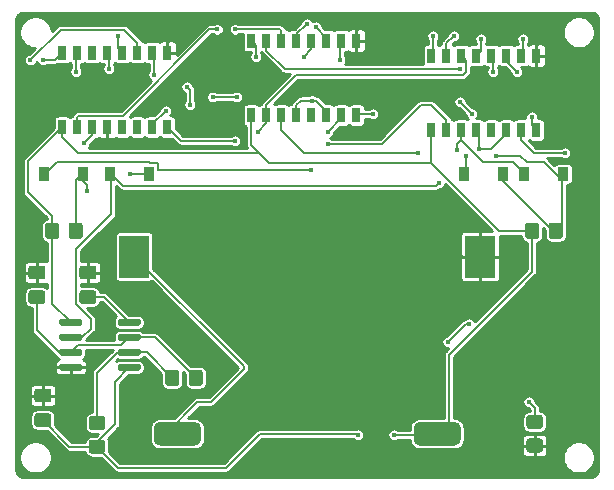
<source format=gbr>
%TF.GenerationSoftware,KiCad,Pcbnew,5.1.10*%
%TF.CreationDate,2021-05-22T08:45:22+02:00*%
%TF.ProjectId,Heart_NE555,48656172-745f-44e4-9535-35352e6b6963,rev?*%
%TF.SameCoordinates,Original*%
%TF.FileFunction,Copper,L2,Bot*%
%TF.FilePolarity,Positive*%
%FSLAX46Y46*%
G04 Gerber Fmt 4.6, Leading zero omitted, Abs format (unit mm)*
G04 Created by KiCad (PCBNEW 5.1.10) date 2021-05-22 08:45:22*
%MOMM*%
%LPD*%
G01*
G04 APERTURE LIST*
%TA.AperFunction,SMDPad,CuDef*%
%ADD10R,0.900000X1.200000*%
%TD*%
%TA.AperFunction,SMDPad,CuDef*%
%ADD11R,0.800000X1.300000*%
%TD*%
%TA.AperFunction,SMDPad,CuDef*%
%ADD12R,2.600000X3.600000*%
%TD*%
%TA.AperFunction,ViaPad*%
%ADD13C,0.450000*%
%TD*%
%TA.AperFunction,Conductor*%
%ADD14C,0.200000*%
%TD*%
%TA.AperFunction,Conductor*%
%ADD15C,0.254000*%
%TD*%
%TA.AperFunction,Conductor*%
%ADD16C,0.100000*%
%TD*%
G04 APERTURE END LIST*
%TO.P,SW1,1*%
%TO.N,+3V0*%
%TA.AperFunction,SMDPad,CuDef*%
G36*
G01*
X112000000Y-101500000D02*
X112000000Y-100500000D01*
G75*
G02*
X112500000Y-100000000I500000J0D01*
G01*
X115500000Y-100000000D01*
G75*
G02*
X116000000Y-100500000I0J-500000D01*
G01*
X116000000Y-101500000D01*
G75*
G02*
X115500000Y-102000000I-500000J0D01*
G01*
X112500000Y-102000000D01*
G75*
G02*
X112000000Y-101500000I0J500000D01*
G01*
G37*
%TD.AperFunction*%
%TO.P,SW1,2*%
%TO.N,VCC*%
%TA.AperFunction,SMDPad,CuDef*%
G36*
G01*
X134000000Y-101500000D02*
X134000000Y-100500000D01*
G75*
G02*
X134500000Y-100000000I500000J0D01*
G01*
X137500000Y-100000000D01*
G75*
G02*
X138000000Y-100500000I0J-500000D01*
G01*
X138000000Y-101500000D01*
G75*
G02*
X137500000Y-102000000I-500000J0D01*
G01*
X134500000Y-102000000D01*
G75*
G02*
X134000000Y-101500000I0J500000D01*
G01*
G37*
%TD.AperFunction*%
%TD*%
D10*
%TO.P,D3,2*%
%TO.N,Net-(D3-Pad2)*%
X141604000Y-78994000D03*
%TO.P,D3,1*%
%TO.N,Net-(D3-Pad1)*%
X138304000Y-78994000D03*
%TD*%
%TO.P,D2,2*%
%TO.N,Net-(D1-Pad2)*%
X111632000Y-78994000D03*
%TO.P,D2,1*%
%TO.N,Net-(D2-Pad1)*%
X108332000Y-78994000D03*
%TD*%
%TO.P,D1,2*%
%TO.N,Net-(D1-Pad2)*%
X106044000Y-78994000D03*
%TO.P,D1,1*%
%TO.N,Net-(D1-Pad1)*%
X102744000Y-78994000D03*
%TD*%
%TO.P,D4,2*%
%TO.N,Net-(D3-Pad2)*%
X146684000Y-78994000D03*
%TO.P,D4,1*%
%TO.N,Net-(D2-Pad1)*%
X143384000Y-78994000D03*
%TD*%
D11*
%TO.P,U4,16*%
%TO.N,VCC*%
X104262000Y-75032000D03*
%TO.P,U4,15*%
%TO.N,Net-(U3-Pad3)*%
X105542000Y-75032000D03*
%TO.P,U4,14*%
%TO.N,Net-(D1-Pad2)*%
X106802000Y-75032000D03*
%TO.P,U4,13*%
%TO.N,GND*%
X108072000Y-75032000D03*
%TO.P,U4,12*%
%TO.N,Net-(U4-Pad12)*%
X109352000Y-75032000D03*
%TO.P,U4,11*%
%TO.N,Net-(U4-Pad11)*%
X110622000Y-75032000D03*
%TO.P,U4,10*%
%TO.N,Net-(D25-Pad2)*%
X111882000Y-75032000D03*
%TO.P,U4,9*%
%TO.N,Net-(U2-Pad15)*%
X113162000Y-75032000D03*
%TO.P,U4,8*%
%TO.N,GND*%
X113162000Y-68732000D03*
%TO.P,U4,7*%
%TO.N,Net-(D24-Pad2)*%
X111882000Y-68732000D03*
%TO.P,U4,6*%
%TO.N,Net-(D28-Pad2)*%
X110622000Y-68732000D03*
%TO.P,U4,5*%
%TO.N,Net-(D27-Pad2)*%
X109352000Y-68732000D03*
%TO.P,U4,4*%
%TO.N,Net-(D23-Pad2)*%
X108072000Y-68732000D03*
%TO.P,U4,3*%
%TO.N,Net-(U4-Pad3)*%
X106802000Y-68732000D03*
%TO.P,U4,2*%
%TO.N,Net-(D22-Pad2)*%
X105542000Y-68732000D03*
%TO.P,U4,1*%
%TO.N,Net-(D26-Pad2)*%
X104262000Y-68732000D03*
%TD*%
%TO.P,U3,16*%
%TO.N,VCC*%
X120264000Y-74016000D03*
%TO.P,U3,15*%
%TO.N,Net-(D5-Pad2)*%
X121544000Y-74016000D03*
%TO.P,U3,14*%
%TO.N,Net-(D3-Pad2)*%
X122804000Y-74016000D03*
%TO.P,U3,13*%
%TO.N,Net-(D1-Pad1)*%
X124074000Y-74016000D03*
%TO.P,U3,12*%
%TO.N,Net-(U3-Pad12)*%
X125354000Y-74016000D03*
%TO.P,U3,11*%
%TO.N,Net-(D1-Pad1)*%
X126624000Y-74016000D03*
%TO.P,U3,10*%
%TO.N,Net-(D17-Pad2)*%
X127884000Y-74016000D03*
%TO.P,U3,9*%
%TO.N,Net-(D21-Pad2)*%
X129164000Y-74016000D03*
%TO.P,U3,8*%
%TO.N,GND*%
X129164000Y-67716000D03*
%TO.P,U3,7*%
%TO.N,Net-(D16-Pad2)*%
X127884000Y-67716000D03*
%TO.P,U3,6*%
%TO.N,Net-(D20-Pad2)*%
X126624000Y-67716000D03*
%TO.P,U3,5*%
%TO.N,Net-(D19-Pad2)*%
X125354000Y-67716000D03*
%TO.P,U3,4*%
%TO.N,Net-(D15-Pad2)*%
X124074000Y-67716000D03*
%TO.P,U3,3*%
%TO.N,Net-(U3-Pad3)*%
X122804000Y-67716000D03*
%TO.P,U3,2*%
%TO.N,Net-(D14-Pad2)*%
X121544000Y-67716000D03*
%TO.P,U3,1*%
%TO.N,Net-(D18-Pad2)*%
X120264000Y-67716000D03*
%TD*%
%TO.P,U2,16*%
%TO.N,VCC*%
X135504000Y-75286000D03*
%TO.P,U2,15*%
%TO.N,Net-(U2-Pad15)*%
X136784000Y-75286000D03*
%TO.P,U2,14*%
%TO.N,Net-(D2-Pad1)*%
X138044000Y-75286000D03*
%TO.P,U2,13*%
%TO.N,Net-(D3-Pad1)*%
X139314000Y-75286000D03*
%TO.P,U2,12*%
%TO.N,Net-(U2-Pad12)*%
X140594000Y-75286000D03*
%TO.P,U2,11*%
%TO.N,Net-(D3-Pad1)*%
X141864000Y-75286000D03*
%TO.P,U2,10*%
%TO.N,Net-(D9-Pad2)*%
X143124000Y-75286000D03*
%TO.P,U2,9*%
%TO.N,Net-(D13-Pad2)*%
X144404000Y-75286000D03*
%TO.P,U2,8*%
%TO.N,GND*%
X144404000Y-68986000D03*
%TO.P,U2,7*%
%TO.N,Net-(D8-Pad2)*%
X143124000Y-68986000D03*
%TO.P,U2,6*%
%TO.N,Net-(D12-Pad2)*%
X141864000Y-68986000D03*
%TO.P,U2,5*%
%TO.N,Net-(D11-Pad2)*%
X140594000Y-68986000D03*
%TO.P,U2,4*%
%TO.N,Net-(D7-Pad2)*%
X139314000Y-68986000D03*
%TO.P,U2,3*%
%TO.N,Net-(D5-Pad2)*%
X138044000Y-68986000D03*
%TO.P,U2,2*%
%TO.N,Net-(D6-Pad2)*%
X136784000Y-68986000D03*
%TO.P,U2,1*%
%TO.N,Net-(D10-Pad2)*%
X135504000Y-68986000D03*
%TD*%
%TO.P,U1,8*%
%TO.N,VCC*%
%TA.AperFunction,SMDPad,CuDef*%
G36*
G01*
X108942000Y-95527000D02*
X108942000Y-95227000D01*
G75*
G02*
X109092000Y-95077000I150000J0D01*
G01*
X110742000Y-95077000D01*
G75*
G02*
X110892000Y-95227000I0J-150000D01*
G01*
X110892000Y-95527000D01*
G75*
G02*
X110742000Y-95677000I-150000J0D01*
G01*
X109092000Y-95677000D01*
G75*
G02*
X108942000Y-95527000I0J150000D01*
G01*
G37*
%TD.AperFunction*%
%TO.P,U1,7*%
%TO.N,Net-(R1-Pad2)*%
%TA.AperFunction,SMDPad,CuDef*%
G36*
G01*
X108942000Y-94257000D02*
X108942000Y-93957000D01*
G75*
G02*
X109092000Y-93807000I150000J0D01*
G01*
X110742000Y-93807000D01*
G75*
G02*
X110892000Y-93957000I0J-150000D01*
G01*
X110892000Y-94257000D01*
G75*
G02*
X110742000Y-94407000I-150000J0D01*
G01*
X109092000Y-94407000D01*
G75*
G02*
X108942000Y-94257000I0J150000D01*
G01*
G37*
%TD.AperFunction*%
%TO.P,U1,6*%
%TO.N,Net-(C1-Pad1)*%
%TA.AperFunction,SMDPad,CuDef*%
G36*
G01*
X108942000Y-92987000D02*
X108942000Y-92687000D01*
G75*
G02*
X109092000Y-92537000I150000J0D01*
G01*
X110742000Y-92537000D01*
G75*
G02*
X110892000Y-92687000I0J-150000D01*
G01*
X110892000Y-92987000D01*
G75*
G02*
X110742000Y-93137000I-150000J0D01*
G01*
X109092000Y-93137000D01*
G75*
G02*
X108942000Y-92987000I0J150000D01*
G01*
G37*
%TD.AperFunction*%
%TO.P,U1,5*%
%TO.N,Net-(C2-Pad1)*%
%TA.AperFunction,SMDPad,CuDef*%
G36*
G01*
X108942000Y-91717000D02*
X108942000Y-91417000D01*
G75*
G02*
X109092000Y-91267000I150000J0D01*
G01*
X110742000Y-91267000D01*
G75*
G02*
X110892000Y-91417000I0J-150000D01*
G01*
X110892000Y-91717000D01*
G75*
G02*
X110742000Y-91867000I-150000J0D01*
G01*
X109092000Y-91867000D01*
G75*
G02*
X108942000Y-91717000I0J150000D01*
G01*
G37*
%TD.AperFunction*%
%TO.P,U1,4*%
%TO.N,VCC*%
%TA.AperFunction,SMDPad,CuDef*%
G36*
G01*
X103992000Y-91717000D02*
X103992000Y-91417000D01*
G75*
G02*
X104142000Y-91267000I150000J0D01*
G01*
X105792000Y-91267000D01*
G75*
G02*
X105942000Y-91417000I0J-150000D01*
G01*
X105942000Y-91717000D01*
G75*
G02*
X105792000Y-91867000I-150000J0D01*
G01*
X104142000Y-91867000D01*
G75*
G02*
X103992000Y-91717000I0J150000D01*
G01*
G37*
%TD.AperFunction*%
%TO.P,U1,3*%
%TO.N,Net-(D2-Pad1)*%
%TA.AperFunction,SMDPad,CuDef*%
G36*
G01*
X103992000Y-92987000D02*
X103992000Y-92687000D01*
G75*
G02*
X104142000Y-92537000I150000J0D01*
G01*
X105792000Y-92537000D01*
G75*
G02*
X105942000Y-92687000I0J-150000D01*
G01*
X105942000Y-92987000D01*
G75*
G02*
X105792000Y-93137000I-150000J0D01*
G01*
X104142000Y-93137000D01*
G75*
G02*
X103992000Y-92987000I0J150000D01*
G01*
G37*
%TD.AperFunction*%
%TO.P,U1,2*%
%TO.N,Net-(C1-Pad1)*%
%TA.AperFunction,SMDPad,CuDef*%
G36*
G01*
X103992000Y-94257000D02*
X103992000Y-93957000D01*
G75*
G02*
X104142000Y-93807000I150000J0D01*
G01*
X105792000Y-93807000D01*
G75*
G02*
X105942000Y-93957000I0J-150000D01*
G01*
X105942000Y-94257000D01*
G75*
G02*
X105792000Y-94407000I-150000J0D01*
G01*
X104142000Y-94407000D01*
G75*
G02*
X103992000Y-94257000I0J150000D01*
G01*
G37*
%TD.AperFunction*%
%TO.P,U1,1*%
%TO.N,GND*%
%TA.AperFunction,SMDPad,CuDef*%
G36*
G01*
X103992000Y-95527000D02*
X103992000Y-95227000D01*
G75*
G02*
X104142000Y-95077000I150000J0D01*
G01*
X105792000Y-95077000D01*
G75*
G02*
X105942000Y-95227000I0J-150000D01*
G01*
X105942000Y-95527000D01*
G75*
G02*
X105792000Y-95677000I-150000J0D01*
G01*
X104142000Y-95677000D01*
G75*
G02*
X103992000Y-95527000I0J150000D01*
G01*
G37*
%TD.AperFunction*%
%TD*%
%TO.P,R5,2*%
%TO.N,/Common-R*%
%TA.AperFunction,SMDPad,CuDef*%
G36*
G01*
X144700001Y-100600000D02*
X143799999Y-100600000D01*
G75*
G02*
X143550000Y-100350001I0J249999D01*
G01*
X143550000Y-99649999D01*
G75*
G02*
X143799999Y-99400000I249999J0D01*
G01*
X144700001Y-99400000D01*
G75*
G02*
X144950000Y-99649999I0J-249999D01*
G01*
X144950000Y-100350001D01*
G75*
G02*
X144700001Y-100600000I-249999J0D01*
G01*
G37*
%TD.AperFunction*%
%TO.P,R5,1*%
%TO.N,GND*%
%TA.AperFunction,SMDPad,CuDef*%
G36*
G01*
X144700001Y-102600000D02*
X143799999Y-102600000D01*
G75*
G02*
X143550000Y-102350001I0J249999D01*
G01*
X143550000Y-101649999D01*
G75*
G02*
X143799999Y-101400000I249999J0D01*
G01*
X144700001Y-101400000D01*
G75*
G02*
X144950000Y-101649999I0J-249999D01*
G01*
X144950000Y-102350001D01*
G75*
G02*
X144700001Y-102600000I-249999J0D01*
G01*
G37*
%TD.AperFunction*%
%TD*%
%TO.P,R4,2*%
%TO.N,Net-(D3-Pad2)*%
%TA.AperFunction,SMDPad,CuDef*%
G36*
G01*
X145434000Y-84270001D02*
X145434000Y-83369999D01*
G75*
G02*
X145683999Y-83120000I249999J0D01*
G01*
X146384001Y-83120000D01*
G75*
G02*
X146634000Y-83369999I0J-249999D01*
G01*
X146634000Y-84270001D01*
G75*
G02*
X146384001Y-84520000I-249999J0D01*
G01*
X145683999Y-84520000D01*
G75*
G02*
X145434000Y-84270001I0J249999D01*
G01*
G37*
%TD.AperFunction*%
%TO.P,R4,1*%
%TO.N,VCC*%
%TA.AperFunction,SMDPad,CuDef*%
G36*
G01*
X143434000Y-84270001D02*
X143434000Y-83369999D01*
G75*
G02*
X143683999Y-83120000I249999J0D01*
G01*
X144384001Y-83120000D01*
G75*
G02*
X144634000Y-83369999I0J-249999D01*
G01*
X144634000Y-84270001D01*
G75*
G02*
X144384001Y-84520000I-249999J0D01*
G01*
X143683999Y-84520000D01*
G75*
G02*
X143434000Y-84270001I0J249999D01*
G01*
G37*
%TD.AperFunction*%
%TD*%
%TO.P,R3,2*%
%TO.N,Net-(D1-Pad2)*%
%TA.AperFunction,SMDPad,CuDef*%
G36*
G01*
X104794000Y-84270001D02*
X104794000Y-83369999D01*
G75*
G02*
X105043999Y-83120000I249999J0D01*
G01*
X105744001Y-83120000D01*
G75*
G02*
X105994000Y-83369999I0J-249999D01*
G01*
X105994000Y-84270001D01*
G75*
G02*
X105744001Y-84520000I-249999J0D01*
G01*
X105043999Y-84520000D01*
G75*
G02*
X104794000Y-84270001I0J249999D01*
G01*
G37*
%TD.AperFunction*%
%TO.P,R3,1*%
%TO.N,VCC*%
%TA.AperFunction,SMDPad,CuDef*%
G36*
G01*
X102794000Y-84270001D02*
X102794000Y-83369999D01*
G75*
G02*
X103043999Y-83120000I249999J0D01*
G01*
X103744001Y-83120000D01*
G75*
G02*
X103994000Y-83369999I0J-249999D01*
G01*
X103994000Y-84270001D01*
G75*
G02*
X103744001Y-84520000I-249999J0D01*
G01*
X103043999Y-84520000D01*
G75*
G02*
X102794000Y-84270001I0J249999D01*
G01*
G37*
%TD.AperFunction*%
%TD*%
%TO.P,R2,2*%
%TO.N,Net-(C1-Pad1)*%
%TA.AperFunction,SMDPad,CuDef*%
G36*
G01*
X114954000Y-96716001D02*
X114954000Y-95815999D01*
G75*
G02*
X115203999Y-95566000I249999J0D01*
G01*
X115904001Y-95566000D01*
G75*
G02*
X116154000Y-95815999I0J-249999D01*
G01*
X116154000Y-96716001D01*
G75*
G02*
X115904001Y-96966000I-249999J0D01*
G01*
X115203999Y-96966000D01*
G75*
G02*
X114954000Y-96716001I0J249999D01*
G01*
G37*
%TD.AperFunction*%
%TO.P,R2,1*%
%TO.N,Net-(R1-Pad2)*%
%TA.AperFunction,SMDPad,CuDef*%
G36*
G01*
X112954000Y-96716001D02*
X112954000Y-95815999D01*
G75*
G02*
X113203999Y-95566000I249999J0D01*
G01*
X113904001Y-95566000D01*
G75*
G02*
X114154000Y-95815999I0J-249999D01*
G01*
X114154000Y-96716001D01*
G75*
G02*
X113904001Y-96966000I-249999J0D01*
G01*
X113203999Y-96966000D01*
G75*
G02*
X112954000Y-96716001I0J249999D01*
G01*
G37*
%TD.AperFunction*%
%TD*%
%TO.P,R1,2*%
%TO.N,Net-(R1-Pad2)*%
%TA.AperFunction,SMDPad,CuDef*%
G36*
G01*
X107638001Y-100692000D02*
X106737999Y-100692000D01*
G75*
G02*
X106488000Y-100442001I0J249999D01*
G01*
X106488000Y-99741999D01*
G75*
G02*
X106737999Y-99492000I249999J0D01*
G01*
X107638001Y-99492000D01*
G75*
G02*
X107888000Y-99741999I0J-249999D01*
G01*
X107888000Y-100442001D01*
G75*
G02*
X107638001Y-100692000I-249999J0D01*
G01*
G37*
%TD.AperFunction*%
%TO.P,R1,1*%
%TO.N,VCC*%
%TA.AperFunction,SMDPad,CuDef*%
G36*
G01*
X107638001Y-102692000D02*
X106737999Y-102692000D01*
G75*
G02*
X106488000Y-102442001I0J249999D01*
G01*
X106488000Y-101741999D01*
G75*
G02*
X106737999Y-101492000I249999J0D01*
G01*
X107638001Y-101492000D01*
G75*
G02*
X107888000Y-101741999I0J-249999D01*
G01*
X107888000Y-102442001D01*
G75*
G02*
X107638001Y-102692000I-249999J0D01*
G01*
G37*
%TD.AperFunction*%
%TD*%
%TO.P,C3,2*%
%TO.N,GND*%
%TA.AperFunction,SMDPad,CuDef*%
G36*
G01*
X103091000Y-98356000D02*
X102141000Y-98356000D01*
G75*
G02*
X101891000Y-98106000I0J250000D01*
G01*
X101891000Y-97431000D01*
G75*
G02*
X102141000Y-97181000I250000J0D01*
G01*
X103091000Y-97181000D01*
G75*
G02*
X103341000Y-97431000I0J-250000D01*
G01*
X103341000Y-98106000D01*
G75*
G02*
X103091000Y-98356000I-250000J0D01*
G01*
G37*
%TD.AperFunction*%
%TO.P,C3,1*%
%TO.N,VCC*%
%TA.AperFunction,SMDPad,CuDef*%
G36*
G01*
X103091000Y-100431000D02*
X102141000Y-100431000D01*
G75*
G02*
X101891000Y-100181000I0J250000D01*
G01*
X101891000Y-99506000D01*
G75*
G02*
X102141000Y-99256000I250000J0D01*
G01*
X103091000Y-99256000D01*
G75*
G02*
X103341000Y-99506000I0J-250000D01*
G01*
X103341000Y-100181000D01*
G75*
G02*
X103091000Y-100431000I-250000J0D01*
G01*
G37*
%TD.AperFunction*%
%TD*%
%TO.P,C2,2*%
%TO.N,GND*%
%TA.AperFunction,SMDPad,CuDef*%
G36*
G01*
X106901000Y-87942000D02*
X105951000Y-87942000D01*
G75*
G02*
X105701000Y-87692000I0J250000D01*
G01*
X105701000Y-87017000D01*
G75*
G02*
X105951000Y-86767000I250000J0D01*
G01*
X106901000Y-86767000D01*
G75*
G02*
X107151000Y-87017000I0J-250000D01*
G01*
X107151000Y-87692000D01*
G75*
G02*
X106901000Y-87942000I-250000J0D01*
G01*
G37*
%TD.AperFunction*%
%TO.P,C2,1*%
%TO.N,Net-(C2-Pad1)*%
%TA.AperFunction,SMDPad,CuDef*%
G36*
G01*
X106901000Y-90017000D02*
X105951000Y-90017000D01*
G75*
G02*
X105701000Y-89767000I0J250000D01*
G01*
X105701000Y-89092000D01*
G75*
G02*
X105951000Y-88842000I250000J0D01*
G01*
X106901000Y-88842000D01*
G75*
G02*
X107151000Y-89092000I0J-250000D01*
G01*
X107151000Y-89767000D01*
G75*
G02*
X106901000Y-90017000I-250000J0D01*
G01*
G37*
%TD.AperFunction*%
%TD*%
%TO.P,C1,2*%
%TO.N,GND*%
%TA.AperFunction,SMDPad,CuDef*%
G36*
G01*
X102583000Y-87942000D02*
X101633000Y-87942000D01*
G75*
G02*
X101383000Y-87692000I0J250000D01*
G01*
X101383000Y-87017000D01*
G75*
G02*
X101633000Y-86767000I250000J0D01*
G01*
X102583000Y-86767000D01*
G75*
G02*
X102833000Y-87017000I0J-250000D01*
G01*
X102833000Y-87692000D01*
G75*
G02*
X102583000Y-87942000I-250000J0D01*
G01*
G37*
%TD.AperFunction*%
%TO.P,C1,1*%
%TO.N,Net-(C1-Pad1)*%
%TA.AperFunction,SMDPad,CuDef*%
G36*
G01*
X102583000Y-90017000D02*
X101633000Y-90017000D01*
G75*
G02*
X101383000Y-89767000I0J250000D01*
G01*
X101383000Y-89092000D01*
G75*
G02*
X101633000Y-88842000I250000J0D01*
G01*
X102583000Y-88842000D01*
G75*
G02*
X102833000Y-89092000I0J-250000D01*
G01*
X102833000Y-89767000D01*
G75*
G02*
X102583000Y-90017000I-250000J0D01*
G01*
G37*
%TD.AperFunction*%
%TD*%
D12*
%TO.P,BT1,1*%
%TO.N,+3V0*%
X110350000Y-86000000D03*
%TO.P,BT1,2*%
%TO.N,GND*%
X139650000Y-86000000D03*
%TD*%
D13*
%TO.N,VCC*%
X129286000Y-101092000D03*
X132334000Y-101092000D03*
%TO.N,Net-(D1-Pad2)*%
X106089458Y-76411897D03*
X106332332Y-80489301D03*
X109982000Y-78994000D03*
%TO.N,Net-(D5-Pad2)*%
X120789000Y-75438000D03*
%TO.N,Net-(D6-Pad2)*%
X137414000Y-67310000D03*
%TO.N,Net-(D7-Pad2)*%
X136906000Y-93218000D03*
X138684000Y-91694000D03*
X139700000Y-67564000D03*
%TO.N,Net-(D8-Pad2)*%
X143256000Y-67564000D03*
%TO.N,Net-(D9-Pad2)*%
X146812000Y-77216000D03*
%TO.N,Net-(D10-Pad2)*%
X135636000Y-67310000D03*
X137922000Y-72898000D03*
X138938000Y-73914000D03*
%TO.N,Net-(D11-Pad2)*%
X140716000Y-70358000D03*
%TO.N,Net-(D12-Pad2)*%
X142748000Y-70358000D03*
%TO.N,Net-(D13-Pad2)*%
X144000000Y-74168000D03*
%TO.N,Net-(D14-Pad2)*%
X137922000Y-70104000D03*
%TO.N,Net-(D15-Pad2)*%
X124968000Y-66294000D03*
%TO.N,Net-(D16-Pad2)*%
X127762000Y-69342000D03*
%TO.N,Net-(D17-Pad2)*%
X126746000Y-75438000D03*
%TO.N,Net-(D18-Pad2)*%
X120650000Y-69088000D03*
%TO.N,Net-(D19-Pad2)*%
X124714000Y-69088000D03*
%TO.N,Net-(D20-Pad2)*%
X125730000Y-66565000D03*
%TO.N,Net-(D21-Pad2)*%
X130556000Y-73914000D03*
X119015990Y-72500010D03*
X116983990Y-72500010D03*
%TO.N,Net-(D22-Pad2)*%
X105410000Y-70358000D03*
%TO.N,Net-(D23-Pad2)*%
X108204000Y-70104000D03*
%TO.N,Net-(D24-Pad2)*%
X115062000Y-73152000D03*
X114808000Y-71628000D03*
X112014000Y-70612000D03*
%TO.N,Net-(D25-Pad2)*%
X113030000Y-73660000D03*
%TO.N,Net-(D26-Pad2)*%
X102616000Y-69342000D03*
%TO.N,Net-(D27-Pad2)*%
X108966000Y-67310000D03*
%TO.N,Net-(D28-Pad2)*%
X101565999Y-69342000D03*
%TO.N,Net-(U2-Pad15)*%
X126746000Y-76454000D03*
X118872000Y-76199982D03*
%TO.N,Net-(U3-Pad3)*%
X118908001Y-66765999D03*
X117384001Y-66765999D03*
%TO.N,/Common-R*%
X143764000Y-98298000D03*
%TO.N,Net-(D1-Pad1)*%
X125340000Y-78700000D03*
X125420000Y-72790000D03*
%TO.N,Net-(D2-Pad1)*%
X136144000Y-79756000D03*
X137668000Y-76962000D03*
%TO.N,Net-(D3-Pad2)*%
X134366000Y-77216000D03*
X140970000Y-77468990D03*
%TO.N,Net-(D3-Pad1)*%
X138430000Y-77470000D03*
X139529232Y-76878768D03*
%TD*%
D14*
%TO.N,+3V0*%
X113000000Y-101000000D02*
X115702000Y-98298000D01*
X115702000Y-98298000D02*
X116840000Y-98298000D01*
X116840000Y-98298000D02*
X119634000Y-95504000D01*
X119634000Y-95284000D02*
X110350000Y-86000000D01*
X119634000Y-95504000D02*
X119634000Y-95284000D01*
%TO.N,Net-(C1-Pad1)*%
X112125000Y-92837000D02*
X109917000Y-92837000D01*
X115554000Y-96266000D02*
X112125000Y-92837000D01*
X109247010Y-93506990D02*
X109917000Y-92837000D01*
X105567010Y-93506990D02*
X109247010Y-93506990D01*
X104967000Y-94107000D02*
X105567010Y-93506990D01*
X103992000Y-94107000D02*
X104967000Y-94107000D01*
X102108000Y-92223000D02*
X103992000Y-94107000D01*
X102108000Y-89429500D02*
X102108000Y-92223000D01*
%TO.N,Net-(C2-Pad1)*%
X107779500Y-89429500D02*
X109917000Y-91567000D01*
X106426000Y-89429500D02*
X107779500Y-89429500D01*
%TO.N,VCC*%
X104864500Y-102092000D02*
X102616000Y-99843500D01*
X107188000Y-102092000D02*
X104864500Y-102092000D01*
X103394000Y-89994000D02*
X104967000Y-91567000D01*
X103394000Y-83820000D02*
X103394000Y-89994000D01*
X144034000Y-83820000D02*
X141224000Y-83820000D01*
X135504000Y-78100000D02*
X135504000Y-75286000D01*
X141224000Y-83820000D02*
X135504000Y-78100000D01*
X135504000Y-78100000D02*
X121788000Y-78100000D01*
X120264000Y-76576000D02*
X120264000Y-74016000D01*
X104262000Y-75882000D02*
X105596000Y-77216000D01*
X104262000Y-75032000D02*
X104262000Y-75882000D01*
X120904000Y-77216000D02*
X120264000Y-76576000D01*
X105596000Y-77216000D02*
X120904000Y-77216000D01*
X121788000Y-78100000D02*
X120904000Y-77216000D01*
X101346000Y-77948000D02*
X104262000Y-75032000D01*
X101346000Y-80518000D02*
X101346000Y-77948000D01*
X103394000Y-82566000D02*
X101346000Y-80518000D01*
X103394000Y-83820000D02*
X103394000Y-82566000D01*
X120996000Y-101000000D02*
X118110000Y-103886000D01*
X108982000Y-103886000D02*
X107188000Y-102092000D01*
X118110000Y-103886000D02*
X108982000Y-103886000D01*
X108712000Y-96582000D02*
X109917000Y-95377000D01*
X108712000Y-100195000D02*
X108712000Y-96582000D01*
X107188000Y-101719000D02*
X108712000Y-100195000D01*
X107188000Y-102092000D02*
X107188000Y-101719000D01*
X129194000Y-101000000D02*
X129286000Y-101092000D01*
X120996000Y-101000000D02*
X129194000Y-101000000D01*
X136908000Y-101092000D02*
X137000000Y-101000000D01*
X132334000Y-101092000D02*
X136908000Y-101092000D01*
X144034000Y-87266000D02*
X144034000Y-83820000D01*
X137000000Y-94300000D02*
X144034000Y-87266000D01*
X137000000Y-101000000D02*
X137000000Y-94300000D01*
%TO.N,Net-(D1-Pad2)*%
X106802000Y-75699355D02*
X106089458Y-76411897D01*
X106802000Y-75032000D02*
X106802000Y-75699355D01*
X111594000Y-78994000D02*
X111600000Y-79000000D01*
X109982000Y-78994000D02*
X111594000Y-78994000D01*
X106332332Y-79907332D02*
X106332332Y-80489301D01*
X106000000Y-79575000D02*
X106332332Y-79907332D01*
X106000000Y-78900000D02*
X106000000Y-79575000D01*
X105394000Y-79506000D02*
X106000000Y-78900000D01*
X105394000Y-83820000D02*
X105394000Y-79506000D01*
%TO.N,Net-(D5-Pad2)*%
X124080999Y-70629001D02*
X138174001Y-70629001D01*
X138447001Y-69389001D02*
X138044000Y-68986000D01*
X138174001Y-70629001D02*
X138447001Y-70356001D01*
X121544000Y-73166000D02*
X124080999Y-70629001D01*
X138447001Y-70356001D02*
X138447001Y-69389001D01*
X121544000Y-74016000D02*
X121544000Y-73166000D01*
X121544000Y-74683000D02*
X121544000Y-74016000D01*
X120789000Y-75438000D02*
X121544000Y-74683000D01*
%TO.N,Net-(D6-Pad2)*%
X136784000Y-67940000D02*
X136784000Y-68986000D01*
X137414000Y-67310000D02*
X136784000Y-67940000D01*
%TO.N,Net-(D7-Pad2)*%
X138430000Y-91694000D02*
X138684000Y-91694000D01*
X136906000Y-93218000D02*
X138430000Y-91694000D01*
X139700000Y-68600000D02*
X139314000Y-68986000D01*
X139700000Y-67564000D02*
X139700000Y-68600000D01*
%TO.N,Net-(D8-Pad2)*%
X143256000Y-68854000D02*
X143124000Y-68986000D01*
X143256000Y-67564000D02*
X143256000Y-68854000D01*
%TO.N,Net-(D9-Pad2)*%
X143124000Y-76136000D02*
X143124000Y-75286000D01*
X144204000Y-77216000D02*
X143124000Y-76136000D01*
X146812000Y-77216000D02*
X144204000Y-77216000D01*
%TO.N,Net-(D10-Pad2)*%
X135636000Y-68854000D02*
X135504000Y-68986000D01*
X135636000Y-67310000D02*
X135636000Y-68854000D01*
X137922000Y-72898000D02*
X138938000Y-73914000D01*
%TO.N,Net-(D11-Pad2)*%
X140716000Y-69108000D02*
X140594000Y-68986000D01*
X140716000Y-70358000D02*
X140716000Y-69108000D01*
%TO.N,Net-(D12-Pad2)*%
X141864000Y-69474000D02*
X141864000Y-68986000D01*
X142748000Y-70358000D02*
X141864000Y-69474000D01*
%TO.N,Net-(D13-Pad2)*%
X144000000Y-74882000D02*
X144404000Y-75286000D01*
X144000000Y-74168000D02*
X144000000Y-74882000D01*
%TO.N,Net-(D14-Pad2)*%
X121544000Y-68566000D02*
X121544000Y-67716000D01*
X123082000Y-70104000D02*
X121544000Y-68566000D01*
X137922000Y-70104000D02*
X123082000Y-70104000D01*
%TO.N,Net-(D15-Pad2)*%
X124074000Y-67188000D02*
X124074000Y-67716000D01*
X124968000Y-66294000D02*
X124074000Y-67188000D01*
%TO.N,Net-(D16-Pad2)*%
X127762000Y-67838000D02*
X127884000Y-67716000D01*
X127762000Y-69342000D02*
X127762000Y-67838000D01*
%TO.N,Net-(D17-Pad2)*%
X127884000Y-74300000D02*
X127884000Y-74016000D01*
X126746000Y-75438000D02*
X127884000Y-74300000D01*
%TO.N,Net-(D18-Pad2)*%
X120650000Y-68102000D02*
X120264000Y-67716000D01*
X120650000Y-69088000D02*
X120650000Y-68102000D01*
%TO.N,Net-(D19-Pad2)*%
X125354000Y-68448000D02*
X125354000Y-67716000D01*
X124714000Y-69088000D02*
X125354000Y-68448000D01*
%TO.N,Net-(D20-Pad2)*%
X126624000Y-67459000D02*
X126624000Y-67716000D01*
X125730000Y-66565000D02*
X126624000Y-67459000D01*
%TO.N,Net-(D21-Pad2)*%
X129266000Y-73914000D02*
X129164000Y-74016000D01*
X130556000Y-73914000D02*
X129266000Y-73914000D01*
X116983990Y-72500010D02*
X119015990Y-72500010D01*
%TO.N,Net-(D22-Pad2)*%
X105410000Y-68864000D02*
X105542000Y-68732000D01*
X105410000Y-70358000D02*
X105410000Y-68864000D01*
%TO.N,Net-(D23-Pad2)*%
X108204000Y-68864000D02*
X108072000Y-68732000D01*
X108204000Y-70104000D02*
X108204000Y-68864000D01*
%TO.N,Net-(D24-Pad2)*%
X115062000Y-71882000D02*
X114808000Y-71628000D01*
X115062000Y-73152000D02*
X115062000Y-71882000D01*
X112014000Y-68864000D02*
X111882000Y-68732000D01*
X112014000Y-70612000D02*
X112014000Y-68864000D01*
%TO.N,Net-(D25-Pad2)*%
X111882000Y-74808000D02*
X111882000Y-75032000D01*
X113030000Y-73660000D02*
X111882000Y-74808000D01*
%TO.N,Net-(D26-Pad2)*%
X103652000Y-69342000D02*
X104262000Y-68732000D01*
X102616000Y-69342000D02*
X103652000Y-69342000D01*
%TO.N,Net-(D27-Pad2)*%
X108966000Y-68346000D02*
X109352000Y-68732000D01*
X108966000Y-67310000D02*
X108966000Y-68346000D01*
%TO.N,Net-(D28-Pad2)*%
X110622000Y-67882000D02*
X110622000Y-68732000D01*
X109524999Y-66784999D02*
X110622000Y-67882000D01*
X104123000Y-66784999D02*
X109524999Y-66784999D01*
X101565999Y-69342000D02*
X104123000Y-66784999D01*
%TO.N,Net-(R1-Pad2)*%
X111395000Y-94107000D02*
X109917000Y-94107000D01*
X113554000Y-96266000D02*
X111395000Y-94107000D01*
X107188000Y-95861000D02*
X108942000Y-94107000D01*
X108942000Y-94107000D02*
X109917000Y-94107000D01*
X107188000Y-100092000D02*
X107188000Y-95861000D01*
%TO.N,Net-(U2-Pad15)*%
X126746000Y-76454000D02*
X131318000Y-76454000D01*
X131318000Y-76454000D02*
X134620000Y-73152000D01*
X136784000Y-74436000D02*
X136784000Y-75286000D01*
X135500000Y-73152000D02*
X136784000Y-74436000D01*
X134620000Y-73152000D02*
X135500000Y-73152000D01*
X114329982Y-76199982D02*
X113162000Y-75032000D01*
X118872000Y-76199982D02*
X114329982Y-76199982D01*
%TO.N,Net-(U3-Pad3)*%
X105642001Y-74081999D02*
X105542000Y-74182000D01*
X109402003Y-74081999D02*
X105642001Y-74081999D01*
X116718003Y-66765999D02*
X109402003Y-74081999D01*
X122703999Y-66765999D02*
X118908001Y-66765999D01*
X105542000Y-74182000D02*
X105542000Y-75032000D01*
X122804000Y-66866000D02*
X122703999Y-66765999D01*
X122804000Y-67716000D02*
X122804000Y-66866000D01*
X117384001Y-66765999D02*
X116718003Y-66765999D01*
%TO.N,/Common-R*%
X144250000Y-98784000D02*
X143764000Y-98298000D01*
X144250000Y-100000000D02*
X144250000Y-98784000D01*
%TO.N,Net-(D1-Pad1)*%
X124074000Y-73166000D02*
X124074000Y-74016000D01*
X124450000Y-72790000D02*
X124074000Y-73166000D01*
X125420000Y-72790000D02*
X124450000Y-72790000D01*
X126624000Y-73675802D02*
X126624000Y-74016000D01*
X125738198Y-72790000D02*
X126624000Y-73675802D01*
X125420000Y-72790000D02*
X125738198Y-72790000D01*
X112382001Y-78700000D02*
X125340000Y-78700000D01*
X112382001Y-78153999D02*
X112382001Y-78700000D01*
X112322001Y-78093999D02*
X112382001Y-78153999D01*
X111659833Y-78093999D02*
X112322001Y-78093999D01*
X111559824Y-77993990D02*
X111659833Y-78093999D01*
X103800010Y-77993990D02*
X111559824Y-77993990D01*
X102800000Y-78994000D02*
X103800010Y-77993990D01*
%TO.N,Net-(D2-Pad1)*%
X138044000Y-76136000D02*
X138044000Y-75286000D01*
X137668000Y-76512000D02*
X138044000Y-76136000D01*
X137668000Y-76962000D02*
X137668000Y-76512000D01*
X139901990Y-77993990D02*
X138044000Y-76136000D01*
X142399990Y-77993990D02*
X139901990Y-77993990D01*
X143400000Y-78994000D02*
X142399990Y-77993990D01*
X109394010Y-79994010D02*
X135905990Y-79994010D01*
X108400000Y-79000000D02*
X109394010Y-79994010D01*
X108400000Y-82391834D02*
X108400000Y-79000000D01*
X135905990Y-79994010D02*
X136144000Y-79756000D01*
X105400990Y-85390844D02*
X108400000Y-82391834D01*
X105400990Y-89994824D02*
X105400990Y-85390844D01*
X106680000Y-91273834D02*
X105400990Y-89994824D01*
X106680000Y-92099000D02*
X106680000Y-91273834D01*
X105942000Y-92837000D02*
X106680000Y-92099000D01*
X104967000Y-92837000D02*
X105942000Y-92837000D01*
%TO.N,Net-(D3-Pad2)*%
X122804000Y-74016000D02*
X122804000Y-75306000D01*
X122804000Y-75306000D02*
X124714000Y-77216000D01*
X124714000Y-77216000D02*
X134366000Y-77216000D01*
X143049688Y-77468990D02*
X140970000Y-77468990D01*
X143574688Y-77993990D02*
X143049688Y-77468990D01*
X145058990Y-77993990D02*
X143574688Y-77993990D01*
X146600000Y-79535000D02*
X145058990Y-77993990D01*
X146600000Y-83254000D02*
X146600000Y-79535000D01*
X146034000Y-83820000D02*
X146600000Y-83254000D01*
X141600000Y-79615000D02*
X141600000Y-79000000D01*
X145805000Y-83820000D02*
X141600000Y-79615000D01*
X146034000Y-83820000D02*
X145805000Y-83820000D01*
%TO.N,Net-(D3-Pad1)*%
X139529232Y-75501232D02*
X139314000Y-75286000D01*
X139529232Y-76878768D02*
X139529232Y-75501232D01*
X141864000Y-75606002D02*
X141864000Y-75286000D01*
X140591234Y-76878768D02*
X141864000Y-75606002D01*
X139529232Y-76878768D02*
X140591234Y-76878768D01*
X138430000Y-78770000D02*
X138430000Y-77470000D01*
X138300000Y-78900000D02*
X138430000Y-78770000D01*
%TD*%
D15*
%TO.N,GND*%
X149125533Y-65365997D02*
X149246291Y-65402456D01*
X149357667Y-65461675D01*
X149455412Y-65541394D01*
X149535816Y-65638586D01*
X149595811Y-65749545D01*
X149633110Y-65870039D01*
X149648000Y-66011699D01*
X149648001Y-103982775D01*
X149634003Y-104125537D01*
X149597545Y-104246290D01*
X149538324Y-104357668D01*
X149458606Y-104455412D01*
X149361411Y-104535819D01*
X149250456Y-104595811D01*
X149129961Y-104633110D01*
X148988301Y-104648000D01*
X101017215Y-104648000D01*
X100874463Y-104634003D01*
X100753710Y-104597545D01*
X100642332Y-104538324D01*
X100544588Y-104458606D01*
X100464181Y-104361411D01*
X100404189Y-104250456D01*
X100366890Y-104129961D01*
X100352000Y-103988301D01*
X100352000Y-102865520D01*
X100634607Y-102865520D01*
X100634607Y-103134480D01*
X100687078Y-103398271D01*
X100790004Y-103646756D01*
X100939430Y-103870388D01*
X101129612Y-104060570D01*
X101353244Y-104209996D01*
X101601729Y-104312922D01*
X101865520Y-104365393D01*
X102134480Y-104365393D01*
X102398271Y-104312922D01*
X102646756Y-104209996D01*
X102870388Y-104060570D01*
X103060570Y-103870388D01*
X103209996Y-103646756D01*
X103312922Y-103398271D01*
X103365393Y-103134480D01*
X103365393Y-102865520D01*
X103312922Y-102601729D01*
X103209996Y-102353244D01*
X103060570Y-102129612D01*
X102870388Y-101939430D01*
X102646756Y-101790004D01*
X102398271Y-101687078D01*
X102134480Y-101634607D01*
X101865520Y-101634607D01*
X101601729Y-101687078D01*
X101353244Y-101790004D01*
X101129612Y-101939430D01*
X100939430Y-102129612D01*
X100790004Y-102353244D01*
X100687078Y-102601729D01*
X100634607Y-102865520D01*
X100352000Y-102865520D01*
X100352000Y-98356000D01*
X101502127Y-98356000D01*
X101509599Y-98431865D01*
X101531728Y-98504815D01*
X101567664Y-98572046D01*
X101616025Y-98630975D01*
X101674954Y-98679336D01*
X101742185Y-98715272D01*
X101815135Y-98737401D01*
X101891000Y-98744873D01*
X102516250Y-98743000D01*
X102613000Y-98646250D01*
X102613000Y-97771500D01*
X102619000Y-97771500D01*
X102619000Y-98646250D01*
X102715750Y-98743000D01*
X103341000Y-98744873D01*
X103416865Y-98737401D01*
X103489815Y-98715272D01*
X103557046Y-98679336D01*
X103615975Y-98630975D01*
X103664336Y-98572046D01*
X103700272Y-98504815D01*
X103722401Y-98431865D01*
X103729873Y-98356000D01*
X103728000Y-97868250D01*
X103631250Y-97771500D01*
X102619000Y-97771500D01*
X102613000Y-97771500D01*
X101600750Y-97771500D01*
X101504000Y-97868250D01*
X101502127Y-98356000D01*
X100352000Y-98356000D01*
X100352000Y-97181000D01*
X101502127Y-97181000D01*
X101504000Y-97668750D01*
X101600750Y-97765500D01*
X102613000Y-97765500D01*
X102613000Y-96890750D01*
X102619000Y-96890750D01*
X102619000Y-97765500D01*
X103631250Y-97765500D01*
X103728000Y-97668750D01*
X103729873Y-97181000D01*
X103722401Y-97105135D01*
X103700272Y-97032185D01*
X103664336Y-96964954D01*
X103615975Y-96906025D01*
X103557046Y-96857664D01*
X103489815Y-96821728D01*
X103416865Y-96799599D01*
X103341000Y-96792127D01*
X102715750Y-96794000D01*
X102619000Y-96890750D01*
X102613000Y-96890750D01*
X102516250Y-96794000D01*
X101891000Y-96792127D01*
X101815135Y-96799599D01*
X101742185Y-96821728D01*
X101674954Y-96857664D01*
X101616025Y-96906025D01*
X101567664Y-96964954D01*
X101531728Y-97032185D01*
X101509599Y-97105135D01*
X101502127Y-97181000D01*
X100352000Y-97181000D01*
X100352000Y-95677000D01*
X103603127Y-95677000D01*
X103610599Y-95752865D01*
X103632728Y-95825815D01*
X103668664Y-95893046D01*
X103717025Y-95951975D01*
X103775954Y-96000336D01*
X103843185Y-96036272D01*
X103916135Y-96058401D01*
X103992000Y-96065873D01*
X104867250Y-96064000D01*
X104964000Y-95967250D01*
X104964000Y-95380000D01*
X104970000Y-95380000D01*
X104970000Y-95967250D01*
X105066750Y-96064000D01*
X105942000Y-96065873D01*
X106017865Y-96058401D01*
X106090815Y-96036272D01*
X106158046Y-96000336D01*
X106216975Y-95951975D01*
X106265336Y-95893046D01*
X106301272Y-95825815D01*
X106323401Y-95752865D01*
X106330873Y-95677000D01*
X106329000Y-95476750D01*
X106232250Y-95380000D01*
X104970000Y-95380000D01*
X104964000Y-95380000D01*
X103701750Y-95380000D01*
X103605000Y-95476750D01*
X103603127Y-95677000D01*
X100352000Y-95677000D01*
X100352000Y-87942000D01*
X100994127Y-87942000D01*
X101001599Y-88017865D01*
X101023728Y-88090815D01*
X101059664Y-88158046D01*
X101108025Y-88216975D01*
X101166954Y-88265336D01*
X101234185Y-88301272D01*
X101307135Y-88323401D01*
X101383000Y-88330873D01*
X102008250Y-88329000D01*
X102105000Y-88232250D01*
X102105000Y-87357500D01*
X101092750Y-87357500D01*
X100996000Y-87454250D01*
X100994127Y-87942000D01*
X100352000Y-87942000D01*
X100352000Y-86767000D01*
X100994127Y-86767000D01*
X100996000Y-87254750D01*
X101092750Y-87351500D01*
X102105000Y-87351500D01*
X102105000Y-86476750D01*
X102008250Y-86380000D01*
X101383000Y-86378127D01*
X101307135Y-86385599D01*
X101234185Y-86407728D01*
X101166954Y-86443664D01*
X101108025Y-86492025D01*
X101059664Y-86550954D01*
X101023728Y-86618185D01*
X101001599Y-86691135D01*
X100994127Y-86767000D01*
X100352000Y-86767000D01*
X100352000Y-66865520D01*
X100634607Y-66865520D01*
X100634607Y-67134480D01*
X100687078Y-67398271D01*
X100790004Y-67646756D01*
X100939430Y-67870388D01*
X101129612Y-68060570D01*
X101353244Y-68209996D01*
X101601729Y-68312922D01*
X101865520Y-68365393D01*
X101938738Y-68365393D01*
X101514131Y-68790000D01*
X101511632Y-68790000D01*
X101404987Y-68811213D01*
X101304529Y-68852824D01*
X101214119Y-68913234D01*
X101137233Y-68990120D01*
X101076823Y-69080530D01*
X101035212Y-69180988D01*
X101013999Y-69287633D01*
X101013999Y-69396367D01*
X101035212Y-69503012D01*
X101076823Y-69603470D01*
X101137233Y-69693880D01*
X101214119Y-69770766D01*
X101304529Y-69831176D01*
X101404987Y-69872787D01*
X101511632Y-69894000D01*
X101620366Y-69894000D01*
X101727011Y-69872787D01*
X101827469Y-69831176D01*
X101917879Y-69770766D01*
X101994765Y-69693880D01*
X102055175Y-69603470D01*
X102091000Y-69516982D01*
X102126824Y-69603470D01*
X102187234Y-69693880D01*
X102264120Y-69770766D01*
X102354530Y-69831176D01*
X102454988Y-69872787D01*
X102561633Y-69894000D01*
X102670367Y-69894000D01*
X102777012Y-69872787D01*
X102877470Y-69831176D01*
X102967880Y-69770766D01*
X102969646Y-69769000D01*
X103631033Y-69769000D01*
X103652000Y-69771065D01*
X103672967Y-69769000D01*
X103672978Y-69769000D01*
X103735707Y-69762822D01*
X103816196Y-69738405D01*
X103868249Y-69710582D01*
X104662000Y-69710582D01*
X104726103Y-69704268D01*
X104787743Y-69685570D01*
X104844550Y-69655206D01*
X104894343Y-69614343D01*
X104902000Y-69605013D01*
X104909657Y-69614343D01*
X104959450Y-69655206D01*
X104983000Y-69667794D01*
X104983000Y-70004354D01*
X104981234Y-70006120D01*
X104920824Y-70096530D01*
X104879213Y-70196988D01*
X104858000Y-70303633D01*
X104858000Y-70412367D01*
X104879213Y-70519012D01*
X104920824Y-70619470D01*
X104981234Y-70709880D01*
X105058120Y-70786766D01*
X105148530Y-70847176D01*
X105248988Y-70888787D01*
X105355633Y-70910000D01*
X105464367Y-70910000D01*
X105571012Y-70888787D01*
X105671470Y-70847176D01*
X105761880Y-70786766D01*
X105838766Y-70709880D01*
X105899176Y-70619470D01*
X105940787Y-70519012D01*
X105962000Y-70412367D01*
X105962000Y-70303633D01*
X105940787Y-70196988D01*
X105899176Y-70096530D01*
X105838766Y-70006120D01*
X105837000Y-70004354D01*
X105837000Y-69710582D01*
X105942000Y-69710582D01*
X106006103Y-69704268D01*
X106067743Y-69685570D01*
X106124550Y-69655206D01*
X106172000Y-69616266D01*
X106219450Y-69655206D01*
X106276257Y-69685570D01*
X106337897Y-69704268D01*
X106402000Y-69710582D01*
X107202000Y-69710582D01*
X107266103Y-69704268D01*
X107327743Y-69685570D01*
X107384550Y-69655206D01*
X107434343Y-69614343D01*
X107437000Y-69611105D01*
X107439657Y-69614343D01*
X107489450Y-69655206D01*
X107546257Y-69685570D01*
X107607897Y-69704268D01*
X107672000Y-69710582D01*
X107777000Y-69710582D01*
X107777000Y-69750354D01*
X107775234Y-69752120D01*
X107714824Y-69842530D01*
X107673213Y-69942988D01*
X107652000Y-70049633D01*
X107652000Y-70158367D01*
X107673213Y-70265012D01*
X107714824Y-70365470D01*
X107775234Y-70455880D01*
X107852120Y-70532766D01*
X107942530Y-70593176D01*
X108042988Y-70634787D01*
X108149633Y-70656000D01*
X108258367Y-70656000D01*
X108365012Y-70634787D01*
X108465470Y-70593176D01*
X108555880Y-70532766D01*
X108632766Y-70455880D01*
X108693176Y-70365470D01*
X108734787Y-70265012D01*
X108756000Y-70158367D01*
X108756000Y-70049633D01*
X108734787Y-69942988D01*
X108693176Y-69842530D01*
X108632766Y-69752120D01*
X108631000Y-69750354D01*
X108631000Y-69667794D01*
X108654550Y-69655206D01*
X108704343Y-69614343D01*
X108712000Y-69605013D01*
X108719657Y-69614343D01*
X108769450Y-69655206D01*
X108826257Y-69685570D01*
X108887897Y-69704268D01*
X108952000Y-69710582D01*
X109752000Y-69710582D01*
X109816103Y-69704268D01*
X109877743Y-69685570D01*
X109934550Y-69655206D01*
X109984343Y-69614343D01*
X109987000Y-69611105D01*
X109989657Y-69614343D01*
X110039450Y-69655206D01*
X110096257Y-69685570D01*
X110157897Y-69704268D01*
X110222000Y-69710582D01*
X111022000Y-69710582D01*
X111086103Y-69704268D01*
X111147743Y-69685570D01*
X111204550Y-69655206D01*
X111252000Y-69616266D01*
X111299450Y-69655206D01*
X111356257Y-69685570D01*
X111417897Y-69704268D01*
X111482000Y-69710582D01*
X111587001Y-69710582D01*
X111587000Y-70258354D01*
X111585234Y-70260120D01*
X111524824Y-70350530D01*
X111483213Y-70450988D01*
X111462000Y-70557633D01*
X111462000Y-70666367D01*
X111483213Y-70773012D01*
X111524824Y-70873470D01*
X111585234Y-70963880D01*
X111662120Y-71040766D01*
X111752530Y-71101176D01*
X111771217Y-71108916D01*
X109225135Y-73654999D01*
X105662968Y-73654999D01*
X105642001Y-73652934D01*
X105621034Y-73654999D01*
X105621023Y-73654999D01*
X105558294Y-73661177D01*
X105477805Y-73685594D01*
X105443370Y-73704000D01*
X105403625Y-73725243D01*
X105356435Y-73763972D01*
X105338606Y-73778604D01*
X105325233Y-73794899D01*
X105254900Y-73865232D01*
X105238605Y-73878605D01*
X105225233Y-73894899D01*
X105225232Y-73894900D01*
X105185245Y-73943624D01*
X105172020Y-73968367D01*
X105145595Y-74017805D01*
X105134569Y-74054150D01*
X105077897Y-74059732D01*
X105016257Y-74078430D01*
X104959450Y-74108794D01*
X104909657Y-74149657D01*
X104902000Y-74158987D01*
X104894343Y-74149657D01*
X104844550Y-74108794D01*
X104787743Y-74078430D01*
X104726103Y-74059732D01*
X104662000Y-74053418D01*
X103862000Y-74053418D01*
X103797897Y-74059732D01*
X103736257Y-74078430D01*
X103679450Y-74108794D01*
X103629657Y-74149657D01*
X103588794Y-74199450D01*
X103558430Y-74256257D01*
X103539732Y-74317897D01*
X103533418Y-74382000D01*
X103533418Y-75156713D01*
X101058896Y-77631236D01*
X101042606Y-77644605D01*
X101029237Y-77660895D01*
X101029232Y-77660900D01*
X100989245Y-77709624D01*
X100953109Y-77777231D01*
X100949596Y-77783804D01*
X100925179Y-77864293D01*
X100920124Y-77915623D01*
X100916935Y-77948000D01*
X100919001Y-77968977D01*
X100919000Y-80497033D01*
X100916935Y-80518000D01*
X100919000Y-80538967D01*
X100919000Y-80538977D01*
X100925178Y-80601706D01*
X100949595Y-80682195D01*
X100949596Y-80682196D01*
X100989245Y-80756376D01*
X101029232Y-80805100D01*
X101042605Y-80821395D01*
X101058900Y-80834768D01*
X102967001Y-82742871D01*
X102967001Y-82799001D01*
X102931123Y-82802535D01*
X102822586Y-82835460D01*
X102722557Y-82888926D01*
X102634880Y-82960880D01*
X102562926Y-83048557D01*
X102509460Y-83148586D01*
X102476535Y-83257123D01*
X102465418Y-83369999D01*
X102465418Y-84270001D01*
X102476535Y-84382877D01*
X102509460Y-84491414D01*
X102562926Y-84591443D01*
X102634880Y-84679120D01*
X102722557Y-84751074D01*
X102822586Y-84804540D01*
X102931123Y-84837465D01*
X102967000Y-84840998D01*
X102967000Y-86403234D01*
X102908865Y-86385599D01*
X102833000Y-86378127D01*
X102207750Y-86380000D01*
X102111000Y-86476750D01*
X102111000Y-87351500D01*
X102131000Y-87351500D01*
X102131000Y-87357500D01*
X102111000Y-87357500D01*
X102111000Y-88232250D01*
X102207750Y-88329000D01*
X102833000Y-88330873D01*
X102908865Y-88323401D01*
X102967001Y-88305766D01*
X102967001Y-88662267D01*
X102904443Y-88610927D01*
X102804414Y-88557460D01*
X102695876Y-88524535D01*
X102583000Y-88513418D01*
X101633000Y-88513418D01*
X101520124Y-88524535D01*
X101411586Y-88557460D01*
X101311557Y-88610927D01*
X101223881Y-88682881D01*
X101151927Y-88770557D01*
X101098460Y-88870586D01*
X101065535Y-88979124D01*
X101054418Y-89092000D01*
X101054418Y-89767000D01*
X101065535Y-89879876D01*
X101098460Y-89988414D01*
X101151927Y-90088443D01*
X101223881Y-90176119D01*
X101311557Y-90248073D01*
X101411586Y-90301540D01*
X101520124Y-90334465D01*
X101633000Y-90345582D01*
X101681000Y-90345582D01*
X101681001Y-92202023D01*
X101678935Y-92223000D01*
X101681001Y-92243977D01*
X101681001Y-92243978D01*
X101687179Y-92306707D01*
X101696483Y-92337376D01*
X101711596Y-92387196D01*
X101751245Y-92461376D01*
X101791232Y-92510100D01*
X101791237Y-92510105D01*
X101804606Y-92526395D01*
X101820895Y-92539763D01*
X103675241Y-94394111D01*
X103688605Y-94410395D01*
X103691559Y-94412819D01*
X103699848Y-94440145D01*
X103744074Y-94522886D01*
X103803591Y-94595409D01*
X103876114Y-94654926D01*
X103946595Y-94692599D01*
X103916135Y-94695599D01*
X103843185Y-94717728D01*
X103775954Y-94753664D01*
X103717025Y-94802025D01*
X103668664Y-94860954D01*
X103632728Y-94928185D01*
X103610599Y-95001135D01*
X103603127Y-95077000D01*
X103605000Y-95277250D01*
X103701750Y-95374000D01*
X104964000Y-95374000D01*
X104964000Y-95354000D01*
X104970000Y-95354000D01*
X104970000Y-95374000D01*
X106232250Y-95374000D01*
X106329000Y-95277250D01*
X106330873Y-95077000D01*
X106323401Y-95001135D01*
X106301272Y-94928185D01*
X106265336Y-94860954D01*
X106216975Y-94802025D01*
X106158046Y-94753664D01*
X106090815Y-94717728D01*
X106017865Y-94695599D01*
X105987405Y-94692599D01*
X106057886Y-94654926D01*
X106130409Y-94595409D01*
X106189926Y-94522886D01*
X106234152Y-94440145D01*
X106261386Y-94350367D01*
X106270582Y-94257000D01*
X106270582Y-93957000D01*
X106268316Y-93933990D01*
X108511141Y-93933990D01*
X106900896Y-95544236D01*
X106884606Y-95557605D01*
X106871237Y-95573895D01*
X106871232Y-95573900D01*
X106831245Y-95622624D01*
X106802181Y-95677000D01*
X106791596Y-95696804D01*
X106774590Y-95752865D01*
X106767179Y-95777294D01*
X106758935Y-95861000D01*
X106761001Y-95881977D01*
X106761000Y-99163418D01*
X106737999Y-99163418D01*
X106625123Y-99174535D01*
X106516586Y-99207460D01*
X106416557Y-99260926D01*
X106328880Y-99332880D01*
X106256926Y-99420557D01*
X106203460Y-99520586D01*
X106170535Y-99629123D01*
X106159418Y-99741999D01*
X106159418Y-100442001D01*
X106170535Y-100554877D01*
X106203460Y-100663414D01*
X106256926Y-100763443D01*
X106328880Y-100851120D01*
X106416557Y-100923074D01*
X106516586Y-100976540D01*
X106625123Y-101009465D01*
X106737999Y-101020582D01*
X107282550Y-101020582D01*
X107139714Y-101163418D01*
X106737999Y-101163418D01*
X106625123Y-101174535D01*
X106516586Y-101207460D01*
X106416557Y-101260926D01*
X106328880Y-101332880D01*
X106256926Y-101420557D01*
X106203460Y-101520586D01*
X106170535Y-101629123D01*
X106167002Y-101665000D01*
X105041370Y-101665000D01*
X103659521Y-100283152D01*
X103669582Y-100181000D01*
X103669582Y-99506000D01*
X103658465Y-99393124D01*
X103625540Y-99284586D01*
X103572073Y-99184557D01*
X103500119Y-99096881D01*
X103412443Y-99024927D01*
X103312414Y-98971460D01*
X103203876Y-98938535D01*
X103091000Y-98927418D01*
X102141000Y-98927418D01*
X102028124Y-98938535D01*
X101919586Y-98971460D01*
X101819557Y-99024927D01*
X101731881Y-99096881D01*
X101659927Y-99184557D01*
X101606460Y-99284586D01*
X101573535Y-99393124D01*
X101562418Y-99506000D01*
X101562418Y-100181000D01*
X101573535Y-100293876D01*
X101606460Y-100402414D01*
X101659927Y-100502443D01*
X101731881Y-100590119D01*
X101819557Y-100662073D01*
X101919586Y-100715540D01*
X102028124Y-100748465D01*
X102141000Y-100759582D01*
X102928213Y-100759582D01*
X104547741Y-102379111D01*
X104561105Y-102395395D01*
X104577389Y-102408759D01*
X104577398Y-102408768D01*
X104626123Y-102448755D01*
X104665773Y-102469948D01*
X104700304Y-102488405D01*
X104780793Y-102512822D01*
X104843522Y-102519000D01*
X104843532Y-102519000D01*
X104864499Y-102521065D01*
X104885466Y-102519000D01*
X106167002Y-102519000D01*
X106170535Y-102554877D01*
X106203460Y-102663414D01*
X106256926Y-102763443D01*
X106328880Y-102851120D01*
X106416557Y-102923074D01*
X106516586Y-102976540D01*
X106625123Y-103009465D01*
X106737999Y-103020582D01*
X107512713Y-103020582D01*
X108665241Y-104173111D01*
X108678605Y-104189395D01*
X108694889Y-104202759D01*
X108694898Y-104202768D01*
X108743623Y-104242755D01*
X108783273Y-104263948D01*
X108817804Y-104282405D01*
X108898293Y-104306822D01*
X108961022Y-104313000D01*
X108961032Y-104313000D01*
X108981999Y-104315065D01*
X109002966Y-104313000D01*
X118089033Y-104313000D01*
X118110000Y-104315065D01*
X118130967Y-104313000D01*
X118130978Y-104313000D01*
X118193707Y-104306822D01*
X118274196Y-104282405D01*
X118348376Y-104242755D01*
X118413395Y-104189395D01*
X118426768Y-104173100D01*
X119999869Y-102600000D01*
X143161127Y-102600000D01*
X143168599Y-102675865D01*
X143190728Y-102748815D01*
X143226664Y-102816046D01*
X143275025Y-102874975D01*
X143333954Y-102923336D01*
X143401185Y-102959272D01*
X143474135Y-102981401D01*
X143550000Y-102988873D01*
X144150250Y-102987000D01*
X144247000Y-102890250D01*
X144247000Y-102003000D01*
X144253000Y-102003000D01*
X144253000Y-102890250D01*
X144349750Y-102987000D01*
X144950000Y-102988873D01*
X145025865Y-102981401D01*
X145098815Y-102959272D01*
X145166046Y-102923336D01*
X145224975Y-102874975D01*
X145232734Y-102865520D01*
X146634607Y-102865520D01*
X146634607Y-103134480D01*
X146687078Y-103398271D01*
X146790004Y-103646756D01*
X146939430Y-103870388D01*
X147129612Y-104060570D01*
X147353244Y-104209996D01*
X147601729Y-104312922D01*
X147865520Y-104365393D01*
X148134480Y-104365393D01*
X148398271Y-104312922D01*
X148646756Y-104209996D01*
X148870388Y-104060570D01*
X149060570Y-103870388D01*
X149209996Y-103646756D01*
X149312922Y-103398271D01*
X149365393Y-103134480D01*
X149365393Y-102865520D01*
X149312922Y-102601729D01*
X149209996Y-102353244D01*
X149060570Y-102129612D01*
X148870388Y-101939430D01*
X148646756Y-101790004D01*
X148398271Y-101687078D01*
X148134480Y-101634607D01*
X147865520Y-101634607D01*
X147601729Y-101687078D01*
X147353244Y-101790004D01*
X147129612Y-101939430D01*
X146939430Y-102129612D01*
X146790004Y-102353244D01*
X146687078Y-102601729D01*
X146634607Y-102865520D01*
X145232734Y-102865520D01*
X145273336Y-102816046D01*
X145309272Y-102748815D01*
X145331401Y-102675865D01*
X145338873Y-102600000D01*
X145337000Y-102099750D01*
X145240250Y-102003000D01*
X144253000Y-102003000D01*
X144247000Y-102003000D01*
X143259750Y-102003000D01*
X143163000Y-102099750D01*
X143161127Y-102600000D01*
X119999869Y-102600000D01*
X121172870Y-101427000D01*
X128845955Y-101427000D01*
X128857234Y-101443880D01*
X128934120Y-101520766D01*
X129024530Y-101581176D01*
X129124988Y-101622787D01*
X129231633Y-101644000D01*
X129340367Y-101644000D01*
X129447012Y-101622787D01*
X129547470Y-101581176D01*
X129637880Y-101520766D01*
X129714766Y-101443880D01*
X129775176Y-101353470D01*
X129816787Y-101253012D01*
X129838000Y-101146367D01*
X129838000Y-101037633D01*
X129816787Y-100930988D01*
X129775176Y-100830530D01*
X129714766Y-100740120D01*
X129637880Y-100663234D01*
X129547470Y-100602824D01*
X129447012Y-100561213D01*
X129340367Y-100540000D01*
X129231633Y-100540000D01*
X129124988Y-100561213D01*
X129096532Y-100573000D01*
X121016964Y-100573000D01*
X120995999Y-100570935D01*
X120975034Y-100573000D01*
X120975022Y-100573000D01*
X120912293Y-100579178D01*
X120831804Y-100603595D01*
X120808929Y-100615822D01*
X120757623Y-100643245D01*
X120708898Y-100683232D01*
X120708889Y-100683241D01*
X120692605Y-100696605D01*
X120679241Y-100712889D01*
X117933132Y-103459000D01*
X109158870Y-103459000D01*
X108209883Y-102510015D01*
X108216582Y-102442001D01*
X108216582Y-101741999D01*
X108205465Y-101629123D01*
X108172540Y-101520586D01*
X108119074Y-101420557D01*
X108106109Y-101404759D01*
X108999106Y-100511763D01*
X109015395Y-100498395D01*
X109028764Y-100482105D01*
X109028767Y-100482102D01*
X109068755Y-100433377D01*
X109108404Y-100359197D01*
X109108405Y-100359196D01*
X109132822Y-100278707D01*
X109139000Y-100215978D01*
X109139000Y-100215958D01*
X109141064Y-100195001D01*
X109139000Y-100174044D01*
X109139000Y-96758868D01*
X109892287Y-96005582D01*
X110742000Y-96005582D01*
X110835367Y-95996386D01*
X110925145Y-95969152D01*
X111007886Y-95924926D01*
X111080409Y-95865409D01*
X111139926Y-95792886D01*
X111184152Y-95710145D01*
X111211386Y-95620367D01*
X111220582Y-95527000D01*
X111220582Y-95227000D01*
X111211386Y-95133633D01*
X111184152Y-95043855D01*
X111139926Y-94961114D01*
X111080409Y-94888591D01*
X111007886Y-94829074D01*
X110925145Y-94784848D01*
X110835367Y-94757614D01*
X110742000Y-94748418D01*
X109092000Y-94748418D01*
X108998633Y-94757614D01*
X108908855Y-94784848D01*
X108826114Y-94829074D01*
X108813182Y-94839687D01*
X108943275Y-94709593D01*
X108998633Y-94726386D01*
X109092000Y-94735582D01*
X110742000Y-94735582D01*
X110835367Y-94726386D01*
X110925145Y-94699152D01*
X111007886Y-94654926D01*
X111080409Y-94595409D01*
X111130805Y-94534000D01*
X111218132Y-94534000D01*
X112625418Y-95941287D01*
X112625418Y-96716001D01*
X112636535Y-96828877D01*
X112669460Y-96937414D01*
X112722926Y-97037443D01*
X112794880Y-97125120D01*
X112882557Y-97197074D01*
X112982586Y-97250540D01*
X113091123Y-97283465D01*
X113203999Y-97294582D01*
X113904001Y-97294582D01*
X114016877Y-97283465D01*
X114125414Y-97250540D01*
X114225443Y-97197074D01*
X114313120Y-97125120D01*
X114385074Y-97037443D01*
X114438540Y-96937414D01*
X114471465Y-96828877D01*
X114482582Y-96716001D01*
X114482582Y-95815999D01*
X114480665Y-95796535D01*
X114625418Y-95941288D01*
X114625418Y-96716001D01*
X114636535Y-96828877D01*
X114669460Y-96937414D01*
X114722926Y-97037443D01*
X114794880Y-97125120D01*
X114882557Y-97197074D01*
X114982586Y-97250540D01*
X115091123Y-97283465D01*
X115203999Y-97294582D01*
X115904001Y-97294582D01*
X116016877Y-97283465D01*
X116125414Y-97250540D01*
X116225443Y-97197074D01*
X116313120Y-97125120D01*
X116385074Y-97037443D01*
X116438540Y-96937414D01*
X116471465Y-96828877D01*
X116482582Y-96716001D01*
X116482582Y-95815999D01*
X116471465Y-95703123D01*
X116438540Y-95594586D01*
X116385074Y-95494557D01*
X116313120Y-95406880D01*
X116225443Y-95334926D01*
X116125414Y-95281460D01*
X116016877Y-95248535D01*
X115904001Y-95237418D01*
X115203999Y-95237418D01*
X115135986Y-95244116D01*
X112441768Y-92549900D01*
X112428395Y-92533605D01*
X112363376Y-92480245D01*
X112289196Y-92440595D01*
X112208707Y-92416178D01*
X112145978Y-92410000D01*
X112145967Y-92410000D01*
X112125000Y-92407935D01*
X112104033Y-92410000D01*
X111130805Y-92410000D01*
X111080409Y-92348591D01*
X111007886Y-92289074D01*
X110925145Y-92244848D01*
X110835367Y-92217614D01*
X110742000Y-92208418D01*
X109092000Y-92208418D01*
X108998633Y-92217614D01*
X108908855Y-92244848D01*
X108826114Y-92289074D01*
X108753591Y-92348591D01*
X108694074Y-92421114D01*
X108649848Y-92503855D01*
X108622614Y-92593633D01*
X108613418Y-92687000D01*
X108613418Y-92987000D01*
X108622577Y-93079990D01*
X106302878Y-93079990D01*
X106967106Y-92415763D01*
X106983395Y-92402395D01*
X106996764Y-92386105D01*
X106996768Y-92386101D01*
X107036756Y-92337377D01*
X107076405Y-92263197D01*
X107082235Y-92243978D01*
X107100822Y-92182707D01*
X107107000Y-92119978D01*
X107107000Y-92119967D01*
X107109065Y-92099000D01*
X107107000Y-92078033D01*
X107107000Y-91294798D01*
X107109065Y-91273833D01*
X107107000Y-91252868D01*
X107107000Y-91252856D01*
X107100822Y-91190127D01*
X107076405Y-91109638D01*
X107057948Y-91075107D01*
X107036755Y-91035457D01*
X106996768Y-90986732D01*
X106996759Y-90986723D01*
X106983395Y-90970439D01*
X106967111Y-90957075D01*
X106355617Y-90345582D01*
X106901000Y-90345582D01*
X107013876Y-90334465D01*
X107122414Y-90301540D01*
X107222443Y-90248073D01*
X107310119Y-90176119D01*
X107382073Y-90088443D01*
X107435540Y-89988414D01*
X107468465Y-89879876D01*
X107470767Y-89856500D01*
X107602632Y-89856500D01*
X108792660Y-91046529D01*
X108753591Y-91078591D01*
X108694074Y-91151114D01*
X108649848Y-91233855D01*
X108622614Y-91323633D01*
X108613418Y-91417000D01*
X108613418Y-91717000D01*
X108622614Y-91810367D01*
X108649848Y-91900145D01*
X108694074Y-91982886D01*
X108753591Y-92055409D01*
X108826114Y-92114926D01*
X108908855Y-92159152D01*
X108998633Y-92186386D01*
X109092000Y-92195582D01*
X110742000Y-92195582D01*
X110835367Y-92186386D01*
X110925145Y-92159152D01*
X111007886Y-92114926D01*
X111080409Y-92055409D01*
X111139926Y-91982886D01*
X111184152Y-91900145D01*
X111211386Y-91810367D01*
X111220582Y-91717000D01*
X111220582Y-91417000D01*
X111211386Y-91323633D01*
X111184152Y-91233855D01*
X111139926Y-91151114D01*
X111080409Y-91078591D01*
X111007886Y-91019074D01*
X110925145Y-90974848D01*
X110835367Y-90947614D01*
X110742000Y-90938418D01*
X109892287Y-90938418D01*
X108096268Y-89142400D01*
X108082895Y-89126105D01*
X108017876Y-89072745D01*
X107943696Y-89033095D01*
X107863207Y-89008678D01*
X107800478Y-89002500D01*
X107800467Y-89002500D01*
X107779500Y-89000435D01*
X107758533Y-89002500D01*
X107470767Y-89002500D01*
X107468465Y-88979124D01*
X107435540Y-88870586D01*
X107382073Y-88770557D01*
X107310119Y-88682881D01*
X107222443Y-88610927D01*
X107122414Y-88557460D01*
X107013876Y-88524535D01*
X106901000Y-88513418D01*
X105951000Y-88513418D01*
X105838124Y-88524535D01*
X105827990Y-88527609D01*
X105827990Y-88330493D01*
X106326250Y-88329000D01*
X106423000Y-88232250D01*
X106423000Y-87357500D01*
X106429000Y-87357500D01*
X106429000Y-88232250D01*
X106525750Y-88329000D01*
X107151000Y-88330873D01*
X107226865Y-88323401D01*
X107299815Y-88301272D01*
X107367046Y-88265336D01*
X107425975Y-88216975D01*
X107474336Y-88158046D01*
X107510272Y-88090815D01*
X107532401Y-88017865D01*
X107539873Y-87942000D01*
X107538000Y-87454250D01*
X107441250Y-87357500D01*
X106429000Y-87357500D01*
X106423000Y-87357500D01*
X106403000Y-87357500D01*
X106403000Y-87351500D01*
X106423000Y-87351500D01*
X106423000Y-86476750D01*
X106429000Y-86476750D01*
X106429000Y-87351500D01*
X107441250Y-87351500D01*
X107538000Y-87254750D01*
X107539873Y-86767000D01*
X107532401Y-86691135D01*
X107510272Y-86618185D01*
X107474336Y-86550954D01*
X107425975Y-86492025D01*
X107367046Y-86443664D01*
X107299815Y-86407728D01*
X107226865Y-86385599D01*
X107151000Y-86378127D01*
X106525750Y-86380000D01*
X106429000Y-86476750D01*
X106423000Y-86476750D01*
X106326250Y-86380000D01*
X105827990Y-86378507D01*
X105827990Y-85567712D01*
X107195702Y-84200000D01*
X108721418Y-84200000D01*
X108721418Y-87800000D01*
X108727732Y-87864103D01*
X108746430Y-87925743D01*
X108776794Y-87982550D01*
X108817657Y-88032343D01*
X108867450Y-88073206D01*
X108924257Y-88103570D01*
X108985897Y-88122268D01*
X109050000Y-88128582D01*
X111650000Y-88128582D01*
X111714103Y-88122268D01*
X111775743Y-88103570D01*
X111823940Y-88077808D01*
X119140131Y-95394000D01*
X116663132Y-97871000D01*
X115722966Y-97871000D01*
X115701999Y-97868935D01*
X115681032Y-97871000D01*
X115681022Y-97871000D01*
X115618293Y-97877178D01*
X115537804Y-97901595D01*
X115503273Y-97920052D01*
X115463623Y-97941245D01*
X115414899Y-97981232D01*
X115414895Y-97981236D01*
X115398605Y-97994605D01*
X115385236Y-98010895D01*
X113724714Y-99671418D01*
X112500000Y-99671418D01*
X112338352Y-99687339D01*
X112182915Y-99734490D01*
X112039665Y-99811059D01*
X111914104Y-99914104D01*
X111811059Y-100039665D01*
X111734490Y-100182915D01*
X111687339Y-100338352D01*
X111671418Y-100500000D01*
X111671418Y-101500000D01*
X111687339Y-101661648D01*
X111734490Y-101817085D01*
X111811059Y-101960335D01*
X111914104Y-102085896D01*
X112039665Y-102188941D01*
X112182915Y-102265510D01*
X112338352Y-102312661D01*
X112500000Y-102328582D01*
X115500000Y-102328582D01*
X115661648Y-102312661D01*
X115817085Y-102265510D01*
X115960335Y-102188941D01*
X116085896Y-102085896D01*
X116188941Y-101960335D01*
X116265510Y-101817085D01*
X116312661Y-101661648D01*
X116328582Y-101500000D01*
X116328582Y-100500000D01*
X116312661Y-100338352D01*
X116265510Y-100182915D01*
X116188941Y-100039665D01*
X116085896Y-99914104D01*
X115960335Y-99811059D01*
X115817085Y-99734490D01*
X115661648Y-99687339D01*
X115500000Y-99671418D01*
X114932451Y-99671418D01*
X115878869Y-98725000D01*
X116819033Y-98725000D01*
X116840000Y-98727065D01*
X116860967Y-98725000D01*
X116860978Y-98725000D01*
X116923707Y-98718822D01*
X117004196Y-98694405D01*
X117078376Y-98654755D01*
X117143395Y-98601395D01*
X117156768Y-98585100D01*
X119921106Y-95820763D01*
X119937395Y-95807395D01*
X119950764Y-95791105D01*
X119950768Y-95791101D01*
X119990756Y-95742377D01*
X120030404Y-95668197D01*
X120030405Y-95668196D01*
X120054822Y-95587707D01*
X120061000Y-95524978D01*
X120061000Y-95524967D01*
X120063065Y-95504000D01*
X120061000Y-95483033D01*
X120061000Y-95304967D01*
X120063065Y-95284000D01*
X120061000Y-95263033D01*
X120061000Y-95263023D01*
X120054822Y-95200293D01*
X120030405Y-95119804D01*
X120007526Y-95077000D01*
X119990756Y-95045623D01*
X119950768Y-94996899D01*
X119950764Y-94996895D01*
X119937395Y-94980605D01*
X119921105Y-94967236D01*
X112753869Y-87800000D01*
X137961127Y-87800000D01*
X137968599Y-87875865D01*
X137990728Y-87948815D01*
X138026664Y-88016046D01*
X138075025Y-88074975D01*
X138133954Y-88123336D01*
X138201185Y-88159272D01*
X138274135Y-88181401D01*
X138350000Y-88188873D01*
X139550250Y-88187000D01*
X139647000Y-88090250D01*
X139647000Y-86003000D01*
X139653000Y-86003000D01*
X139653000Y-88090250D01*
X139749750Y-88187000D01*
X140950000Y-88188873D01*
X141025865Y-88181401D01*
X141098815Y-88159272D01*
X141166046Y-88123336D01*
X141224975Y-88074975D01*
X141273336Y-88016046D01*
X141309272Y-87948815D01*
X141331401Y-87875865D01*
X141338873Y-87800000D01*
X141337000Y-86099750D01*
X141240250Y-86003000D01*
X139653000Y-86003000D01*
X139647000Y-86003000D01*
X138059750Y-86003000D01*
X137963000Y-86099750D01*
X137961127Y-87800000D01*
X112753869Y-87800000D01*
X111978582Y-87024714D01*
X111978582Y-84200000D01*
X137961127Y-84200000D01*
X137963000Y-85900250D01*
X138059750Y-85997000D01*
X139647000Y-85997000D01*
X139647000Y-83909750D01*
X139550250Y-83813000D01*
X138350000Y-83811127D01*
X138274135Y-83818599D01*
X138201185Y-83840728D01*
X138133954Y-83876664D01*
X138075025Y-83925025D01*
X138026664Y-83983954D01*
X137990728Y-84051185D01*
X137968599Y-84124135D01*
X137961127Y-84200000D01*
X111978582Y-84200000D01*
X111972268Y-84135897D01*
X111953570Y-84074257D01*
X111923206Y-84017450D01*
X111882343Y-83967657D01*
X111832550Y-83926794D01*
X111775743Y-83896430D01*
X111714103Y-83877732D01*
X111650000Y-83871418D01*
X109050000Y-83871418D01*
X108985897Y-83877732D01*
X108924257Y-83896430D01*
X108867450Y-83926794D01*
X108817657Y-83967657D01*
X108776794Y-84017450D01*
X108746430Y-84074257D01*
X108727732Y-84135897D01*
X108721418Y-84200000D01*
X107195702Y-84200000D01*
X108687106Y-82708597D01*
X108703395Y-82695229D01*
X108716764Y-82678939D01*
X108716768Y-82678935D01*
X108756756Y-82630211D01*
X108796405Y-82556031D01*
X108802088Y-82537297D01*
X108820822Y-82475541D01*
X108827000Y-82412812D01*
X108827000Y-82412801D01*
X108829065Y-82391834D01*
X108827000Y-82370867D01*
X108827000Y-80030869D01*
X109077246Y-80281115D01*
X109090615Y-80297405D01*
X109106905Y-80310774D01*
X109106908Y-80310777D01*
X109155633Y-80350765D01*
X109195283Y-80371958D01*
X109229814Y-80390415D01*
X109310303Y-80414832D01*
X109373032Y-80421010D01*
X109373044Y-80421010D01*
X109394009Y-80423075D01*
X109414974Y-80421010D01*
X135885023Y-80421010D01*
X135905990Y-80423075D01*
X135926957Y-80421010D01*
X135926968Y-80421010D01*
X135989697Y-80414832D01*
X136070186Y-80390415D01*
X136144366Y-80350765D01*
X136196475Y-80308000D01*
X136198367Y-80308000D01*
X136305012Y-80286787D01*
X136405470Y-80245176D01*
X136495880Y-80184766D01*
X136572766Y-80107880D01*
X136633176Y-80017470D01*
X136674787Y-79917012D01*
X136681814Y-79881683D01*
X140611786Y-83811655D01*
X139749750Y-83813000D01*
X139653000Y-83909750D01*
X139653000Y-85997000D01*
X141240250Y-85997000D01*
X141337000Y-85900250D01*
X141338821Y-84247000D01*
X143105418Y-84247000D01*
X143105418Y-84270001D01*
X143116535Y-84382877D01*
X143149460Y-84491414D01*
X143202926Y-84591443D01*
X143274880Y-84679120D01*
X143362557Y-84751074D01*
X143462586Y-84804540D01*
X143571123Y-84837465D01*
X143607001Y-84840999D01*
X143607000Y-87089130D01*
X139199661Y-91496470D01*
X139173176Y-91432530D01*
X139112766Y-91342120D01*
X139035880Y-91265234D01*
X138945470Y-91204824D01*
X138845012Y-91163213D01*
X138738367Y-91142000D01*
X138629633Y-91142000D01*
X138522988Y-91163213D01*
X138422530Y-91204824D01*
X138332120Y-91265234D01*
X138314545Y-91282809D01*
X138265804Y-91297595D01*
X138231273Y-91316052D01*
X138191623Y-91337245D01*
X138142898Y-91377233D01*
X138142895Y-91377236D01*
X138126605Y-91390605D01*
X138113236Y-91406895D01*
X136854132Y-92666000D01*
X136851633Y-92666000D01*
X136744988Y-92687213D01*
X136644530Y-92728824D01*
X136554120Y-92789234D01*
X136477234Y-92866120D01*
X136416824Y-92956530D01*
X136375213Y-93056988D01*
X136354000Y-93163633D01*
X136354000Y-93272367D01*
X136375213Y-93379012D01*
X136416824Y-93479470D01*
X136477234Y-93569880D01*
X136554120Y-93646766D01*
X136644530Y-93707176D01*
X136744988Y-93748787D01*
X136851633Y-93770000D01*
X136926132Y-93770000D01*
X136712896Y-93983236D01*
X136696606Y-93996605D01*
X136683237Y-94012895D01*
X136683232Y-94012900D01*
X136643245Y-94061624D01*
X136603596Y-94135804D01*
X136579179Y-94216294D01*
X136570935Y-94300000D01*
X136573001Y-94320977D01*
X136573000Y-99671418D01*
X134500000Y-99671418D01*
X134338352Y-99687339D01*
X134182915Y-99734490D01*
X134039665Y-99811059D01*
X133914104Y-99914104D01*
X133811059Y-100039665D01*
X133734490Y-100182915D01*
X133687339Y-100338352D01*
X133671418Y-100500000D01*
X133671418Y-100665000D01*
X132687646Y-100665000D01*
X132685880Y-100663234D01*
X132595470Y-100602824D01*
X132495012Y-100561213D01*
X132388367Y-100540000D01*
X132279633Y-100540000D01*
X132172988Y-100561213D01*
X132072530Y-100602824D01*
X131982120Y-100663234D01*
X131905234Y-100740120D01*
X131844824Y-100830530D01*
X131803213Y-100930988D01*
X131782000Y-101037633D01*
X131782000Y-101146367D01*
X131803213Y-101253012D01*
X131844824Y-101353470D01*
X131905234Y-101443880D01*
X131982120Y-101520766D01*
X132072530Y-101581176D01*
X132172988Y-101622787D01*
X132279633Y-101644000D01*
X132388367Y-101644000D01*
X132495012Y-101622787D01*
X132595470Y-101581176D01*
X132685880Y-101520766D01*
X132687646Y-101519000D01*
X133673289Y-101519000D01*
X133687339Y-101661648D01*
X133734490Y-101817085D01*
X133811059Y-101960335D01*
X133914104Y-102085896D01*
X134039665Y-102188941D01*
X134182915Y-102265510D01*
X134338352Y-102312661D01*
X134500000Y-102328582D01*
X137500000Y-102328582D01*
X137661648Y-102312661D01*
X137817085Y-102265510D01*
X137960335Y-102188941D01*
X138085896Y-102085896D01*
X138188941Y-101960335D01*
X138265510Y-101817085D01*
X138312661Y-101661648D01*
X138328582Y-101500000D01*
X138328582Y-101400000D01*
X143161127Y-101400000D01*
X143163000Y-101900250D01*
X143259750Y-101997000D01*
X144247000Y-101997000D01*
X144247000Y-101109750D01*
X144253000Y-101109750D01*
X144253000Y-101997000D01*
X145240250Y-101997000D01*
X145337000Y-101900250D01*
X145338873Y-101400000D01*
X145331401Y-101324135D01*
X145309272Y-101251185D01*
X145273336Y-101183954D01*
X145224975Y-101125025D01*
X145166046Y-101076664D01*
X145098815Y-101040728D01*
X145025865Y-101018599D01*
X144950000Y-101011127D01*
X144349750Y-101013000D01*
X144253000Y-101109750D01*
X144247000Y-101109750D01*
X144150250Y-101013000D01*
X143550000Y-101011127D01*
X143474135Y-101018599D01*
X143401185Y-101040728D01*
X143333954Y-101076664D01*
X143275025Y-101125025D01*
X143226664Y-101183954D01*
X143190728Y-101251185D01*
X143168599Y-101324135D01*
X143161127Y-101400000D01*
X138328582Y-101400000D01*
X138328582Y-100500000D01*
X138312661Y-100338352D01*
X138265510Y-100182915D01*
X138188941Y-100039665D01*
X138085896Y-99914104D01*
X137960335Y-99811059D01*
X137817085Y-99734490D01*
X137661648Y-99687339D01*
X137500000Y-99671418D01*
X137427000Y-99671418D01*
X137427000Y-98243633D01*
X143212000Y-98243633D01*
X143212000Y-98352367D01*
X143233213Y-98459012D01*
X143274824Y-98559470D01*
X143335234Y-98649880D01*
X143412120Y-98726766D01*
X143502530Y-98787176D01*
X143602988Y-98828787D01*
X143709633Y-98850000D01*
X143712131Y-98850000D01*
X143823001Y-98960870D01*
X143823001Y-99071418D01*
X143799999Y-99071418D01*
X143687123Y-99082535D01*
X143578586Y-99115460D01*
X143478557Y-99168926D01*
X143390880Y-99240880D01*
X143318926Y-99328557D01*
X143265460Y-99428586D01*
X143232535Y-99537123D01*
X143221418Y-99649999D01*
X143221418Y-100350001D01*
X143232535Y-100462877D01*
X143265460Y-100571414D01*
X143318926Y-100671443D01*
X143390880Y-100759120D01*
X143478557Y-100831074D01*
X143578586Y-100884540D01*
X143687123Y-100917465D01*
X143799999Y-100928582D01*
X144700001Y-100928582D01*
X144812877Y-100917465D01*
X144921414Y-100884540D01*
X145021443Y-100831074D01*
X145109120Y-100759120D01*
X145181074Y-100671443D01*
X145234540Y-100571414D01*
X145267465Y-100462877D01*
X145278582Y-100350001D01*
X145278582Y-99649999D01*
X145267465Y-99537123D01*
X145234540Y-99428586D01*
X145181074Y-99328557D01*
X145109120Y-99240880D01*
X145021443Y-99168926D01*
X144921414Y-99115460D01*
X144812877Y-99082535D01*
X144700001Y-99071418D01*
X144677000Y-99071418D01*
X144677000Y-98804967D01*
X144679065Y-98784000D01*
X144677000Y-98763033D01*
X144677000Y-98763022D01*
X144670822Y-98700293D01*
X144646405Y-98619804D01*
X144627856Y-98585101D01*
X144606756Y-98545623D01*
X144566768Y-98496899D01*
X144566764Y-98496895D01*
X144553395Y-98480605D01*
X144537105Y-98467236D01*
X144316000Y-98246131D01*
X144316000Y-98243633D01*
X144294787Y-98136988D01*
X144253176Y-98036530D01*
X144192766Y-97946120D01*
X144115880Y-97869234D01*
X144025470Y-97808824D01*
X143925012Y-97767213D01*
X143818367Y-97746000D01*
X143709633Y-97746000D01*
X143602988Y-97767213D01*
X143502530Y-97808824D01*
X143412120Y-97869234D01*
X143335234Y-97946120D01*
X143274824Y-98036530D01*
X143233213Y-98136988D01*
X143212000Y-98243633D01*
X137427000Y-98243633D01*
X137427000Y-94476868D01*
X144321112Y-87582758D01*
X144337395Y-87569395D01*
X144350759Y-87553111D01*
X144350768Y-87553102D01*
X144390755Y-87504377D01*
X144430404Y-87430197D01*
X144430405Y-87430196D01*
X144454822Y-87349707D01*
X144461000Y-87286978D01*
X144461000Y-87286968D01*
X144463065Y-87266001D01*
X144461000Y-87245034D01*
X144461000Y-84840998D01*
X144496877Y-84837465D01*
X144605414Y-84804540D01*
X144705443Y-84751074D01*
X144793120Y-84679120D01*
X144865074Y-84591443D01*
X144918540Y-84491414D01*
X144951465Y-84382877D01*
X144962582Y-84270001D01*
X144962582Y-83581451D01*
X145105418Y-83724287D01*
X145105418Y-84270001D01*
X145116535Y-84382877D01*
X145149460Y-84491414D01*
X145202926Y-84591443D01*
X145274880Y-84679120D01*
X145362557Y-84751074D01*
X145462586Y-84804540D01*
X145571123Y-84837465D01*
X145683999Y-84848582D01*
X146384001Y-84848582D01*
X146496877Y-84837465D01*
X146605414Y-84804540D01*
X146705443Y-84751074D01*
X146793120Y-84679120D01*
X146865074Y-84591443D01*
X146918540Y-84491414D01*
X146951465Y-84382877D01*
X146962582Y-84270001D01*
X146962582Y-83481475D01*
X146996404Y-83418197D01*
X146996405Y-83418196D01*
X147020822Y-83337707D01*
X147027000Y-83274978D01*
X147027000Y-83274967D01*
X147029065Y-83254000D01*
X147027000Y-83233033D01*
X147027000Y-79922582D01*
X147134000Y-79922582D01*
X147198103Y-79916268D01*
X147259743Y-79897570D01*
X147316550Y-79867206D01*
X147366343Y-79826343D01*
X147407206Y-79776550D01*
X147437570Y-79719743D01*
X147456268Y-79658103D01*
X147462582Y-79594000D01*
X147462582Y-78394000D01*
X147456268Y-78329897D01*
X147437570Y-78268257D01*
X147407206Y-78211450D01*
X147366343Y-78161657D01*
X147316550Y-78120794D01*
X147259743Y-78090430D01*
X147198103Y-78071732D01*
X147134000Y-78065418D01*
X146234000Y-78065418D01*
X146169897Y-78071732D01*
X146108257Y-78090430D01*
X146051450Y-78120794D01*
X146001657Y-78161657D01*
X145960794Y-78211450D01*
X145932762Y-78263894D01*
X145375757Y-77706889D01*
X145362385Y-77690595D01*
X145304391Y-77643000D01*
X146458354Y-77643000D01*
X146460120Y-77644766D01*
X146550530Y-77705176D01*
X146650988Y-77746787D01*
X146757633Y-77768000D01*
X146866367Y-77768000D01*
X146973012Y-77746787D01*
X147073470Y-77705176D01*
X147163880Y-77644766D01*
X147240766Y-77567880D01*
X147301176Y-77477470D01*
X147342787Y-77377012D01*
X147364000Y-77270367D01*
X147364000Y-77161633D01*
X147342787Y-77054988D01*
X147301176Y-76954530D01*
X147240766Y-76864120D01*
X147163880Y-76787234D01*
X147073470Y-76726824D01*
X146973012Y-76685213D01*
X146866367Y-76664000D01*
X146757633Y-76664000D01*
X146650988Y-76685213D01*
X146550530Y-76726824D01*
X146460120Y-76787234D01*
X146458354Y-76789000D01*
X144380869Y-76789000D01*
X143758087Y-76166218D01*
X143764000Y-76159013D01*
X143771657Y-76168343D01*
X143821450Y-76209206D01*
X143878257Y-76239570D01*
X143939897Y-76258268D01*
X144004000Y-76264582D01*
X144804000Y-76264582D01*
X144868103Y-76258268D01*
X144929743Y-76239570D01*
X144986550Y-76209206D01*
X145036343Y-76168343D01*
X145077206Y-76118550D01*
X145107570Y-76061743D01*
X145126268Y-76000103D01*
X145132582Y-75936000D01*
X145132582Y-74636000D01*
X145126268Y-74571897D01*
X145107570Y-74510257D01*
X145077206Y-74453450D01*
X145036343Y-74403657D01*
X144986550Y-74362794D01*
X144929743Y-74332430D01*
X144868103Y-74313732D01*
X144804000Y-74307418D01*
X144535082Y-74307418D01*
X144552000Y-74222367D01*
X144552000Y-74113633D01*
X144530787Y-74006988D01*
X144489176Y-73906530D01*
X144428766Y-73816120D01*
X144351880Y-73739234D01*
X144261470Y-73678824D01*
X144161012Y-73637213D01*
X144054367Y-73616000D01*
X143945633Y-73616000D01*
X143838988Y-73637213D01*
X143738530Y-73678824D01*
X143648120Y-73739234D01*
X143571234Y-73816120D01*
X143510824Y-73906530D01*
X143469213Y-74006988D01*
X143448000Y-74113633D01*
X143448000Y-74222367D01*
X143464918Y-74307418D01*
X142724000Y-74307418D01*
X142659897Y-74313732D01*
X142598257Y-74332430D01*
X142541450Y-74362794D01*
X142494000Y-74401734D01*
X142446550Y-74362794D01*
X142389743Y-74332430D01*
X142328103Y-74313732D01*
X142264000Y-74307418D01*
X141464000Y-74307418D01*
X141399897Y-74313732D01*
X141338257Y-74332430D01*
X141281450Y-74362794D01*
X141231657Y-74403657D01*
X141229000Y-74406895D01*
X141226343Y-74403657D01*
X141176550Y-74362794D01*
X141119743Y-74332430D01*
X141058103Y-74313732D01*
X140994000Y-74307418D01*
X140194000Y-74307418D01*
X140129897Y-74313732D01*
X140068257Y-74332430D01*
X140011450Y-74362794D01*
X139961657Y-74403657D01*
X139954000Y-74412987D01*
X139946343Y-74403657D01*
X139896550Y-74362794D01*
X139839743Y-74332430D01*
X139778103Y-74313732D01*
X139714000Y-74307418D01*
X139325228Y-74307418D01*
X139366766Y-74265880D01*
X139427176Y-74175470D01*
X139468787Y-74075012D01*
X139490000Y-73968367D01*
X139490000Y-73859633D01*
X139468787Y-73752988D01*
X139427176Y-73652530D01*
X139366766Y-73562120D01*
X139289880Y-73485234D01*
X139199470Y-73424824D01*
X139099012Y-73383213D01*
X138992367Y-73362000D01*
X138989869Y-73362000D01*
X138474000Y-72846132D01*
X138474000Y-72843633D01*
X138452787Y-72736988D01*
X138411176Y-72636530D01*
X138350766Y-72546120D01*
X138273880Y-72469234D01*
X138183470Y-72408824D01*
X138083012Y-72367213D01*
X137976367Y-72346000D01*
X137867633Y-72346000D01*
X137760988Y-72367213D01*
X137660530Y-72408824D01*
X137570120Y-72469234D01*
X137493234Y-72546120D01*
X137432824Y-72636530D01*
X137391213Y-72736988D01*
X137370000Y-72843633D01*
X137370000Y-72952367D01*
X137391213Y-73059012D01*
X137432824Y-73159470D01*
X137493234Y-73249880D01*
X137570120Y-73326766D01*
X137660530Y-73387176D01*
X137760988Y-73428787D01*
X137867633Y-73450000D01*
X137870132Y-73450000D01*
X138386000Y-73965869D01*
X138386000Y-73968367D01*
X138407213Y-74075012D01*
X138448824Y-74175470D01*
X138509234Y-74265880D01*
X138582721Y-74339367D01*
X138569743Y-74332430D01*
X138508103Y-74313732D01*
X138444000Y-74307418D01*
X137644000Y-74307418D01*
X137579897Y-74313732D01*
X137518257Y-74332430D01*
X137461450Y-74362794D01*
X137414000Y-74401734D01*
X137366550Y-74362794D01*
X137309743Y-74332430D01*
X137248103Y-74313732D01*
X137191431Y-74308150D01*
X137180405Y-74271804D01*
X137158471Y-74230768D01*
X137140755Y-74197623D01*
X137100768Y-74148898D01*
X137100759Y-74148889D01*
X137087395Y-74132605D01*
X137071112Y-74119242D01*
X135816768Y-72864900D01*
X135803395Y-72848605D01*
X135738376Y-72795245D01*
X135664196Y-72755595D01*
X135583707Y-72731178D01*
X135520978Y-72725000D01*
X135520967Y-72725000D01*
X135500000Y-72722935D01*
X135479033Y-72725000D01*
X134640966Y-72725000D01*
X134619999Y-72722935D01*
X134599032Y-72725000D01*
X134599022Y-72725000D01*
X134536293Y-72731178D01*
X134455804Y-72755595D01*
X134429612Y-72769595D01*
X134381623Y-72795245D01*
X134332898Y-72835232D01*
X134332889Y-72835241D01*
X134316605Y-72848605D01*
X134303241Y-72864889D01*
X131141132Y-76027000D01*
X127099646Y-76027000D01*
X127097880Y-76025234D01*
X127007470Y-75964824D01*
X126962025Y-75946000D01*
X127007470Y-75927176D01*
X127097880Y-75866766D01*
X127174766Y-75789880D01*
X127235176Y-75699470D01*
X127276787Y-75599012D01*
X127298000Y-75492367D01*
X127298000Y-75489868D01*
X127793287Y-74994582D01*
X128284000Y-74994582D01*
X128348103Y-74988268D01*
X128409743Y-74969570D01*
X128466550Y-74939206D01*
X128516343Y-74898343D01*
X128524000Y-74889013D01*
X128531657Y-74898343D01*
X128581450Y-74939206D01*
X128638257Y-74969570D01*
X128699897Y-74988268D01*
X128764000Y-74994582D01*
X129564000Y-74994582D01*
X129628103Y-74988268D01*
X129689743Y-74969570D01*
X129746550Y-74939206D01*
X129796343Y-74898343D01*
X129837206Y-74848550D01*
X129867570Y-74791743D01*
X129886268Y-74730103D01*
X129892582Y-74666000D01*
X129892582Y-74341000D01*
X130202354Y-74341000D01*
X130204120Y-74342766D01*
X130294530Y-74403176D01*
X130394988Y-74444787D01*
X130501633Y-74466000D01*
X130610367Y-74466000D01*
X130717012Y-74444787D01*
X130817470Y-74403176D01*
X130907880Y-74342766D01*
X130984766Y-74265880D01*
X131045176Y-74175470D01*
X131086787Y-74075012D01*
X131108000Y-73968367D01*
X131108000Y-73859633D01*
X131086787Y-73752988D01*
X131045176Y-73652530D01*
X130984766Y-73562120D01*
X130907880Y-73485234D01*
X130817470Y-73424824D01*
X130717012Y-73383213D01*
X130610367Y-73362000D01*
X130501633Y-73362000D01*
X130394988Y-73383213D01*
X130294530Y-73424824D01*
X130204120Y-73485234D01*
X130202354Y-73487000D01*
X129892582Y-73487000D01*
X129892582Y-73366000D01*
X129886268Y-73301897D01*
X129867570Y-73240257D01*
X129837206Y-73183450D01*
X129796343Y-73133657D01*
X129746550Y-73092794D01*
X129689743Y-73062430D01*
X129628103Y-73043732D01*
X129564000Y-73037418D01*
X128764000Y-73037418D01*
X128699897Y-73043732D01*
X128638257Y-73062430D01*
X128581450Y-73092794D01*
X128531657Y-73133657D01*
X128524000Y-73142987D01*
X128516343Y-73133657D01*
X128466550Y-73092794D01*
X128409743Y-73062430D01*
X128348103Y-73043732D01*
X128284000Y-73037418D01*
X127484000Y-73037418D01*
X127419897Y-73043732D01*
X127358257Y-73062430D01*
X127301450Y-73092794D01*
X127254000Y-73131734D01*
X127206550Y-73092794D01*
X127149743Y-73062430D01*
X127088103Y-73043732D01*
X127024000Y-73037418D01*
X126589485Y-73037418D01*
X126054966Y-72502900D01*
X126041593Y-72486605D01*
X125976574Y-72433245D01*
X125902394Y-72393595D01*
X125821905Y-72369178D01*
X125775227Y-72364581D01*
X125771880Y-72361234D01*
X125681470Y-72300824D01*
X125581012Y-72259213D01*
X125474367Y-72238000D01*
X125365633Y-72238000D01*
X125258988Y-72259213D01*
X125158530Y-72300824D01*
X125068120Y-72361234D01*
X125066354Y-72363000D01*
X124470964Y-72363000D01*
X124449999Y-72360935D01*
X124429034Y-72363000D01*
X124429022Y-72363000D01*
X124366293Y-72369178D01*
X124285804Y-72393595D01*
X124257313Y-72408824D01*
X124211623Y-72433245D01*
X124162898Y-72473232D01*
X124162889Y-72473241D01*
X124146605Y-72486605D01*
X124133240Y-72502890D01*
X123786899Y-72849232D01*
X123770605Y-72862605D01*
X123757233Y-72878899D01*
X123757232Y-72878900D01*
X123717245Y-72927624D01*
X123703042Y-72954197D01*
X123677595Y-73001805D01*
X123666569Y-73038150D01*
X123609897Y-73043732D01*
X123548257Y-73062430D01*
X123491450Y-73092794D01*
X123441657Y-73133657D01*
X123439000Y-73136895D01*
X123436343Y-73133657D01*
X123386550Y-73092794D01*
X123329743Y-73062430D01*
X123268103Y-73043732D01*
X123204000Y-73037418D01*
X122404000Y-73037418D01*
X122339897Y-73043732D01*
X122278257Y-73062430D01*
X122221450Y-73092794D01*
X122219355Y-73094513D01*
X124257869Y-71056001D01*
X138153034Y-71056001D01*
X138174001Y-71058066D01*
X138194968Y-71056001D01*
X138194979Y-71056001D01*
X138257708Y-71049823D01*
X138338197Y-71025406D01*
X138412377Y-70985756D01*
X138477396Y-70932396D01*
X138490769Y-70916101D01*
X138734107Y-70672764D01*
X138750396Y-70659396D01*
X138763765Y-70643106D01*
X138763769Y-70643102D01*
X138803756Y-70594378D01*
X138836528Y-70533064D01*
X138843406Y-70520197D01*
X138867823Y-70439708D01*
X138874001Y-70376979D01*
X138874001Y-70376967D01*
X138876066Y-70356002D01*
X138874001Y-70335037D01*
X138874001Y-69960642D01*
X138914000Y-69964582D01*
X139714000Y-69964582D01*
X139778103Y-69958268D01*
X139839743Y-69939570D01*
X139896550Y-69909206D01*
X139946343Y-69868343D01*
X139954000Y-69859013D01*
X139961657Y-69868343D01*
X140011450Y-69909206D01*
X140068257Y-69939570D01*
X140129897Y-69958268D01*
X140194000Y-69964582D01*
X140289000Y-69964582D01*
X140289000Y-70004354D01*
X140287234Y-70006120D01*
X140226824Y-70096530D01*
X140185213Y-70196988D01*
X140164000Y-70303633D01*
X140164000Y-70412367D01*
X140185213Y-70519012D01*
X140226824Y-70619470D01*
X140287234Y-70709880D01*
X140364120Y-70786766D01*
X140454530Y-70847176D01*
X140554988Y-70888787D01*
X140661633Y-70910000D01*
X140770367Y-70910000D01*
X140877012Y-70888787D01*
X140977470Y-70847176D01*
X141067880Y-70786766D01*
X141144766Y-70709880D01*
X141205176Y-70619470D01*
X141246787Y-70519012D01*
X141268000Y-70412367D01*
X141268000Y-70303633D01*
X141246787Y-70196988D01*
X141205176Y-70096530D01*
X141144766Y-70006120D01*
X141143000Y-70004354D01*
X141143000Y-69927139D01*
X141176550Y-69909206D01*
X141226343Y-69868343D01*
X141229000Y-69865105D01*
X141231657Y-69868343D01*
X141281450Y-69909206D01*
X141338257Y-69939570D01*
X141399897Y-69958268D01*
X141464000Y-69964582D01*
X141750714Y-69964582D01*
X142196000Y-70409869D01*
X142196000Y-70412367D01*
X142217213Y-70519012D01*
X142258824Y-70619470D01*
X142319234Y-70709880D01*
X142396120Y-70786766D01*
X142486530Y-70847176D01*
X142586988Y-70888787D01*
X142693633Y-70910000D01*
X142802367Y-70910000D01*
X142909012Y-70888787D01*
X143009470Y-70847176D01*
X143099880Y-70786766D01*
X143176766Y-70709880D01*
X143237176Y-70619470D01*
X143278787Y-70519012D01*
X143300000Y-70412367D01*
X143300000Y-70303633D01*
X143278787Y-70196988D01*
X143237176Y-70096530D01*
X143176766Y-70006120D01*
X143135228Y-69964582D01*
X143524000Y-69964582D01*
X143588103Y-69958268D01*
X143649743Y-69939570D01*
X143706550Y-69909206D01*
X143719113Y-69898896D01*
X143729025Y-69910975D01*
X143787954Y-69959336D01*
X143855185Y-69995272D01*
X143928135Y-70017401D01*
X144004000Y-70024873D01*
X144304250Y-70023000D01*
X144401000Y-69926250D01*
X144401000Y-68989000D01*
X144407000Y-68989000D01*
X144407000Y-69926250D01*
X144503750Y-70023000D01*
X144804000Y-70024873D01*
X144879865Y-70017401D01*
X144952815Y-69995272D01*
X145020046Y-69959336D01*
X145078975Y-69910975D01*
X145127336Y-69852046D01*
X145163272Y-69784815D01*
X145185401Y-69711865D01*
X145192873Y-69636000D01*
X145191000Y-69085750D01*
X145094250Y-68989000D01*
X144407000Y-68989000D01*
X144401000Y-68989000D01*
X144381000Y-68989000D01*
X144381000Y-68983000D01*
X144401000Y-68983000D01*
X144401000Y-68045750D01*
X144407000Y-68045750D01*
X144407000Y-68983000D01*
X145094250Y-68983000D01*
X145191000Y-68886250D01*
X145192873Y-68336000D01*
X145185401Y-68260135D01*
X145163272Y-68187185D01*
X145127336Y-68119954D01*
X145078975Y-68061025D01*
X145020046Y-68012664D01*
X144952815Y-67976728D01*
X144879865Y-67954599D01*
X144804000Y-67947127D01*
X144503750Y-67949000D01*
X144407000Y-68045750D01*
X144401000Y-68045750D01*
X144304250Y-67949000D01*
X144004000Y-67947127D01*
X143928135Y-67954599D01*
X143855185Y-67976728D01*
X143787954Y-68012664D01*
X143729025Y-68061025D01*
X143719113Y-68073104D01*
X143706550Y-68062794D01*
X143683000Y-68050206D01*
X143683000Y-67917646D01*
X143684766Y-67915880D01*
X143745176Y-67825470D01*
X143786787Y-67725012D01*
X143808000Y-67618367D01*
X143808000Y-67509633D01*
X143786787Y-67402988D01*
X143745176Y-67302530D01*
X143684766Y-67212120D01*
X143607880Y-67135234D01*
X143517470Y-67074824D01*
X143417012Y-67033213D01*
X143310367Y-67012000D01*
X143201633Y-67012000D01*
X143094988Y-67033213D01*
X142994530Y-67074824D01*
X142904120Y-67135234D01*
X142827234Y-67212120D01*
X142766824Y-67302530D01*
X142725213Y-67402988D01*
X142704000Y-67509633D01*
X142704000Y-67618367D01*
X142725213Y-67725012D01*
X142766824Y-67825470D01*
X142827234Y-67915880D01*
X142829000Y-67917646D01*
X142829000Y-68007418D01*
X142724000Y-68007418D01*
X142659897Y-68013732D01*
X142598257Y-68032430D01*
X142541450Y-68062794D01*
X142494000Y-68101734D01*
X142446550Y-68062794D01*
X142389743Y-68032430D01*
X142328103Y-68013732D01*
X142264000Y-68007418D01*
X141464000Y-68007418D01*
X141399897Y-68013732D01*
X141338257Y-68032430D01*
X141281450Y-68062794D01*
X141231657Y-68103657D01*
X141229000Y-68106895D01*
X141226343Y-68103657D01*
X141176550Y-68062794D01*
X141119743Y-68032430D01*
X141058103Y-68013732D01*
X140994000Y-68007418D01*
X140194000Y-68007418D01*
X140129897Y-68013732D01*
X140127000Y-68014611D01*
X140127000Y-67917646D01*
X140128766Y-67915880D01*
X140189176Y-67825470D01*
X140230787Y-67725012D01*
X140252000Y-67618367D01*
X140252000Y-67509633D01*
X140230787Y-67402988D01*
X140189176Y-67302530D01*
X140128766Y-67212120D01*
X140051880Y-67135234D01*
X139961470Y-67074824D01*
X139861012Y-67033213D01*
X139754367Y-67012000D01*
X139645633Y-67012000D01*
X139538988Y-67033213D01*
X139438530Y-67074824D01*
X139348120Y-67135234D01*
X139271234Y-67212120D01*
X139210824Y-67302530D01*
X139169213Y-67402988D01*
X139148000Y-67509633D01*
X139148000Y-67618367D01*
X139169213Y-67725012D01*
X139210824Y-67825470D01*
X139271234Y-67915880D01*
X139273000Y-67917646D01*
X139273000Y-68007418D01*
X138914000Y-68007418D01*
X138849897Y-68013732D01*
X138788257Y-68032430D01*
X138731450Y-68062794D01*
X138681657Y-68103657D01*
X138679000Y-68106895D01*
X138676343Y-68103657D01*
X138626550Y-68062794D01*
X138569743Y-68032430D01*
X138508103Y-68013732D01*
X138444000Y-68007418D01*
X137644000Y-68007418D01*
X137579897Y-68013732D01*
X137518257Y-68032430D01*
X137461450Y-68062794D01*
X137414000Y-68101734D01*
X137366550Y-68062794D01*
X137309743Y-68032430D01*
X137298768Y-68029101D01*
X137465869Y-67862000D01*
X137468367Y-67862000D01*
X137575012Y-67840787D01*
X137675470Y-67799176D01*
X137765880Y-67738766D01*
X137842766Y-67661880D01*
X137903176Y-67571470D01*
X137944787Y-67471012D01*
X137966000Y-67364367D01*
X137966000Y-67255633D01*
X137944787Y-67148988D01*
X137903176Y-67048530D01*
X137842766Y-66958120D01*
X137765880Y-66881234D01*
X137742363Y-66865520D01*
X146634607Y-66865520D01*
X146634607Y-67134480D01*
X146687078Y-67398271D01*
X146790004Y-67646756D01*
X146939430Y-67870388D01*
X147129612Y-68060570D01*
X147353244Y-68209996D01*
X147601729Y-68312922D01*
X147865520Y-68365393D01*
X148134480Y-68365393D01*
X148398271Y-68312922D01*
X148646756Y-68209996D01*
X148870388Y-68060570D01*
X149060570Y-67870388D01*
X149209996Y-67646756D01*
X149312922Y-67398271D01*
X149365393Y-67134480D01*
X149365393Y-66865520D01*
X149312922Y-66601729D01*
X149209996Y-66353244D01*
X149060570Y-66129612D01*
X148870388Y-65939430D01*
X148646756Y-65790004D01*
X148398271Y-65687078D01*
X148134480Y-65634607D01*
X147865520Y-65634607D01*
X147601729Y-65687078D01*
X147353244Y-65790004D01*
X147129612Y-65939430D01*
X146939430Y-66129612D01*
X146790004Y-66353244D01*
X146687078Y-66601729D01*
X146634607Y-66865520D01*
X137742363Y-66865520D01*
X137675470Y-66820824D01*
X137575012Y-66779213D01*
X137468367Y-66758000D01*
X137359633Y-66758000D01*
X137252988Y-66779213D01*
X137152530Y-66820824D01*
X137062120Y-66881234D01*
X136985234Y-66958120D01*
X136924824Y-67048530D01*
X136883213Y-67148988D01*
X136862000Y-67255633D01*
X136862000Y-67258131D01*
X136496900Y-67623232D01*
X136480605Y-67636605D01*
X136467233Y-67652899D01*
X136467232Y-67652900D01*
X136427245Y-67701624D01*
X136417958Y-67719000D01*
X136387595Y-67775805D01*
X136363178Y-67856294D01*
X136357000Y-67919023D01*
X136357000Y-67919033D01*
X136354935Y-67940000D01*
X136357000Y-67960968D01*
X136357000Y-68010077D01*
X136319897Y-68013732D01*
X136258257Y-68032430D01*
X136201450Y-68062794D01*
X136151657Y-68103657D01*
X136144000Y-68112987D01*
X136136343Y-68103657D01*
X136086550Y-68062794D01*
X136063000Y-68050206D01*
X136063000Y-67663646D01*
X136064766Y-67661880D01*
X136125176Y-67571470D01*
X136166787Y-67471012D01*
X136188000Y-67364367D01*
X136188000Y-67255633D01*
X136166787Y-67148988D01*
X136125176Y-67048530D01*
X136064766Y-66958120D01*
X135987880Y-66881234D01*
X135897470Y-66820824D01*
X135797012Y-66779213D01*
X135690367Y-66758000D01*
X135581633Y-66758000D01*
X135474988Y-66779213D01*
X135374530Y-66820824D01*
X135284120Y-66881234D01*
X135207234Y-66958120D01*
X135146824Y-67048530D01*
X135105213Y-67148988D01*
X135084000Y-67255633D01*
X135084000Y-67364367D01*
X135105213Y-67471012D01*
X135146824Y-67571470D01*
X135207234Y-67661880D01*
X135209000Y-67663646D01*
X135209000Y-68007418D01*
X135104000Y-68007418D01*
X135039897Y-68013732D01*
X134978257Y-68032430D01*
X134921450Y-68062794D01*
X134871657Y-68103657D01*
X134830794Y-68153450D01*
X134800430Y-68210257D01*
X134781732Y-68271897D01*
X134775418Y-68336000D01*
X134775418Y-69636000D01*
X134779456Y-69677000D01*
X128202045Y-69677000D01*
X128251176Y-69603470D01*
X128292787Y-69503012D01*
X128314000Y-69396367D01*
X128314000Y-69287633D01*
X128292787Y-69180988D01*
X128251176Y-69080530D01*
X128190766Y-68990120D01*
X128189000Y-68988354D01*
X128189000Y-68694582D01*
X128284000Y-68694582D01*
X128348103Y-68688268D01*
X128409743Y-68669570D01*
X128466550Y-68639206D01*
X128479113Y-68628896D01*
X128489025Y-68640975D01*
X128547954Y-68689336D01*
X128615185Y-68725272D01*
X128688135Y-68747401D01*
X128764000Y-68754873D01*
X129064250Y-68753000D01*
X129161000Y-68656250D01*
X129161000Y-67719000D01*
X129167000Y-67719000D01*
X129167000Y-68656250D01*
X129263750Y-68753000D01*
X129564000Y-68754873D01*
X129639865Y-68747401D01*
X129712815Y-68725272D01*
X129780046Y-68689336D01*
X129838975Y-68640975D01*
X129887336Y-68582046D01*
X129923272Y-68514815D01*
X129945401Y-68441865D01*
X129952873Y-68366000D01*
X129951000Y-67815750D01*
X129854250Y-67719000D01*
X129167000Y-67719000D01*
X129161000Y-67719000D01*
X129141000Y-67719000D01*
X129141000Y-67713000D01*
X129161000Y-67713000D01*
X129161000Y-66775750D01*
X129167000Y-66775750D01*
X129167000Y-67713000D01*
X129854250Y-67713000D01*
X129951000Y-67616250D01*
X129952873Y-67066000D01*
X129945401Y-66990135D01*
X129923272Y-66917185D01*
X129887336Y-66849954D01*
X129838975Y-66791025D01*
X129780046Y-66742664D01*
X129712815Y-66706728D01*
X129639865Y-66684599D01*
X129564000Y-66677127D01*
X129263750Y-66679000D01*
X129167000Y-66775750D01*
X129161000Y-66775750D01*
X129064250Y-66679000D01*
X128764000Y-66677127D01*
X128688135Y-66684599D01*
X128615185Y-66706728D01*
X128547954Y-66742664D01*
X128489025Y-66791025D01*
X128479113Y-66803104D01*
X128466550Y-66792794D01*
X128409743Y-66762430D01*
X128348103Y-66743732D01*
X128284000Y-66737418D01*
X127484000Y-66737418D01*
X127419897Y-66743732D01*
X127358257Y-66762430D01*
X127301450Y-66792794D01*
X127254000Y-66831734D01*
X127206550Y-66792794D01*
X127149743Y-66762430D01*
X127088103Y-66743732D01*
X127024000Y-66737418D01*
X126506287Y-66737418D01*
X126282000Y-66513132D01*
X126282000Y-66510633D01*
X126260787Y-66403988D01*
X126219176Y-66303530D01*
X126158766Y-66213120D01*
X126081880Y-66136234D01*
X125991470Y-66075824D01*
X125891012Y-66034213D01*
X125784367Y-66013000D01*
X125675633Y-66013000D01*
X125568988Y-66034213D01*
X125474145Y-66073498D01*
X125457176Y-66032530D01*
X125396766Y-65942120D01*
X125319880Y-65865234D01*
X125229470Y-65804824D01*
X125129012Y-65763213D01*
X125022367Y-65742000D01*
X124913633Y-65742000D01*
X124806988Y-65763213D01*
X124706530Y-65804824D01*
X124616120Y-65865234D01*
X124539234Y-65942120D01*
X124478824Y-66032530D01*
X124437213Y-66132988D01*
X124416000Y-66239633D01*
X124416000Y-66242131D01*
X123920714Y-66737418D01*
X123674000Y-66737418D01*
X123609897Y-66743732D01*
X123548257Y-66762430D01*
X123491450Y-66792794D01*
X123441657Y-66833657D01*
X123439000Y-66836895D01*
X123436343Y-66833657D01*
X123386550Y-66792794D01*
X123329743Y-66762430D01*
X123268103Y-66743732D01*
X123211431Y-66738150D01*
X123200405Y-66701804D01*
X123172024Y-66648706D01*
X123160756Y-66627624D01*
X123120768Y-66578900D01*
X123107395Y-66562605D01*
X123091100Y-66549232D01*
X123020767Y-66478899D01*
X123007394Y-66462604D01*
X122942375Y-66409244D01*
X122868195Y-66369594D01*
X122787706Y-66345177D01*
X122724977Y-66338999D01*
X122724966Y-66338999D01*
X122703999Y-66336934D01*
X122683032Y-66338999D01*
X119261647Y-66338999D01*
X119259881Y-66337233D01*
X119169471Y-66276823D01*
X119069013Y-66235212D01*
X118962368Y-66213999D01*
X118853634Y-66213999D01*
X118746989Y-66235212D01*
X118646531Y-66276823D01*
X118556121Y-66337233D01*
X118479235Y-66414119D01*
X118418825Y-66504529D01*
X118377214Y-66604987D01*
X118356001Y-66711632D01*
X118356001Y-66820366D01*
X118377214Y-66927011D01*
X118418825Y-67027469D01*
X118479235Y-67117879D01*
X118556121Y-67194765D01*
X118646531Y-67255175D01*
X118746989Y-67296786D01*
X118853634Y-67317999D01*
X118962368Y-67317999D01*
X119069013Y-67296786D01*
X119169471Y-67255175D01*
X119259881Y-67194765D01*
X119261647Y-67192999D01*
X119535418Y-67192999D01*
X119535418Y-68366000D01*
X119541732Y-68430103D01*
X119560430Y-68491743D01*
X119590794Y-68548550D01*
X119631657Y-68598343D01*
X119681450Y-68639206D01*
X119738257Y-68669570D01*
X119799897Y-68688268D01*
X119864000Y-68694582D01*
X120223000Y-68694582D01*
X120223000Y-68734354D01*
X120221234Y-68736120D01*
X120160824Y-68826530D01*
X120119213Y-68926988D01*
X120098000Y-69033633D01*
X120098000Y-69142367D01*
X120119213Y-69249012D01*
X120160824Y-69349470D01*
X120221234Y-69439880D01*
X120298120Y-69516766D01*
X120388530Y-69577176D01*
X120488988Y-69618787D01*
X120595633Y-69640000D01*
X120704367Y-69640000D01*
X120811012Y-69618787D01*
X120911470Y-69577176D01*
X121001880Y-69516766D01*
X121078766Y-69439880D01*
X121139176Y-69349470D01*
X121180787Y-69249012D01*
X121202000Y-69142367D01*
X121202000Y-69033633D01*
X121180787Y-68926988D01*
X121139176Y-68826530D01*
X121078766Y-68736120D01*
X121077000Y-68734354D01*
X121077000Y-68687389D01*
X121079897Y-68688268D01*
X121136569Y-68693850D01*
X121147595Y-68730195D01*
X121158927Y-68751395D01*
X121187245Y-68804376D01*
X121227232Y-68853100D01*
X121240605Y-68869395D01*
X121256900Y-68882768D01*
X122765236Y-70391105D01*
X122778605Y-70407395D01*
X122794895Y-70420764D01*
X122794898Y-70420767D01*
X122843623Y-70460755D01*
X122883273Y-70481948D01*
X122917804Y-70500405D01*
X122998293Y-70524822D01*
X123061022Y-70531000D01*
X123061042Y-70531000D01*
X123081999Y-70533064D01*
X123102956Y-70531000D01*
X123575130Y-70531000D01*
X121256895Y-72849237D01*
X121240606Y-72862605D01*
X121227237Y-72878895D01*
X121227232Y-72878900D01*
X121187245Y-72927624D01*
X121155079Y-72987804D01*
X121147596Y-73001804D01*
X121136570Y-73038150D01*
X121079897Y-73043732D01*
X121018257Y-73062430D01*
X120961450Y-73092794D01*
X120911657Y-73133657D01*
X120904000Y-73142987D01*
X120896343Y-73133657D01*
X120846550Y-73092794D01*
X120789743Y-73062430D01*
X120728103Y-73043732D01*
X120664000Y-73037418D01*
X119864000Y-73037418D01*
X119799897Y-73043732D01*
X119738257Y-73062430D01*
X119681450Y-73092794D01*
X119631657Y-73133657D01*
X119590794Y-73183450D01*
X119560430Y-73240257D01*
X119541732Y-73301897D01*
X119535418Y-73366000D01*
X119535418Y-74666000D01*
X119541732Y-74730103D01*
X119560430Y-74791743D01*
X119590794Y-74848550D01*
X119631657Y-74898343D01*
X119681450Y-74939206D01*
X119738257Y-74969570D01*
X119799897Y-74988268D01*
X119837001Y-74991923D01*
X119837000Y-76555033D01*
X119834935Y-76576000D01*
X119837000Y-76596967D01*
X119837000Y-76596977D01*
X119843178Y-76659706D01*
X119867595Y-76740195D01*
X119876789Y-76757395D01*
X119893682Y-76789000D01*
X106493001Y-76789000D01*
X106518224Y-76763777D01*
X106578634Y-76673367D01*
X106620245Y-76572909D01*
X106641458Y-76466264D01*
X106641458Y-76463765D01*
X107089105Y-76016119D01*
X107095852Y-76010582D01*
X107202000Y-76010582D01*
X107266103Y-76004268D01*
X107327743Y-75985570D01*
X107384550Y-75955206D01*
X107391137Y-75949800D01*
X107397025Y-75956975D01*
X107455954Y-76005336D01*
X107523185Y-76041272D01*
X107596135Y-76063401D01*
X107672000Y-76070873D01*
X107972250Y-76069000D01*
X108069000Y-75972250D01*
X108069000Y-75035000D01*
X108049000Y-75035000D01*
X108049000Y-75029000D01*
X108069000Y-75029000D01*
X108069000Y-75009000D01*
X108075000Y-75009000D01*
X108075000Y-75029000D01*
X108095000Y-75029000D01*
X108095000Y-75035000D01*
X108075000Y-75035000D01*
X108075000Y-75972250D01*
X108171750Y-76069000D01*
X108472000Y-76070873D01*
X108547865Y-76063401D01*
X108620815Y-76041272D01*
X108688046Y-76005336D01*
X108746975Y-75956975D01*
X108756887Y-75944896D01*
X108769450Y-75955206D01*
X108826257Y-75985570D01*
X108887897Y-76004268D01*
X108952000Y-76010582D01*
X109752000Y-76010582D01*
X109816103Y-76004268D01*
X109877743Y-75985570D01*
X109934550Y-75955206D01*
X109984343Y-75914343D01*
X109987000Y-75911105D01*
X109989657Y-75914343D01*
X110039450Y-75955206D01*
X110096257Y-75985570D01*
X110157897Y-76004268D01*
X110222000Y-76010582D01*
X111022000Y-76010582D01*
X111086103Y-76004268D01*
X111147743Y-75985570D01*
X111204550Y-75955206D01*
X111252000Y-75916266D01*
X111299450Y-75955206D01*
X111356257Y-75985570D01*
X111417897Y-76004268D01*
X111482000Y-76010582D01*
X112282000Y-76010582D01*
X112346103Y-76004268D01*
X112407743Y-75985570D01*
X112464550Y-75955206D01*
X112514343Y-75914343D01*
X112522000Y-75905013D01*
X112529657Y-75914343D01*
X112579450Y-75955206D01*
X112636257Y-75985570D01*
X112697897Y-76004268D01*
X112762000Y-76010582D01*
X113536713Y-76010582D01*
X114013218Y-76487087D01*
X114026587Y-76503377D01*
X114042877Y-76516746D01*
X114042881Y-76516750D01*
X114091605Y-76556737D01*
X114131255Y-76577930D01*
X114165786Y-76596387D01*
X114246275Y-76620804D01*
X114309004Y-76626982D01*
X114309015Y-76626982D01*
X114329982Y-76629047D01*
X114350949Y-76626982D01*
X118518354Y-76626982D01*
X118520120Y-76628748D01*
X118610530Y-76689158D01*
X118710988Y-76730769D01*
X118817633Y-76751982D01*
X118926367Y-76751982D01*
X119033012Y-76730769D01*
X119133470Y-76689158D01*
X119223880Y-76628748D01*
X119300766Y-76551862D01*
X119361176Y-76461452D01*
X119402787Y-76360994D01*
X119424000Y-76254349D01*
X119424000Y-76145615D01*
X119402787Y-76038970D01*
X119361176Y-75938512D01*
X119300766Y-75848102D01*
X119223880Y-75771216D01*
X119133470Y-75710806D01*
X119033012Y-75669195D01*
X118926367Y-75647982D01*
X118817633Y-75647982D01*
X118710988Y-75669195D01*
X118610530Y-75710806D01*
X118520120Y-75771216D01*
X118518354Y-75772982D01*
X114506851Y-75772982D01*
X113890582Y-75156714D01*
X113890582Y-74382000D01*
X113884268Y-74317897D01*
X113865570Y-74256257D01*
X113835206Y-74199450D01*
X113794343Y-74149657D01*
X113744550Y-74108794D01*
X113687743Y-74078430D01*
X113626103Y-74059732D01*
X113562000Y-74053418D01*
X113417228Y-74053418D01*
X113458766Y-74011880D01*
X113519176Y-73921470D01*
X113560787Y-73821012D01*
X113582000Y-73714367D01*
X113582000Y-73605633D01*
X113560787Y-73498988D01*
X113519176Y-73398530D01*
X113458766Y-73308120D01*
X113381880Y-73231234D01*
X113291470Y-73170824D01*
X113191012Y-73129213D01*
X113084367Y-73108000D01*
X112975633Y-73108000D01*
X112868988Y-73129213D01*
X112768530Y-73170824D01*
X112678120Y-73231234D01*
X112601234Y-73308120D01*
X112540824Y-73398530D01*
X112499213Y-73498988D01*
X112478000Y-73605633D01*
X112478000Y-73608130D01*
X112032713Y-74053418D01*
X111482000Y-74053418D01*
X111417897Y-74059732D01*
X111356257Y-74078430D01*
X111299450Y-74108794D01*
X111252000Y-74147734D01*
X111204550Y-74108794D01*
X111147743Y-74078430D01*
X111086103Y-74059732D01*
X111022000Y-74053418D01*
X110222000Y-74053418D01*
X110157897Y-74059732D01*
X110096257Y-74078430D01*
X110039450Y-74108794D01*
X109989657Y-74149657D01*
X109987000Y-74152895D01*
X109984343Y-74149657D01*
X109959006Y-74128864D01*
X112514237Y-71573633D01*
X114256000Y-71573633D01*
X114256000Y-71682367D01*
X114277213Y-71789012D01*
X114318824Y-71889470D01*
X114379234Y-71979880D01*
X114456120Y-72056766D01*
X114546530Y-72117176D01*
X114635001Y-72153822D01*
X114635000Y-72798354D01*
X114633234Y-72800120D01*
X114572824Y-72890530D01*
X114531213Y-72990988D01*
X114510000Y-73097633D01*
X114510000Y-73206367D01*
X114531213Y-73313012D01*
X114572824Y-73413470D01*
X114633234Y-73503880D01*
X114710120Y-73580766D01*
X114800530Y-73641176D01*
X114900988Y-73682787D01*
X115007633Y-73704000D01*
X115116367Y-73704000D01*
X115223012Y-73682787D01*
X115323470Y-73641176D01*
X115413880Y-73580766D01*
X115490766Y-73503880D01*
X115551176Y-73413470D01*
X115592787Y-73313012D01*
X115614000Y-73206367D01*
X115614000Y-73097633D01*
X115592787Y-72990988D01*
X115551176Y-72890530D01*
X115490766Y-72800120D01*
X115489000Y-72798354D01*
X115489000Y-72445643D01*
X116431990Y-72445643D01*
X116431990Y-72554377D01*
X116453203Y-72661022D01*
X116494814Y-72761480D01*
X116555224Y-72851890D01*
X116632110Y-72928776D01*
X116722520Y-72989186D01*
X116822978Y-73030797D01*
X116929623Y-73052010D01*
X117038357Y-73052010D01*
X117145002Y-73030797D01*
X117245460Y-72989186D01*
X117335870Y-72928776D01*
X117337636Y-72927010D01*
X118662344Y-72927010D01*
X118664110Y-72928776D01*
X118754520Y-72989186D01*
X118854978Y-73030797D01*
X118961623Y-73052010D01*
X119070357Y-73052010D01*
X119177002Y-73030797D01*
X119277460Y-72989186D01*
X119367870Y-72928776D01*
X119444756Y-72851890D01*
X119505166Y-72761480D01*
X119546777Y-72661022D01*
X119567990Y-72554377D01*
X119567990Y-72445643D01*
X119546777Y-72338998D01*
X119505166Y-72238540D01*
X119444756Y-72148130D01*
X119367870Y-72071244D01*
X119277460Y-72010834D01*
X119177002Y-71969223D01*
X119070357Y-71948010D01*
X118961623Y-71948010D01*
X118854978Y-71969223D01*
X118754520Y-72010834D01*
X118664110Y-72071244D01*
X118662344Y-72073010D01*
X117337636Y-72073010D01*
X117335870Y-72071244D01*
X117245460Y-72010834D01*
X117145002Y-71969223D01*
X117038357Y-71948010D01*
X116929623Y-71948010D01*
X116822978Y-71969223D01*
X116722520Y-72010834D01*
X116632110Y-72071244D01*
X116555224Y-72148130D01*
X116494814Y-72238540D01*
X116453203Y-72338998D01*
X116431990Y-72445643D01*
X115489000Y-72445643D01*
X115489000Y-71902964D01*
X115491065Y-71881999D01*
X115489000Y-71861034D01*
X115489000Y-71861022D01*
X115482822Y-71798293D01*
X115458405Y-71717804D01*
X115439464Y-71682367D01*
X115418755Y-71643623D01*
X115378768Y-71594899D01*
X115378764Y-71594895D01*
X115365395Y-71578605D01*
X115360000Y-71574177D01*
X115360000Y-71573633D01*
X115338787Y-71466988D01*
X115297176Y-71366530D01*
X115236766Y-71276120D01*
X115159880Y-71199234D01*
X115069470Y-71138824D01*
X114969012Y-71097213D01*
X114862367Y-71076000D01*
X114753633Y-71076000D01*
X114646988Y-71097213D01*
X114546530Y-71138824D01*
X114456120Y-71199234D01*
X114379234Y-71276120D01*
X114318824Y-71366530D01*
X114277213Y-71466988D01*
X114256000Y-71573633D01*
X112514237Y-71573633D01*
X116894872Y-67192999D01*
X117030355Y-67192999D01*
X117032121Y-67194765D01*
X117122531Y-67255175D01*
X117222989Y-67296786D01*
X117329634Y-67317999D01*
X117438368Y-67317999D01*
X117545013Y-67296786D01*
X117645471Y-67255175D01*
X117735881Y-67194765D01*
X117812767Y-67117879D01*
X117873177Y-67027469D01*
X117914788Y-66927011D01*
X117936001Y-66820366D01*
X117936001Y-66711632D01*
X117914788Y-66604987D01*
X117873177Y-66504529D01*
X117812767Y-66414119D01*
X117735881Y-66337233D01*
X117645471Y-66276823D01*
X117545013Y-66235212D01*
X117438368Y-66213999D01*
X117329634Y-66213999D01*
X117222989Y-66235212D01*
X117122531Y-66276823D01*
X117032121Y-66337233D01*
X117030355Y-66338999D01*
X116738967Y-66338999D01*
X116718002Y-66336934D01*
X116697037Y-66338999D01*
X116697025Y-66338999D01*
X116634296Y-66345177D01*
X116553807Y-66369594D01*
X116519276Y-66388051D01*
X116479626Y-66409244D01*
X116430901Y-66449232D01*
X116430898Y-66449235D01*
X116414608Y-66462604D01*
X116401239Y-66478894D01*
X113949337Y-68930796D01*
X113949000Y-68831750D01*
X113852250Y-68735000D01*
X113165000Y-68735000D01*
X113165000Y-68755000D01*
X113159000Y-68755000D01*
X113159000Y-68735000D01*
X113139000Y-68735000D01*
X113139000Y-68729000D01*
X113159000Y-68729000D01*
X113159000Y-67791750D01*
X113165000Y-67791750D01*
X113165000Y-68729000D01*
X113852250Y-68729000D01*
X113949000Y-68632250D01*
X113950873Y-68082000D01*
X113943401Y-68006135D01*
X113921272Y-67933185D01*
X113885336Y-67865954D01*
X113836975Y-67807025D01*
X113778046Y-67758664D01*
X113710815Y-67722728D01*
X113637865Y-67700599D01*
X113562000Y-67693127D01*
X113261750Y-67695000D01*
X113165000Y-67791750D01*
X113159000Y-67791750D01*
X113062250Y-67695000D01*
X112762000Y-67693127D01*
X112686135Y-67700599D01*
X112613185Y-67722728D01*
X112545954Y-67758664D01*
X112487025Y-67807025D01*
X112477113Y-67819104D01*
X112464550Y-67808794D01*
X112407743Y-67778430D01*
X112346103Y-67759732D01*
X112282000Y-67753418D01*
X111482000Y-67753418D01*
X111417897Y-67759732D01*
X111356257Y-67778430D01*
X111299450Y-67808794D01*
X111252000Y-67847734D01*
X111204550Y-67808794D01*
X111147743Y-67778430D01*
X111086103Y-67759732D01*
X111029431Y-67754150D01*
X111018405Y-67717804D01*
X111005215Y-67693127D01*
X110978756Y-67643623D01*
X110938768Y-67594899D01*
X110938764Y-67594895D01*
X110925395Y-67578605D01*
X110909106Y-67565237D01*
X109841767Y-66497899D01*
X109828394Y-66481604D01*
X109763375Y-66428244D01*
X109689195Y-66388594D01*
X109608706Y-66364177D01*
X109545977Y-66357999D01*
X109545966Y-66357999D01*
X109524999Y-66355934D01*
X109504032Y-66357999D01*
X104143956Y-66357999D01*
X104122999Y-66355935D01*
X104102042Y-66357999D01*
X104102022Y-66357999D01*
X104039293Y-66364177D01*
X103958804Y-66388594D01*
X103935961Y-66400804D01*
X103884623Y-66428244D01*
X103835898Y-66468232D01*
X103835895Y-66468235D01*
X103819605Y-66481604D01*
X103806236Y-66497894D01*
X103365393Y-66938737D01*
X103365393Y-66865520D01*
X103312922Y-66601729D01*
X103209996Y-66353244D01*
X103060570Y-66129612D01*
X102870388Y-65939430D01*
X102646756Y-65790004D01*
X102398271Y-65687078D01*
X102134480Y-65634607D01*
X101865520Y-65634607D01*
X101601729Y-65687078D01*
X101353244Y-65790004D01*
X101129612Y-65939430D01*
X100939430Y-66129612D01*
X100790004Y-66353244D01*
X100687078Y-66601729D01*
X100634607Y-66865520D01*
X100352000Y-66865520D01*
X100352000Y-66017216D01*
X100365997Y-65874467D01*
X100402456Y-65753709D01*
X100461675Y-65642333D01*
X100541394Y-65544588D01*
X100638586Y-65464184D01*
X100749545Y-65404189D01*
X100870039Y-65366890D01*
X101011699Y-65352000D01*
X148982784Y-65352000D01*
X149125533Y-65365997D01*
%TA.AperFunction,Conductor*%
D16*
G36*
X149125533Y-65365997D02*
G01*
X149246291Y-65402456D01*
X149357667Y-65461675D01*
X149455412Y-65541394D01*
X149535816Y-65638586D01*
X149595811Y-65749545D01*
X149633110Y-65870039D01*
X149648000Y-66011699D01*
X149648001Y-103982775D01*
X149634003Y-104125537D01*
X149597545Y-104246290D01*
X149538324Y-104357668D01*
X149458606Y-104455412D01*
X149361411Y-104535819D01*
X149250456Y-104595811D01*
X149129961Y-104633110D01*
X148988301Y-104648000D01*
X101017215Y-104648000D01*
X100874463Y-104634003D01*
X100753710Y-104597545D01*
X100642332Y-104538324D01*
X100544588Y-104458606D01*
X100464181Y-104361411D01*
X100404189Y-104250456D01*
X100366890Y-104129961D01*
X100352000Y-103988301D01*
X100352000Y-102865520D01*
X100634607Y-102865520D01*
X100634607Y-103134480D01*
X100687078Y-103398271D01*
X100790004Y-103646756D01*
X100939430Y-103870388D01*
X101129612Y-104060570D01*
X101353244Y-104209996D01*
X101601729Y-104312922D01*
X101865520Y-104365393D01*
X102134480Y-104365393D01*
X102398271Y-104312922D01*
X102646756Y-104209996D01*
X102870388Y-104060570D01*
X103060570Y-103870388D01*
X103209996Y-103646756D01*
X103312922Y-103398271D01*
X103365393Y-103134480D01*
X103365393Y-102865520D01*
X103312922Y-102601729D01*
X103209996Y-102353244D01*
X103060570Y-102129612D01*
X102870388Y-101939430D01*
X102646756Y-101790004D01*
X102398271Y-101687078D01*
X102134480Y-101634607D01*
X101865520Y-101634607D01*
X101601729Y-101687078D01*
X101353244Y-101790004D01*
X101129612Y-101939430D01*
X100939430Y-102129612D01*
X100790004Y-102353244D01*
X100687078Y-102601729D01*
X100634607Y-102865520D01*
X100352000Y-102865520D01*
X100352000Y-98356000D01*
X101502127Y-98356000D01*
X101509599Y-98431865D01*
X101531728Y-98504815D01*
X101567664Y-98572046D01*
X101616025Y-98630975D01*
X101674954Y-98679336D01*
X101742185Y-98715272D01*
X101815135Y-98737401D01*
X101891000Y-98744873D01*
X102516250Y-98743000D01*
X102613000Y-98646250D01*
X102613000Y-97771500D01*
X102619000Y-97771500D01*
X102619000Y-98646250D01*
X102715750Y-98743000D01*
X103341000Y-98744873D01*
X103416865Y-98737401D01*
X103489815Y-98715272D01*
X103557046Y-98679336D01*
X103615975Y-98630975D01*
X103664336Y-98572046D01*
X103700272Y-98504815D01*
X103722401Y-98431865D01*
X103729873Y-98356000D01*
X103728000Y-97868250D01*
X103631250Y-97771500D01*
X102619000Y-97771500D01*
X102613000Y-97771500D01*
X101600750Y-97771500D01*
X101504000Y-97868250D01*
X101502127Y-98356000D01*
X100352000Y-98356000D01*
X100352000Y-97181000D01*
X101502127Y-97181000D01*
X101504000Y-97668750D01*
X101600750Y-97765500D01*
X102613000Y-97765500D01*
X102613000Y-96890750D01*
X102619000Y-96890750D01*
X102619000Y-97765500D01*
X103631250Y-97765500D01*
X103728000Y-97668750D01*
X103729873Y-97181000D01*
X103722401Y-97105135D01*
X103700272Y-97032185D01*
X103664336Y-96964954D01*
X103615975Y-96906025D01*
X103557046Y-96857664D01*
X103489815Y-96821728D01*
X103416865Y-96799599D01*
X103341000Y-96792127D01*
X102715750Y-96794000D01*
X102619000Y-96890750D01*
X102613000Y-96890750D01*
X102516250Y-96794000D01*
X101891000Y-96792127D01*
X101815135Y-96799599D01*
X101742185Y-96821728D01*
X101674954Y-96857664D01*
X101616025Y-96906025D01*
X101567664Y-96964954D01*
X101531728Y-97032185D01*
X101509599Y-97105135D01*
X101502127Y-97181000D01*
X100352000Y-97181000D01*
X100352000Y-95677000D01*
X103603127Y-95677000D01*
X103610599Y-95752865D01*
X103632728Y-95825815D01*
X103668664Y-95893046D01*
X103717025Y-95951975D01*
X103775954Y-96000336D01*
X103843185Y-96036272D01*
X103916135Y-96058401D01*
X103992000Y-96065873D01*
X104867250Y-96064000D01*
X104964000Y-95967250D01*
X104964000Y-95380000D01*
X104970000Y-95380000D01*
X104970000Y-95967250D01*
X105066750Y-96064000D01*
X105942000Y-96065873D01*
X106017865Y-96058401D01*
X106090815Y-96036272D01*
X106158046Y-96000336D01*
X106216975Y-95951975D01*
X106265336Y-95893046D01*
X106301272Y-95825815D01*
X106323401Y-95752865D01*
X106330873Y-95677000D01*
X106329000Y-95476750D01*
X106232250Y-95380000D01*
X104970000Y-95380000D01*
X104964000Y-95380000D01*
X103701750Y-95380000D01*
X103605000Y-95476750D01*
X103603127Y-95677000D01*
X100352000Y-95677000D01*
X100352000Y-87942000D01*
X100994127Y-87942000D01*
X101001599Y-88017865D01*
X101023728Y-88090815D01*
X101059664Y-88158046D01*
X101108025Y-88216975D01*
X101166954Y-88265336D01*
X101234185Y-88301272D01*
X101307135Y-88323401D01*
X101383000Y-88330873D01*
X102008250Y-88329000D01*
X102105000Y-88232250D01*
X102105000Y-87357500D01*
X101092750Y-87357500D01*
X100996000Y-87454250D01*
X100994127Y-87942000D01*
X100352000Y-87942000D01*
X100352000Y-86767000D01*
X100994127Y-86767000D01*
X100996000Y-87254750D01*
X101092750Y-87351500D01*
X102105000Y-87351500D01*
X102105000Y-86476750D01*
X102008250Y-86380000D01*
X101383000Y-86378127D01*
X101307135Y-86385599D01*
X101234185Y-86407728D01*
X101166954Y-86443664D01*
X101108025Y-86492025D01*
X101059664Y-86550954D01*
X101023728Y-86618185D01*
X101001599Y-86691135D01*
X100994127Y-86767000D01*
X100352000Y-86767000D01*
X100352000Y-66865520D01*
X100634607Y-66865520D01*
X100634607Y-67134480D01*
X100687078Y-67398271D01*
X100790004Y-67646756D01*
X100939430Y-67870388D01*
X101129612Y-68060570D01*
X101353244Y-68209996D01*
X101601729Y-68312922D01*
X101865520Y-68365393D01*
X101938738Y-68365393D01*
X101514131Y-68790000D01*
X101511632Y-68790000D01*
X101404987Y-68811213D01*
X101304529Y-68852824D01*
X101214119Y-68913234D01*
X101137233Y-68990120D01*
X101076823Y-69080530D01*
X101035212Y-69180988D01*
X101013999Y-69287633D01*
X101013999Y-69396367D01*
X101035212Y-69503012D01*
X101076823Y-69603470D01*
X101137233Y-69693880D01*
X101214119Y-69770766D01*
X101304529Y-69831176D01*
X101404987Y-69872787D01*
X101511632Y-69894000D01*
X101620366Y-69894000D01*
X101727011Y-69872787D01*
X101827469Y-69831176D01*
X101917879Y-69770766D01*
X101994765Y-69693880D01*
X102055175Y-69603470D01*
X102091000Y-69516982D01*
X102126824Y-69603470D01*
X102187234Y-69693880D01*
X102264120Y-69770766D01*
X102354530Y-69831176D01*
X102454988Y-69872787D01*
X102561633Y-69894000D01*
X102670367Y-69894000D01*
X102777012Y-69872787D01*
X102877470Y-69831176D01*
X102967880Y-69770766D01*
X102969646Y-69769000D01*
X103631033Y-69769000D01*
X103652000Y-69771065D01*
X103672967Y-69769000D01*
X103672978Y-69769000D01*
X103735707Y-69762822D01*
X103816196Y-69738405D01*
X103868249Y-69710582D01*
X104662000Y-69710582D01*
X104726103Y-69704268D01*
X104787743Y-69685570D01*
X104844550Y-69655206D01*
X104894343Y-69614343D01*
X104902000Y-69605013D01*
X104909657Y-69614343D01*
X104959450Y-69655206D01*
X104983000Y-69667794D01*
X104983000Y-70004354D01*
X104981234Y-70006120D01*
X104920824Y-70096530D01*
X104879213Y-70196988D01*
X104858000Y-70303633D01*
X104858000Y-70412367D01*
X104879213Y-70519012D01*
X104920824Y-70619470D01*
X104981234Y-70709880D01*
X105058120Y-70786766D01*
X105148530Y-70847176D01*
X105248988Y-70888787D01*
X105355633Y-70910000D01*
X105464367Y-70910000D01*
X105571012Y-70888787D01*
X105671470Y-70847176D01*
X105761880Y-70786766D01*
X105838766Y-70709880D01*
X105899176Y-70619470D01*
X105940787Y-70519012D01*
X105962000Y-70412367D01*
X105962000Y-70303633D01*
X105940787Y-70196988D01*
X105899176Y-70096530D01*
X105838766Y-70006120D01*
X105837000Y-70004354D01*
X105837000Y-69710582D01*
X105942000Y-69710582D01*
X106006103Y-69704268D01*
X106067743Y-69685570D01*
X106124550Y-69655206D01*
X106172000Y-69616266D01*
X106219450Y-69655206D01*
X106276257Y-69685570D01*
X106337897Y-69704268D01*
X106402000Y-69710582D01*
X107202000Y-69710582D01*
X107266103Y-69704268D01*
X107327743Y-69685570D01*
X107384550Y-69655206D01*
X107434343Y-69614343D01*
X107437000Y-69611105D01*
X107439657Y-69614343D01*
X107489450Y-69655206D01*
X107546257Y-69685570D01*
X107607897Y-69704268D01*
X107672000Y-69710582D01*
X107777000Y-69710582D01*
X107777000Y-69750354D01*
X107775234Y-69752120D01*
X107714824Y-69842530D01*
X107673213Y-69942988D01*
X107652000Y-70049633D01*
X107652000Y-70158367D01*
X107673213Y-70265012D01*
X107714824Y-70365470D01*
X107775234Y-70455880D01*
X107852120Y-70532766D01*
X107942530Y-70593176D01*
X108042988Y-70634787D01*
X108149633Y-70656000D01*
X108258367Y-70656000D01*
X108365012Y-70634787D01*
X108465470Y-70593176D01*
X108555880Y-70532766D01*
X108632766Y-70455880D01*
X108693176Y-70365470D01*
X108734787Y-70265012D01*
X108756000Y-70158367D01*
X108756000Y-70049633D01*
X108734787Y-69942988D01*
X108693176Y-69842530D01*
X108632766Y-69752120D01*
X108631000Y-69750354D01*
X108631000Y-69667794D01*
X108654550Y-69655206D01*
X108704343Y-69614343D01*
X108712000Y-69605013D01*
X108719657Y-69614343D01*
X108769450Y-69655206D01*
X108826257Y-69685570D01*
X108887897Y-69704268D01*
X108952000Y-69710582D01*
X109752000Y-69710582D01*
X109816103Y-69704268D01*
X109877743Y-69685570D01*
X109934550Y-69655206D01*
X109984343Y-69614343D01*
X109987000Y-69611105D01*
X109989657Y-69614343D01*
X110039450Y-69655206D01*
X110096257Y-69685570D01*
X110157897Y-69704268D01*
X110222000Y-69710582D01*
X111022000Y-69710582D01*
X111086103Y-69704268D01*
X111147743Y-69685570D01*
X111204550Y-69655206D01*
X111252000Y-69616266D01*
X111299450Y-69655206D01*
X111356257Y-69685570D01*
X111417897Y-69704268D01*
X111482000Y-69710582D01*
X111587001Y-69710582D01*
X111587000Y-70258354D01*
X111585234Y-70260120D01*
X111524824Y-70350530D01*
X111483213Y-70450988D01*
X111462000Y-70557633D01*
X111462000Y-70666367D01*
X111483213Y-70773012D01*
X111524824Y-70873470D01*
X111585234Y-70963880D01*
X111662120Y-71040766D01*
X111752530Y-71101176D01*
X111771217Y-71108916D01*
X109225135Y-73654999D01*
X105662968Y-73654999D01*
X105642001Y-73652934D01*
X105621034Y-73654999D01*
X105621023Y-73654999D01*
X105558294Y-73661177D01*
X105477805Y-73685594D01*
X105443370Y-73704000D01*
X105403625Y-73725243D01*
X105356435Y-73763972D01*
X105338606Y-73778604D01*
X105325233Y-73794899D01*
X105254900Y-73865232D01*
X105238605Y-73878605D01*
X105225233Y-73894899D01*
X105225232Y-73894900D01*
X105185245Y-73943624D01*
X105172020Y-73968367D01*
X105145595Y-74017805D01*
X105134569Y-74054150D01*
X105077897Y-74059732D01*
X105016257Y-74078430D01*
X104959450Y-74108794D01*
X104909657Y-74149657D01*
X104902000Y-74158987D01*
X104894343Y-74149657D01*
X104844550Y-74108794D01*
X104787743Y-74078430D01*
X104726103Y-74059732D01*
X104662000Y-74053418D01*
X103862000Y-74053418D01*
X103797897Y-74059732D01*
X103736257Y-74078430D01*
X103679450Y-74108794D01*
X103629657Y-74149657D01*
X103588794Y-74199450D01*
X103558430Y-74256257D01*
X103539732Y-74317897D01*
X103533418Y-74382000D01*
X103533418Y-75156713D01*
X101058896Y-77631236D01*
X101042606Y-77644605D01*
X101029237Y-77660895D01*
X101029232Y-77660900D01*
X100989245Y-77709624D01*
X100953109Y-77777231D01*
X100949596Y-77783804D01*
X100925179Y-77864293D01*
X100920124Y-77915623D01*
X100916935Y-77948000D01*
X100919001Y-77968977D01*
X100919000Y-80497033D01*
X100916935Y-80518000D01*
X100919000Y-80538967D01*
X100919000Y-80538977D01*
X100925178Y-80601706D01*
X100949595Y-80682195D01*
X100949596Y-80682196D01*
X100989245Y-80756376D01*
X101029232Y-80805100D01*
X101042605Y-80821395D01*
X101058900Y-80834768D01*
X102967001Y-82742871D01*
X102967001Y-82799001D01*
X102931123Y-82802535D01*
X102822586Y-82835460D01*
X102722557Y-82888926D01*
X102634880Y-82960880D01*
X102562926Y-83048557D01*
X102509460Y-83148586D01*
X102476535Y-83257123D01*
X102465418Y-83369999D01*
X102465418Y-84270001D01*
X102476535Y-84382877D01*
X102509460Y-84491414D01*
X102562926Y-84591443D01*
X102634880Y-84679120D01*
X102722557Y-84751074D01*
X102822586Y-84804540D01*
X102931123Y-84837465D01*
X102967000Y-84840998D01*
X102967000Y-86403234D01*
X102908865Y-86385599D01*
X102833000Y-86378127D01*
X102207750Y-86380000D01*
X102111000Y-86476750D01*
X102111000Y-87351500D01*
X102131000Y-87351500D01*
X102131000Y-87357500D01*
X102111000Y-87357500D01*
X102111000Y-88232250D01*
X102207750Y-88329000D01*
X102833000Y-88330873D01*
X102908865Y-88323401D01*
X102967001Y-88305766D01*
X102967001Y-88662267D01*
X102904443Y-88610927D01*
X102804414Y-88557460D01*
X102695876Y-88524535D01*
X102583000Y-88513418D01*
X101633000Y-88513418D01*
X101520124Y-88524535D01*
X101411586Y-88557460D01*
X101311557Y-88610927D01*
X101223881Y-88682881D01*
X101151927Y-88770557D01*
X101098460Y-88870586D01*
X101065535Y-88979124D01*
X101054418Y-89092000D01*
X101054418Y-89767000D01*
X101065535Y-89879876D01*
X101098460Y-89988414D01*
X101151927Y-90088443D01*
X101223881Y-90176119D01*
X101311557Y-90248073D01*
X101411586Y-90301540D01*
X101520124Y-90334465D01*
X101633000Y-90345582D01*
X101681000Y-90345582D01*
X101681001Y-92202023D01*
X101678935Y-92223000D01*
X101681001Y-92243977D01*
X101681001Y-92243978D01*
X101687179Y-92306707D01*
X101696483Y-92337376D01*
X101711596Y-92387196D01*
X101751245Y-92461376D01*
X101791232Y-92510100D01*
X101791237Y-92510105D01*
X101804606Y-92526395D01*
X101820895Y-92539763D01*
X103675241Y-94394111D01*
X103688605Y-94410395D01*
X103691559Y-94412819D01*
X103699848Y-94440145D01*
X103744074Y-94522886D01*
X103803591Y-94595409D01*
X103876114Y-94654926D01*
X103946595Y-94692599D01*
X103916135Y-94695599D01*
X103843185Y-94717728D01*
X103775954Y-94753664D01*
X103717025Y-94802025D01*
X103668664Y-94860954D01*
X103632728Y-94928185D01*
X103610599Y-95001135D01*
X103603127Y-95077000D01*
X103605000Y-95277250D01*
X103701750Y-95374000D01*
X104964000Y-95374000D01*
X104964000Y-95354000D01*
X104970000Y-95354000D01*
X104970000Y-95374000D01*
X106232250Y-95374000D01*
X106329000Y-95277250D01*
X106330873Y-95077000D01*
X106323401Y-95001135D01*
X106301272Y-94928185D01*
X106265336Y-94860954D01*
X106216975Y-94802025D01*
X106158046Y-94753664D01*
X106090815Y-94717728D01*
X106017865Y-94695599D01*
X105987405Y-94692599D01*
X106057886Y-94654926D01*
X106130409Y-94595409D01*
X106189926Y-94522886D01*
X106234152Y-94440145D01*
X106261386Y-94350367D01*
X106270582Y-94257000D01*
X106270582Y-93957000D01*
X106268316Y-93933990D01*
X108511141Y-93933990D01*
X106900896Y-95544236D01*
X106884606Y-95557605D01*
X106871237Y-95573895D01*
X106871232Y-95573900D01*
X106831245Y-95622624D01*
X106802181Y-95677000D01*
X106791596Y-95696804D01*
X106774590Y-95752865D01*
X106767179Y-95777294D01*
X106758935Y-95861000D01*
X106761001Y-95881977D01*
X106761000Y-99163418D01*
X106737999Y-99163418D01*
X106625123Y-99174535D01*
X106516586Y-99207460D01*
X106416557Y-99260926D01*
X106328880Y-99332880D01*
X106256926Y-99420557D01*
X106203460Y-99520586D01*
X106170535Y-99629123D01*
X106159418Y-99741999D01*
X106159418Y-100442001D01*
X106170535Y-100554877D01*
X106203460Y-100663414D01*
X106256926Y-100763443D01*
X106328880Y-100851120D01*
X106416557Y-100923074D01*
X106516586Y-100976540D01*
X106625123Y-101009465D01*
X106737999Y-101020582D01*
X107282550Y-101020582D01*
X107139714Y-101163418D01*
X106737999Y-101163418D01*
X106625123Y-101174535D01*
X106516586Y-101207460D01*
X106416557Y-101260926D01*
X106328880Y-101332880D01*
X106256926Y-101420557D01*
X106203460Y-101520586D01*
X106170535Y-101629123D01*
X106167002Y-101665000D01*
X105041370Y-101665000D01*
X103659521Y-100283152D01*
X103669582Y-100181000D01*
X103669582Y-99506000D01*
X103658465Y-99393124D01*
X103625540Y-99284586D01*
X103572073Y-99184557D01*
X103500119Y-99096881D01*
X103412443Y-99024927D01*
X103312414Y-98971460D01*
X103203876Y-98938535D01*
X103091000Y-98927418D01*
X102141000Y-98927418D01*
X102028124Y-98938535D01*
X101919586Y-98971460D01*
X101819557Y-99024927D01*
X101731881Y-99096881D01*
X101659927Y-99184557D01*
X101606460Y-99284586D01*
X101573535Y-99393124D01*
X101562418Y-99506000D01*
X101562418Y-100181000D01*
X101573535Y-100293876D01*
X101606460Y-100402414D01*
X101659927Y-100502443D01*
X101731881Y-100590119D01*
X101819557Y-100662073D01*
X101919586Y-100715540D01*
X102028124Y-100748465D01*
X102141000Y-100759582D01*
X102928213Y-100759582D01*
X104547741Y-102379111D01*
X104561105Y-102395395D01*
X104577389Y-102408759D01*
X104577398Y-102408768D01*
X104626123Y-102448755D01*
X104665773Y-102469948D01*
X104700304Y-102488405D01*
X104780793Y-102512822D01*
X104843522Y-102519000D01*
X104843532Y-102519000D01*
X104864499Y-102521065D01*
X104885466Y-102519000D01*
X106167002Y-102519000D01*
X106170535Y-102554877D01*
X106203460Y-102663414D01*
X106256926Y-102763443D01*
X106328880Y-102851120D01*
X106416557Y-102923074D01*
X106516586Y-102976540D01*
X106625123Y-103009465D01*
X106737999Y-103020582D01*
X107512713Y-103020582D01*
X108665241Y-104173111D01*
X108678605Y-104189395D01*
X108694889Y-104202759D01*
X108694898Y-104202768D01*
X108743623Y-104242755D01*
X108783273Y-104263948D01*
X108817804Y-104282405D01*
X108898293Y-104306822D01*
X108961022Y-104313000D01*
X108961032Y-104313000D01*
X108981999Y-104315065D01*
X109002966Y-104313000D01*
X118089033Y-104313000D01*
X118110000Y-104315065D01*
X118130967Y-104313000D01*
X118130978Y-104313000D01*
X118193707Y-104306822D01*
X118274196Y-104282405D01*
X118348376Y-104242755D01*
X118413395Y-104189395D01*
X118426768Y-104173100D01*
X119999869Y-102600000D01*
X143161127Y-102600000D01*
X143168599Y-102675865D01*
X143190728Y-102748815D01*
X143226664Y-102816046D01*
X143275025Y-102874975D01*
X143333954Y-102923336D01*
X143401185Y-102959272D01*
X143474135Y-102981401D01*
X143550000Y-102988873D01*
X144150250Y-102987000D01*
X144247000Y-102890250D01*
X144247000Y-102003000D01*
X144253000Y-102003000D01*
X144253000Y-102890250D01*
X144349750Y-102987000D01*
X144950000Y-102988873D01*
X145025865Y-102981401D01*
X145098815Y-102959272D01*
X145166046Y-102923336D01*
X145224975Y-102874975D01*
X145232734Y-102865520D01*
X146634607Y-102865520D01*
X146634607Y-103134480D01*
X146687078Y-103398271D01*
X146790004Y-103646756D01*
X146939430Y-103870388D01*
X147129612Y-104060570D01*
X147353244Y-104209996D01*
X147601729Y-104312922D01*
X147865520Y-104365393D01*
X148134480Y-104365393D01*
X148398271Y-104312922D01*
X148646756Y-104209996D01*
X148870388Y-104060570D01*
X149060570Y-103870388D01*
X149209996Y-103646756D01*
X149312922Y-103398271D01*
X149365393Y-103134480D01*
X149365393Y-102865520D01*
X149312922Y-102601729D01*
X149209996Y-102353244D01*
X149060570Y-102129612D01*
X148870388Y-101939430D01*
X148646756Y-101790004D01*
X148398271Y-101687078D01*
X148134480Y-101634607D01*
X147865520Y-101634607D01*
X147601729Y-101687078D01*
X147353244Y-101790004D01*
X147129612Y-101939430D01*
X146939430Y-102129612D01*
X146790004Y-102353244D01*
X146687078Y-102601729D01*
X146634607Y-102865520D01*
X145232734Y-102865520D01*
X145273336Y-102816046D01*
X145309272Y-102748815D01*
X145331401Y-102675865D01*
X145338873Y-102600000D01*
X145337000Y-102099750D01*
X145240250Y-102003000D01*
X144253000Y-102003000D01*
X144247000Y-102003000D01*
X143259750Y-102003000D01*
X143163000Y-102099750D01*
X143161127Y-102600000D01*
X119999869Y-102600000D01*
X121172870Y-101427000D01*
X128845955Y-101427000D01*
X128857234Y-101443880D01*
X128934120Y-101520766D01*
X129024530Y-101581176D01*
X129124988Y-101622787D01*
X129231633Y-101644000D01*
X129340367Y-101644000D01*
X129447012Y-101622787D01*
X129547470Y-101581176D01*
X129637880Y-101520766D01*
X129714766Y-101443880D01*
X129775176Y-101353470D01*
X129816787Y-101253012D01*
X129838000Y-101146367D01*
X129838000Y-101037633D01*
X129816787Y-100930988D01*
X129775176Y-100830530D01*
X129714766Y-100740120D01*
X129637880Y-100663234D01*
X129547470Y-100602824D01*
X129447012Y-100561213D01*
X129340367Y-100540000D01*
X129231633Y-100540000D01*
X129124988Y-100561213D01*
X129096532Y-100573000D01*
X121016964Y-100573000D01*
X120995999Y-100570935D01*
X120975034Y-100573000D01*
X120975022Y-100573000D01*
X120912293Y-100579178D01*
X120831804Y-100603595D01*
X120808929Y-100615822D01*
X120757623Y-100643245D01*
X120708898Y-100683232D01*
X120708889Y-100683241D01*
X120692605Y-100696605D01*
X120679241Y-100712889D01*
X117933132Y-103459000D01*
X109158870Y-103459000D01*
X108209883Y-102510015D01*
X108216582Y-102442001D01*
X108216582Y-101741999D01*
X108205465Y-101629123D01*
X108172540Y-101520586D01*
X108119074Y-101420557D01*
X108106109Y-101404759D01*
X108999106Y-100511763D01*
X109015395Y-100498395D01*
X109028764Y-100482105D01*
X109028767Y-100482102D01*
X109068755Y-100433377D01*
X109108404Y-100359197D01*
X109108405Y-100359196D01*
X109132822Y-100278707D01*
X109139000Y-100215978D01*
X109139000Y-100215958D01*
X109141064Y-100195001D01*
X109139000Y-100174044D01*
X109139000Y-96758868D01*
X109892287Y-96005582D01*
X110742000Y-96005582D01*
X110835367Y-95996386D01*
X110925145Y-95969152D01*
X111007886Y-95924926D01*
X111080409Y-95865409D01*
X111139926Y-95792886D01*
X111184152Y-95710145D01*
X111211386Y-95620367D01*
X111220582Y-95527000D01*
X111220582Y-95227000D01*
X111211386Y-95133633D01*
X111184152Y-95043855D01*
X111139926Y-94961114D01*
X111080409Y-94888591D01*
X111007886Y-94829074D01*
X110925145Y-94784848D01*
X110835367Y-94757614D01*
X110742000Y-94748418D01*
X109092000Y-94748418D01*
X108998633Y-94757614D01*
X108908855Y-94784848D01*
X108826114Y-94829074D01*
X108813182Y-94839687D01*
X108943275Y-94709593D01*
X108998633Y-94726386D01*
X109092000Y-94735582D01*
X110742000Y-94735582D01*
X110835367Y-94726386D01*
X110925145Y-94699152D01*
X111007886Y-94654926D01*
X111080409Y-94595409D01*
X111130805Y-94534000D01*
X111218132Y-94534000D01*
X112625418Y-95941287D01*
X112625418Y-96716001D01*
X112636535Y-96828877D01*
X112669460Y-96937414D01*
X112722926Y-97037443D01*
X112794880Y-97125120D01*
X112882557Y-97197074D01*
X112982586Y-97250540D01*
X113091123Y-97283465D01*
X113203999Y-97294582D01*
X113904001Y-97294582D01*
X114016877Y-97283465D01*
X114125414Y-97250540D01*
X114225443Y-97197074D01*
X114313120Y-97125120D01*
X114385074Y-97037443D01*
X114438540Y-96937414D01*
X114471465Y-96828877D01*
X114482582Y-96716001D01*
X114482582Y-95815999D01*
X114480665Y-95796535D01*
X114625418Y-95941288D01*
X114625418Y-96716001D01*
X114636535Y-96828877D01*
X114669460Y-96937414D01*
X114722926Y-97037443D01*
X114794880Y-97125120D01*
X114882557Y-97197074D01*
X114982586Y-97250540D01*
X115091123Y-97283465D01*
X115203999Y-97294582D01*
X115904001Y-97294582D01*
X116016877Y-97283465D01*
X116125414Y-97250540D01*
X116225443Y-97197074D01*
X116313120Y-97125120D01*
X116385074Y-97037443D01*
X116438540Y-96937414D01*
X116471465Y-96828877D01*
X116482582Y-96716001D01*
X116482582Y-95815999D01*
X116471465Y-95703123D01*
X116438540Y-95594586D01*
X116385074Y-95494557D01*
X116313120Y-95406880D01*
X116225443Y-95334926D01*
X116125414Y-95281460D01*
X116016877Y-95248535D01*
X115904001Y-95237418D01*
X115203999Y-95237418D01*
X115135986Y-95244116D01*
X112441768Y-92549900D01*
X112428395Y-92533605D01*
X112363376Y-92480245D01*
X112289196Y-92440595D01*
X112208707Y-92416178D01*
X112145978Y-92410000D01*
X112145967Y-92410000D01*
X112125000Y-92407935D01*
X112104033Y-92410000D01*
X111130805Y-92410000D01*
X111080409Y-92348591D01*
X111007886Y-92289074D01*
X110925145Y-92244848D01*
X110835367Y-92217614D01*
X110742000Y-92208418D01*
X109092000Y-92208418D01*
X108998633Y-92217614D01*
X108908855Y-92244848D01*
X108826114Y-92289074D01*
X108753591Y-92348591D01*
X108694074Y-92421114D01*
X108649848Y-92503855D01*
X108622614Y-92593633D01*
X108613418Y-92687000D01*
X108613418Y-92987000D01*
X108622577Y-93079990D01*
X106302878Y-93079990D01*
X106967106Y-92415763D01*
X106983395Y-92402395D01*
X106996764Y-92386105D01*
X106996768Y-92386101D01*
X107036756Y-92337377D01*
X107076405Y-92263197D01*
X107082235Y-92243978D01*
X107100822Y-92182707D01*
X107107000Y-92119978D01*
X107107000Y-92119967D01*
X107109065Y-92099000D01*
X107107000Y-92078033D01*
X107107000Y-91294798D01*
X107109065Y-91273833D01*
X107107000Y-91252868D01*
X107107000Y-91252856D01*
X107100822Y-91190127D01*
X107076405Y-91109638D01*
X107057948Y-91075107D01*
X107036755Y-91035457D01*
X106996768Y-90986732D01*
X106996759Y-90986723D01*
X106983395Y-90970439D01*
X106967111Y-90957075D01*
X106355617Y-90345582D01*
X106901000Y-90345582D01*
X107013876Y-90334465D01*
X107122414Y-90301540D01*
X107222443Y-90248073D01*
X107310119Y-90176119D01*
X107382073Y-90088443D01*
X107435540Y-89988414D01*
X107468465Y-89879876D01*
X107470767Y-89856500D01*
X107602632Y-89856500D01*
X108792660Y-91046529D01*
X108753591Y-91078591D01*
X108694074Y-91151114D01*
X108649848Y-91233855D01*
X108622614Y-91323633D01*
X108613418Y-91417000D01*
X108613418Y-91717000D01*
X108622614Y-91810367D01*
X108649848Y-91900145D01*
X108694074Y-91982886D01*
X108753591Y-92055409D01*
X108826114Y-92114926D01*
X108908855Y-92159152D01*
X108998633Y-92186386D01*
X109092000Y-92195582D01*
X110742000Y-92195582D01*
X110835367Y-92186386D01*
X110925145Y-92159152D01*
X111007886Y-92114926D01*
X111080409Y-92055409D01*
X111139926Y-91982886D01*
X111184152Y-91900145D01*
X111211386Y-91810367D01*
X111220582Y-91717000D01*
X111220582Y-91417000D01*
X111211386Y-91323633D01*
X111184152Y-91233855D01*
X111139926Y-91151114D01*
X111080409Y-91078591D01*
X111007886Y-91019074D01*
X110925145Y-90974848D01*
X110835367Y-90947614D01*
X110742000Y-90938418D01*
X109892287Y-90938418D01*
X108096268Y-89142400D01*
X108082895Y-89126105D01*
X108017876Y-89072745D01*
X107943696Y-89033095D01*
X107863207Y-89008678D01*
X107800478Y-89002500D01*
X107800467Y-89002500D01*
X107779500Y-89000435D01*
X107758533Y-89002500D01*
X107470767Y-89002500D01*
X107468465Y-88979124D01*
X107435540Y-88870586D01*
X107382073Y-88770557D01*
X107310119Y-88682881D01*
X107222443Y-88610927D01*
X107122414Y-88557460D01*
X107013876Y-88524535D01*
X106901000Y-88513418D01*
X105951000Y-88513418D01*
X105838124Y-88524535D01*
X105827990Y-88527609D01*
X105827990Y-88330493D01*
X106326250Y-88329000D01*
X106423000Y-88232250D01*
X106423000Y-87357500D01*
X106429000Y-87357500D01*
X106429000Y-88232250D01*
X106525750Y-88329000D01*
X107151000Y-88330873D01*
X107226865Y-88323401D01*
X107299815Y-88301272D01*
X107367046Y-88265336D01*
X107425975Y-88216975D01*
X107474336Y-88158046D01*
X107510272Y-88090815D01*
X107532401Y-88017865D01*
X107539873Y-87942000D01*
X107538000Y-87454250D01*
X107441250Y-87357500D01*
X106429000Y-87357500D01*
X106423000Y-87357500D01*
X106403000Y-87357500D01*
X106403000Y-87351500D01*
X106423000Y-87351500D01*
X106423000Y-86476750D01*
X106429000Y-86476750D01*
X106429000Y-87351500D01*
X107441250Y-87351500D01*
X107538000Y-87254750D01*
X107539873Y-86767000D01*
X107532401Y-86691135D01*
X107510272Y-86618185D01*
X107474336Y-86550954D01*
X107425975Y-86492025D01*
X107367046Y-86443664D01*
X107299815Y-86407728D01*
X107226865Y-86385599D01*
X107151000Y-86378127D01*
X106525750Y-86380000D01*
X106429000Y-86476750D01*
X106423000Y-86476750D01*
X106326250Y-86380000D01*
X105827990Y-86378507D01*
X105827990Y-85567712D01*
X107195702Y-84200000D01*
X108721418Y-84200000D01*
X108721418Y-87800000D01*
X108727732Y-87864103D01*
X108746430Y-87925743D01*
X108776794Y-87982550D01*
X108817657Y-88032343D01*
X108867450Y-88073206D01*
X108924257Y-88103570D01*
X108985897Y-88122268D01*
X109050000Y-88128582D01*
X111650000Y-88128582D01*
X111714103Y-88122268D01*
X111775743Y-88103570D01*
X111823940Y-88077808D01*
X119140131Y-95394000D01*
X116663132Y-97871000D01*
X115722966Y-97871000D01*
X115701999Y-97868935D01*
X115681032Y-97871000D01*
X115681022Y-97871000D01*
X115618293Y-97877178D01*
X115537804Y-97901595D01*
X115503273Y-97920052D01*
X115463623Y-97941245D01*
X115414899Y-97981232D01*
X115414895Y-97981236D01*
X115398605Y-97994605D01*
X115385236Y-98010895D01*
X113724714Y-99671418D01*
X112500000Y-99671418D01*
X112338352Y-99687339D01*
X112182915Y-99734490D01*
X112039665Y-99811059D01*
X111914104Y-99914104D01*
X111811059Y-100039665D01*
X111734490Y-100182915D01*
X111687339Y-100338352D01*
X111671418Y-100500000D01*
X111671418Y-101500000D01*
X111687339Y-101661648D01*
X111734490Y-101817085D01*
X111811059Y-101960335D01*
X111914104Y-102085896D01*
X112039665Y-102188941D01*
X112182915Y-102265510D01*
X112338352Y-102312661D01*
X112500000Y-102328582D01*
X115500000Y-102328582D01*
X115661648Y-102312661D01*
X115817085Y-102265510D01*
X115960335Y-102188941D01*
X116085896Y-102085896D01*
X116188941Y-101960335D01*
X116265510Y-101817085D01*
X116312661Y-101661648D01*
X116328582Y-101500000D01*
X116328582Y-100500000D01*
X116312661Y-100338352D01*
X116265510Y-100182915D01*
X116188941Y-100039665D01*
X116085896Y-99914104D01*
X115960335Y-99811059D01*
X115817085Y-99734490D01*
X115661648Y-99687339D01*
X115500000Y-99671418D01*
X114932451Y-99671418D01*
X115878869Y-98725000D01*
X116819033Y-98725000D01*
X116840000Y-98727065D01*
X116860967Y-98725000D01*
X116860978Y-98725000D01*
X116923707Y-98718822D01*
X117004196Y-98694405D01*
X117078376Y-98654755D01*
X117143395Y-98601395D01*
X117156768Y-98585100D01*
X119921106Y-95820763D01*
X119937395Y-95807395D01*
X119950764Y-95791105D01*
X119950768Y-95791101D01*
X119990756Y-95742377D01*
X120030404Y-95668197D01*
X120030405Y-95668196D01*
X120054822Y-95587707D01*
X120061000Y-95524978D01*
X120061000Y-95524967D01*
X120063065Y-95504000D01*
X120061000Y-95483033D01*
X120061000Y-95304967D01*
X120063065Y-95284000D01*
X120061000Y-95263033D01*
X120061000Y-95263023D01*
X120054822Y-95200293D01*
X120030405Y-95119804D01*
X120007526Y-95077000D01*
X119990756Y-95045623D01*
X119950768Y-94996899D01*
X119950764Y-94996895D01*
X119937395Y-94980605D01*
X119921105Y-94967236D01*
X112753869Y-87800000D01*
X137961127Y-87800000D01*
X137968599Y-87875865D01*
X137990728Y-87948815D01*
X138026664Y-88016046D01*
X138075025Y-88074975D01*
X138133954Y-88123336D01*
X138201185Y-88159272D01*
X138274135Y-88181401D01*
X138350000Y-88188873D01*
X139550250Y-88187000D01*
X139647000Y-88090250D01*
X139647000Y-86003000D01*
X139653000Y-86003000D01*
X139653000Y-88090250D01*
X139749750Y-88187000D01*
X140950000Y-88188873D01*
X141025865Y-88181401D01*
X141098815Y-88159272D01*
X141166046Y-88123336D01*
X141224975Y-88074975D01*
X141273336Y-88016046D01*
X141309272Y-87948815D01*
X141331401Y-87875865D01*
X141338873Y-87800000D01*
X141337000Y-86099750D01*
X141240250Y-86003000D01*
X139653000Y-86003000D01*
X139647000Y-86003000D01*
X138059750Y-86003000D01*
X137963000Y-86099750D01*
X137961127Y-87800000D01*
X112753869Y-87800000D01*
X111978582Y-87024714D01*
X111978582Y-84200000D01*
X137961127Y-84200000D01*
X137963000Y-85900250D01*
X138059750Y-85997000D01*
X139647000Y-85997000D01*
X139647000Y-83909750D01*
X139550250Y-83813000D01*
X138350000Y-83811127D01*
X138274135Y-83818599D01*
X138201185Y-83840728D01*
X138133954Y-83876664D01*
X138075025Y-83925025D01*
X138026664Y-83983954D01*
X137990728Y-84051185D01*
X137968599Y-84124135D01*
X137961127Y-84200000D01*
X111978582Y-84200000D01*
X111972268Y-84135897D01*
X111953570Y-84074257D01*
X111923206Y-84017450D01*
X111882343Y-83967657D01*
X111832550Y-83926794D01*
X111775743Y-83896430D01*
X111714103Y-83877732D01*
X111650000Y-83871418D01*
X109050000Y-83871418D01*
X108985897Y-83877732D01*
X108924257Y-83896430D01*
X108867450Y-83926794D01*
X108817657Y-83967657D01*
X108776794Y-84017450D01*
X108746430Y-84074257D01*
X108727732Y-84135897D01*
X108721418Y-84200000D01*
X107195702Y-84200000D01*
X108687106Y-82708597D01*
X108703395Y-82695229D01*
X108716764Y-82678939D01*
X108716768Y-82678935D01*
X108756756Y-82630211D01*
X108796405Y-82556031D01*
X108802088Y-82537297D01*
X108820822Y-82475541D01*
X108827000Y-82412812D01*
X108827000Y-82412801D01*
X108829065Y-82391834D01*
X108827000Y-82370867D01*
X108827000Y-80030869D01*
X109077246Y-80281115D01*
X109090615Y-80297405D01*
X109106905Y-80310774D01*
X109106908Y-80310777D01*
X109155633Y-80350765D01*
X109195283Y-80371958D01*
X109229814Y-80390415D01*
X109310303Y-80414832D01*
X109373032Y-80421010D01*
X109373044Y-80421010D01*
X109394009Y-80423075D01*
X109414974Y-80421010D01*
X135885023Y-80421010D01*
X135905990Y-80423075D01*
X135926957Y-80421010D01*
X135926968Y-80421010D01*
X135989697Y-80414832D01*
X136070186Y-80390415D01*
X136144366Y-80350765D01*
X136196475Y-80308000D01*
X136198367Y-80308000D01*
X136305012Y-80286787D01*
X136405470Y-80245176D01*
X136495880Y-80184766D01*
X136572766Y-80107880D01*
X136633176Y-80017470D01*
X136674787Y-79917012D01*
X136681814Y-79881683D01*
X140611786Y-83811655D01*
X139749750Y-83813000D01*
X139653000Y-83909750D01*
X139653000Y-85997000D01*
X141240250Y-85997000D01*
X141337000Y-85900250D01*
X141338821Y-84247000D01*
X143105418Y-84247000D01*
X143105418Y-84270001D01*
X143116535Y-84382877D01*
X143149460Y-84491414D01*
X143202926Y-84591443D01*
X143274880Y-84679120D01*
X143362557Y-84751074D01*
X143462586Y-84804540D01*
X143571123Y-84837465D01*
X143607001Y-84840999D01*
X143607000Y-87089130D01*
X139199661Y-91496470D01*
X139173176Y-91432530D01*
X139112766Y-91342120D01*
X139035880Y-91265234D01*
X138945470Y-91204824D01*
X138845012Y-91163213D01*
X138738367Y-91142000D01*
X138629633Y-91142000D01*
X138522988Y-91163213D01*
X138422530Y-91204824D01*
X138332120Y-91265234D01*
X138314545Y-91282809D01*
X138265804Y-91297595D01*
X138231273Y-91316052D01*
X138191623Y-91337245D01*
X138142898Y-91377233D01*
X138142895Y-91377236D01*
X138126605Y-91390605D01*
X138113236Y-91406895D01*
X136854132Y-92666000D01*
X136851633Y-92666000D01*
X136744988Y-92687213D01*
X136644530Y-92728824D01*
X136554120Y-92789234D01*
X136477234Y-92866120D01*
X136416824Y-92956530D01*
X136375213Y-93056988D01*
X136354000Y-93163633D01*
X136354000Y-93272367D01*
X136375213Y-93379012D01*
X136416824Y-93479470D01*
X136477234Y-93569880D01*
X136554120Y-93646766D01*
X136644530Y-93707176D01*
X136744988Y-93748787D01*
X136851633Y-93770000D01*
X136926132Y-93770000D01*
X136712896Y-93983236D01*
X136696606Y-93996605D01*
X136683237Y-94012895D01*
X136683232Y-94012900D01*
X136643245Y-94061624D01*
X136603596Y-94135804D01*
X136579179Y-94216294D01*
X136570935Y-94300000D01*
X136573001Y-94320977D01*
X136573000Y-99671418D01*
X134500000Y-99671418D01*
X134338352Y-99687339D01*
X134182915Y-99734490D01*
X134039665Y-99811059D01*
X133914104Y-99914104D01*
X133811059Y-100039665D01*
X133734490Y-100182915D01*
X133687339Y-100338352D01*
X133671418Y-100500000D01*
X133671418Y-100665000D01*
X132687646Y-100665000D01*
X132685880Y-100663234D01*
X132595470Y-100602824D01*
X132495012Y-100561213D01*
X132388367Y-100540000D01*
X132279633Y-100540000D01*
X132172988Y-100561213D01*
X132072530Y-100602824D01*
X131982120Y-100663234D01*
X131905234Y-100740120D01*
X131844824Y-100830530D01*
X131803213Y-100930988D01*
X131782000Y-101037633D01*
X131782000Y-101146367D01*
X131803213Y-101253012D01*
X131844824Y-101353470D01*
X131905234Y-101443880D01*
X131982120Y-101520766D01*
X132072530Y-101581176D01*
X132172988Y-101622787D01*
X132279633Y-101644000D01*
X132388367Y-101644000D01*
X132495012Y-101622787D01*
X132595470Y-101581176D01*
X132685880Y-101520766D01*
X132687646Y-101519000D01*
X133673289Y-101519000D01*
X133687339Y-101661648D01*
X133734490Y-101817085D01*
X133811059Y-101960335D01*
X133914104Y-102085896D01*
X134039665Y-102188941D01*
X134182915Y-102265510D01*
X134338352Y-102312661D01*
X134500000Y-102328582D01*
X137500000Y-102328582D01*
X137661648Y-102312661D01*
X137817085Y-102265510D01*
X137960335Y-102188941D01*
X138085896Y-102085896D01*
X138188941Y-101960335D01*
X138265510Y-101817085D01*
X138312661Y-101661648D01*
X138328582Y-101500000D01*
X138328582Y-101400000D01*
X143161127Y-101400000D01*
X143163000Y-101900250D01*
X143259750Y-101997000D01*
X144247000Y-101997000D01*
X144247000Y-101109750D01*
X144253000Y-101109750D01*
X144253000Y-101997000D01*
X145240250Y-101997000D01*
X145337000Y-101900250D01*
X145338873Y-101400000D01*
X145331401Y-101324135D01*
X145309272Y-101251185D01*
X145273336Y-101183954D01*
X145224975Y-101125025D01*
X145166046Y-101076664D01*
X145098815Y-101040728D01*
X145025865Y-101018599D01*
X144950000Y-101011127D01*
X144349750Y-101013000D01*
X144253000Y-101109750D01*
X144247000Y-101109750D01*
X144150250Y-101013000D01*
X143550000Y-101011127D01*
X143474135Y-101018599D01*
X143401185Y-101040728D01*
X143333954Y-101076664D01*
X143275025Y-101125025D01*
X143226664Y-101183954D01*
X143190728Y-101251185D01*
X143168599Y-101324135D01*
X143161127Y-101400000D01*
X138328582Y-101400000D01*
X138328582Y-100500000D01*
X138312661Y-100338352D01*
X138265510Y-100182915D01*
X138188941Y-100039665D01*
X138085896Y-99914104D01*
X137960335Y-99811059D01*
X137817085Y-99734490D01*
X137661648Y-99687339D01*
X137500000Y-99671418D01*
X137427000Y-99671418D01*
X137427000Y-98243633D01*
X143212000Y-98243633D01*
X143212000Y-98352367D01*
X143233213Y-98459012D01*
X143274824Y-98559470D01*
X143335234Y-98649880D01*
X143412120Y-98726766D01*
X143502530Y-98787176D01*
X143602988Y-98828787D01*
X143709633Y-98850000D01*
X143712131Y-98850000D01*
X143823001Y-98960870D01*
X143823001Y-99071418D01*
X143799999Y-99071418D01*
X143687123Y-99082535D01*
X143578586Y-99115460D01*
X143478557Y-99168926D01*
X143390880Y-99240880D01*
X143318926Y-99328557D01*
X143265460Y-99428586D01*
X143232535Y-99537123D01*
X143221418Y-99649999D01*
X143221418Y-100350001D01*
X143232535Y-100462877D01*
X143265460Y-100571414D01*
X143318926Y-100671443D01*
X143390880Y-100759120D01*
X143478557Y-100831074D01*
X143578586Y-100884540D01*
X143687123Y-100917465D01*
X143799999Y-100928582D01*
X144700001Y-100928582D01*
X144812877Y-100917465D01*
X144921414Y-100884540D01*
X145021443Y-100831074D01*
X145109120Y-100759120D01*
X145181074Y-100671443D01*
X145234540Y-100571414D01*
X145267465Y-100462877D01*
X145278582Y-100350001D01*
X145278582Y-99649999D01*
X145267465Y-99537123D01*
X145234540Y-99428586D01*
X145181074Y-99328557D01*
X145109120Y-99240880D01*
X145021443Y-99168926D01*
X144921414Y-99115460D01*
X144812877Y-99082535D01*
X144700001Y-99071418D01*
X144677000Y-99071418D01*
X144677000Y-98804967D01*
X144679065Y-98784000D01*
X144677000Y-98763033D01*
X144677000Y-98763022D01*
X144670822Y-98700293D01*
X144646405Y-98619804D01*
X144627856Y-98585101D01*
X144606756Y-98545623D01*
X144566768Y-98496899D01*
X144566764Y-98496895D01*
X144553395Y-98480605D01*
X144537105Y-98467236D01*
X144316000Y-98246131D01*
X144316000Y-98243633D01*
X144294787Y-98136988D01*
X144253176Y-98036530D01*
X144192766Y-97946120D01*
X144115880Y-97869234D01*
X144025470Y-97808824D01*
X143925012Y-97767213D01*
X143818367Y-97746000D01*
X143709633Y-97746000D01*
X143602988Y-97767213D01*
X143502530Y-97808824D01*
X143412120Y-97869234D01*
X143335234Y-97946120D01*
X143274824Y-98036530D01*
X143233213Y-98136988D01*
X143212000Y-98243633D01*
X137427000Y-98243633D01*
X137427000Y-94476868D01*
X144321112Y-87582758D01*
X144337395Y-87569395D01*
X144350759Y-87553111D01*
X144350768Y-87553102D01*
X144390755Y-87504377D01*
X144430404Y-87430197D01*
X144430405Y-87430196D01*
X144454822Y-87349707D01*
X144461000Y-87286978D01*
X144461000Y-87286968D01*
X144463065Y-87266001D01*
X144461000Y-87245034D01*
X144461000Y-84840998D01*
X144496877Y-84837465D01*
X144605414Y-84804540D01*
X144705443Y-84751074D01*
X144793120Y-84679120D01*
X144865074Y-84591443D01*
X144918540Y-84491414D01*
X144951465Y-84382877D01*
X144962582Y-84270001D01*
X144962582Y-83581451D01*
X145105418Y-83724287D01*
X145105418Y-84270001D01*
X145116535Y-84382877D01*
X145149460Y-84491414D01*
X145202926Y-84591443D01*
X145274880Y-84679120D01*
X145362557Y-84751074D01*
X145462586Y-84804540D01*
X145571123Y-84837465D01*
X145683999Y-84848582D01*
X146384001Y-84848582D01*
X146496877Y-84837465D01*
X146605414Y-84804540D01*
X146705443Y-84751074D01*
X146793120Y-84679120D01*
X146865074Y-84591443D01*
X146918540Y-84491414D01*
X146951465Y-84382877D01*
X146962582Y-84270001D01*
X146962582Y-83481475D01*
X146996404Y-83418197D01*
X146996405Y-83418196D01*
X147020822Y-83337707D01*
X147027000Y-83274978D01*
X147027000Y-83274967D01*
X147029065Y-83254000D01*
X147027000Y-83233033D01*
X147027000Y-79922582D01*
X147134000Y-79922582D01*
X147198103Y-79916268D01*
X147259743Y-79897570D01*
X147316550Y-79867206D01*
X147366343Y-79826343D01*
X147407206Y-79776550D01*
X147437570Y-79719743D01*
X147456268Y-79658103D01*
X147462582Y-79594000D01*
X147462582Y-78394000D01*
X147456268Y-78329897D01*
X147437570Y-78268257D01*
X147407206Y-78211450D01*
X147366343Y-78161657D01*
X147316550Y-78120794D01*
X147259743Y-78090430D01*
X147198103Y-78071732D01*
X147134000Y-78065418D01*
X146234000Y-78065418D01*
X146169897Y-78071732D01*
X146108257Y-78090430D01*
X146051450Y-78120794D01*
X146001657Y-78161657D01*
X145960794Y-78211450D01*
X145932762Y-78263894D01*
X145375757Y-77706889D01*
X145362385Y-77690595D01*
X145304391Y-77643000D01*
X146458354Y-77643000D01*
X146460120Y-77644766D01*
X146550530Y-77705176D01*
X146650988Y-77746787D01*
X146757633Y-77768000D01*
X146866367Y-77768000D01*
X146973012Y-77746787D01*
X147073470Y-77705176D01*
X147163880Y-77644766D01*
X147240766Y-77567880D01*
X147301176Y-77477470D01*
X147342787Y-77377012D01*
X147364000Y-77270367D01*
X147364000Y-77161633D01*
X147342787Y-77054988D01*
X147301176Y-76954530D01*
X147240766Y-76864120D01*
X147163880Y-76787234D01*
X147073470Y-76726824D01*
X146973012Y-76685213D01*
X146866367Y-76664000D01*
X146757633Y-76664000D01*
X146650988Y-76685213D01*
X146550530Y-76726824D01*
X146460120Y-76787234D01*
X146458354Y-76789000D01*
X144380869Y-76789000D01*
X143758087Y-76166218D01*
X143764000Y-76159013D01*
X143771657Y-76168343D01*
X143821450Y-76209206D01*
X143878257Y-76239570D01*
X143939897Y-76258268D01*
X144004000Y-76264582D01*
X144804000Y-76264582D01*
X144868103Y-76258268D01*
X144929743Y-76239570D01*
X144986550Y-76209206D01*
X145036343Y-76168343D01*
X145077206Y-76118550D01*
X145107570Y-76061743D01*
X145126268Y-76000103D01*
X145132582Y-75936000D01*
X145132582Y-74636000D01*
X145126268Y-74571897D01*
X145107570Y-74510257D01*
X145077206Y-74453450D01*
X145036343Y-74403657D01*
X144986550Y-74362794D01*
X144929743Y-74332430D01*
X144868103Y-74313732D01*
X144804000Y-74307418D01*
X144535082Y-74307418D01*
X144552000Y-74222367D01*
X144552000Y-74113633D01*
X144530787Y-74006988D01*
X144489176Y-73906530D01*
X144428766Y-73816120D01*
X144351880Y-73739234D01*
X144261470Y-73678824D01*
X144161012Y-73637213D01*
X144054367Y-73616000D01*
X143945633Y-73616000D01*
X143838988Y-73637213D01*
X143738530Y-73678824D01*
X143648120Y-73739234D01*
X143571234Y-73816120D01*
X143510824Y-73906530D01*
X143469213Y-74006988D01*
X143448000Y-74113633D01*
X143448000Y-74222367D01*
X143464918Y-74307418D01*
X142724000Y-74307418D01*
X142659897Y-74313732D01*
X142598257Y-74332430D01*
X142541450Y-74362794D01*
X142494000Y-74401734D01*
X142446550Y-74362794D01*
X142389743Y-74332430D01*
X142328103Y-74313732D01*
X142264000Y-74307418D01*
X141464000Y-74307418D01*
X141399897Y-74313732D01*
X141338257Y-74332430D01*
X141281450Y-74362794D01*
X141231657Y-74403657D01*
X141229000Y-74406895D01*
X141226343Y-74403657D01*
X141176550Y-74362794D01*
X141119743Y-74332430D01*
X141058103Y-74313732D01*
X140994000Y-74307418D01*
X140194000Y-74307418D01*
X140129897Y-74313732D01*
X140068257Y-74332430D01*
X140011450Y-74362794D01*
X139961657Y-74403657D01*
X139954000Y-74412987D01*
X139946343Y-74403657D01*
X139896550Y-74362794D01*
X139839743Y-74332430D01*
X139778103Y-74313732D01*
X139714000Y-74307418D01*
X139325228Y-74307418D01*
X139366766Y-74265880D01*
X139427176Y-74175470D01*
X139468787Y-74075012D01*
X139490000Y-73968367D01*
X139490000Y-73859633D01*
X139468787Y-73752988D01*
X139427176Y-73652530D01*
X139366766Y-73562120D01*
X139289880Y-73485234D01*
X139199470Y-73424824D01*
X139099012Y-73383213D01*
X138992367Y-73362000D01*
X138989869Y-73362000D01*
X138474000Y-72846132D01*
X138474000Y-72843633D01*
X138452787Y-72736988D01*
X138411176Y-72636530D01*
X138350766Y-72546120D01*
X138273880Y-72469234D01*
X138183470Y-72408824D01*
X138083012Y-72367213D01*
X137976367Y-72346000D01*
X137867633Y-72346000D01*
X137760988Y-72367213D01*
X137660530Y-72408824D01*
X137570120Y-72469234D01*
X137493234Y-72546120D01*
X137432824Y-72636530D01*
X137391213Y-72736988D01*
X137370000Y-72843633D01*
X137370000Y-72952367D01*
X137391213Y-73059012D01*
X137432824Y-73159470D01*
X137493234Y-73249880D01*
X137570120Y-73326766D01*
X137660530Y-73387176D01*
X137760988Y-73428787D01*
X137867633Y-73450000D01*
X137870132Y-73450000D01*
X138386000Y-73965869D01*
X138386000Y-73968367D01*
X138407213Y-74075012D01*
X138448824Y-74175470D01*
X138509234Y-74265880D01*
X138582721Y-74339367D01*
X138569743Y-74332430D01*
X138508103Y-74313732D01*
X138444000Y-74307418D01*
X137644000Y-74307418D01*
X137579897Y-74313732D01*
X137518257Y-74332430D01*
X137461450Y-74362794D01*
X137414000Y-74401734D01*
X137366550Y-74362794D01*
X137309743Y-74332430D01*
X137248103Y-74313732D01*
X137191431Y-74308150D01*
X137180405Y-74271804D01*
X137158471Y-74230768D01*
X137140755Y-74197623D01*
X137100768Y-74148898D01*
X137100759Y-74148889D01*
X137087395Y-74132605D01*
X137071112Y-74119242D01*
X135816768Y-72864900D01*
X135803395Y-72848605D01*
X135738376Y-72795245D01*
X135664196Y-72755595D01*
X135583707Y-72731178D01*
X135520978Y-72725000D01*
X135520967Y-72725000D01*
X135500000Y-72722935D01*
X135479033Y-72725000D01*
X134640966Y-72725000D01*
X134619999Y-72722935D01*
X134599032Y-72725000D01*
X134599022Y-72725000D01*
X134536293Y-72731178D01*
X134455804Y-72755595D01*
X134429612Y-72769595D01*
X134381623Y-72795245D01*
X134332898Y-72835232D01*
X134332889Y-72835241D01*
X134316605Y-72848605D01*
X134303241Y-72864889D01*
X131141132Y-76027000D01*
X127099646Y-76027000D01*
X127097880Y-76025234D01*
X127007470Y-75964824D01*
X126962025Y-75946000D01*
X127007470Y-75927176D01*
X127097880Y-75866766D01*
X127174766Y-75789880D01*
X127235176Y-75699470D01*
X127276787Y-75599012D01*
X127298000Y-75492367D01*
X127298000Y-75489868D01*
X127793287Y-74994582D01*
X128284000Y-74994582D01*
X128348103Y-74988268D01*
X128409743Y-74969570D01*
X128466550Y-74939206D01*
X128516343Y-74898343D01*
X128524000Y-74889013D01*
X128531657Y-74898343D01*
X128581450Y-74939206D01*
X128638257Y-74969570D01*
X128699897Y-74988268D01*
X128764000Y-74994582D01*
X129564000Y-74994582D01*
X129628103Y-74988268D01*
X129689743Y-74969570D01*
X129746550Y-74939206D01*
X129796343Y-74898343D01*
X129837206Y-74848550D01*
X129867570Y-74791743D01*
X129886268Y-74730103D01*
X129892582Y-74666000D01*
X129892582Y-74341000D01*
X130202354Y-74341000D01*
X130204120Y-74342766D01*
X130294530Y-74403176D01*
X130394988Y-74444787D01*
X130501633Y-74466000D01*
X130610367Y-74466000D01*
X130717012Y-74444787D01*
X130817470Y-74403176D01*
X130907880Y-74342766D01*
X130984766Y-74265880D01*
X131045176Y-74175470D01*
X131086787Y-74075012D01*
X131108000Y-73968367D01*
X131108000Y-73859633D01*
X131086787Y-73752988D01*
X131045176Y-73652530D01*
X130984766Y-73562120D01*
X130907880Y-73485234D01*
X130817470Y-73424824D01*
X130717012Y-73383213D01*
X130610367Y-73362000D01*
X130501633Y-73362000D01*
X130394988Y-73383213D01*
X130294530Y-73424824D01*
X130204120Y-73485234D01*
X130202354Y-73487000D01*
X129892582Y-73487000D01*
X129892582Y-73366000D01*
X129886268Y-73301897D01*
X129867570Y-73240257D01*
X129837206Y-73183450D01*
X129796343Y-73133657D01*
X129746550Y-73092794D01*
X129689743Y-73062430D01*
X129628103Y-73043732D01*
X129564000Y-73037418D01*
X128764000Y-73037418D01*
X128699897Y-73043732D01*
X128638257Y-73062430D01*
X128581450Y-73092794D01*
X128531657Y-73133657D01*
X128524000Y-73142987D01*
X128516343Y-73133657D01*
X128466550Y-73092794D01*
X128409743Y-73062430D01*
X128348103Y-73043732D01*
X128284000Y-73037418D01*
X127484000Y-73037418D01*
X127419897Y-73043732D01*
X127358257Y-73062430D01*
X127301450Y-73092794D01*
X127254000Y-73131734D01*
X127206550Y-73092794D01*
X127149743Y-73062430D01*
X127088103Y-73043732D01*
X127024000Y-73037418D01*
X126589485Y-73037418D01*
X126054966Y-72502900D01*
X126041593Y-72486605D01*
X125976574Y-72433245D01*
X125902394Y-72393595D01*
X125821905Y-72369178D01*
X125775227Y-72364581D01*
X125771880Y-72361234D01*
X125681470Y-72300824D01*
X125581012Y-72259213D01*
X125474367Y-72238000D01*
X125365633Y-72238000D01*
X125258988Y-72259213D01*
X125158530Y-72300824D01*
X125068120Y-72361234D01*
X125066354Y-72363000D01*
X124470964Y-72363000D01*
X124449999Y-72360935D01*
X124429034Y-72363000D01*
X124429022Y-72363000D01*
X124366293Y-72369178D01*
X124285804Y-72393595D01*
X124257313Y-72408824D01*
X124211623Y-72433245D01*
X124162898Y-72473232D01*
X124162889Y-72473241D01*
X124146605Y-72486605D01*
X124133240Y-72502890D01*
X123786899Y-72849232D01*
X123770605Y-72862605D01*
X123757233Y-72878899D01*
X123757232Y-72878900D01*
X123717245Y-72927624D01*
X123703042Y-72954197D01*
X123677595Y-73001805D01*
X123666569Y-73038150D01*
X123609897Y-73043732D01*
X123548257Y-73062430D01*
X123491450Y-73092794D01*
X123441657Y-73133657D01*
X123439000Y-73136895D01*
X123436343Y-73133657D01*
X123386550Y-73092794D01*
X123329743Y-73062430D01*
X123268103Y-73043732D01*
X123204000Y-73037418D01*
X122404000Y-73037418D01*
X122339897Y-73043732D01*
X122278257Y-73062430D01*
X122221450Y-73092794D01*
X122219355Y-73094513D01*
X124257869Y-71056001D01*
X138153034Y-71056001D01*
X138174001Y-71058066D01*
X138194968Y-71056001D01*
X138194979Y-71056001D01*
X138257708Y-71049823D01*
X138338197Y-71025406D01*
X138412377Y-70985756D01*
X138477396Y-70932396D01*
X138490769Y-70916101D01*
X138734107Y-70672764D01*
X138750396Y-70659396D01*
X138763765Y-70643106D01*
X138763769Y-70643102D01*
X138803756Y-70594378D01*
X138836528Y-70533064D01*
X138843406Y-70520197D01*
X138867823Y-70439708D01*
X138874001Y-70376979D01*
X138874001Y-70376967D01*
X138876066Y-70356002D01*
X138874001Y-70335037D01*
X138874001Y-69960642D01*
X138914000Y-69964582D01*
X139714000Y-69964582D01*
X139778103Y-69958268D01*
X139839743Y-69939570D01*
X139896550Y-69909206D01*
X139946343Y-69868343D01*
X139954000Y-69859013D01*
X139961657Y-69868343D01*
X140011450Y-69909206D01*
X140068257Y-69939570D01*
X140129897Y-69958268D01*
X140194000Y-69964582D01*
X140289000Y-69964582D01*
X140289000Y-70004354D01*
X140287234Y-70006120D01*
X140226824Y-70096530D01*
X140185213Y-70196988D01*
X140164000Y-70303633D01*
X140164000Y-70412367D01*
X140185213Y-70519012D01*
X140226824Y-70619470D01*
X140287234Y-70709880D01*
X140364120Y-70786766D01*
X140454530Y-70847176D01*
X140554988Y-70888787D01*
X140661633Y-70910000D01*
X140770367Y-70910000D01*
X140877012Y-70888787D01*
X140977470Y-70847176D01*
X141067880Y-70786766D01*
X141144766Y-70709880D01*
X141205176Y-70619470D01*
X141246787Y-70519012D01*
X141268000Y-70412367D01*
X141268000Y-70303633D01*
X141246787Y-70196988D01*
X141205176Y-70096530D01*
X141144766Y-70006120D01*
X141143000Y-70004354D01*
X141143000Y-69927139D01*
X141176550Y-69909206D01*
X141226343Y-69868343D01*
X141229000Y-69865105D01*
X141231657Y-69868343D01*
X141281450Y-69909206D01*
X141338257Y-69939570D01*
X141399897Y-69958268D01*
X141464000Y-69964582D01*
X141750714Y-69964582D01*
X142196000Y-70409869D01*
X142196000Y-70412367D01*
X142217213Y-70519012D01*
X142258824Y-70619470D01*
X142319234Y-70709880D01*
X142396120Y-70786766D01*
X142486530Y-70847176D01*
X142586988Y-70888787D01*
X142693633Y-70910000D01*
X142802367Y-70910000D01*
X142909012Y-70888787D01*
X143009470Y-70847176D01*
X143099880Y-70786766D01*
X143176766Y-70709880D01*
X143237176Y-70619470D01*
X143278787Y-70519012D01*
X143300000Y-70412367D01*
X143300000Y-70303633D01*
X143278787Y-70196988D01*
X143237176Y-70096530D01*
X143176766Y-70006120D01*
X143135228Y-69964582D01*
X143524000Y-69964582D01*
X143588103Y-69958268D01*
X143649743Y-69939570D01*
X143706550Y-69909206D01*
X143719113Y-69898896D01*
X143729025Y-69910975D01*
X143787954Y-69959336D01*
X143855185Y-69995272D01*
X143928135Y-70017401D01*
X144004000Y-70024873D01*
X144304250Y-70023000D01*
X144401000Y-69926250D01*
X144401000Y-68989000D01*
X144407000Y-68989000D01*
X144407000Y-69926250D01*
X144503750Y-70023000D01*
X144804000Y-70024873D01*
X144879865Y-70017401D01*
X144952815Y-69995272D01*
X145020046Y-69959336D01*
X145078975Y-69910975D01*
X145127336Y-69852046D01*
X145163272Y-69784815D01*
X145185401Y-69711865D01*
X145192873Y-69636000D01*
X145191000Y-69085750D01*
X145094250Y-68989000D01*
X144407000Y-68989000D01*
X144401000Y-68989000D01*
X144381000Y-68989000D01*
X144381000Y-68983000D01*
X144401000Y-68983000D01*
X144401000Y-68045750D01*
X144407000Y-68045750D01*
X144407000Y-68983000D01*
X145094250Y-68983000D01*
X145191000Y-68886250D01*
X145192873Y-68336000D01*
X145185401Y-68260135D01*
X145163272Y-68187185D01*
X145127336Y-68119954D01*
X145078975Y-68061025D01*
X145020046Y-68012664D01*
X144952815Y-67976728D01*
X144879865Y-67954599D01*
X144804000Y-67947127D01*
X144503750Y-67949000D01*
X144407000Y-68045750D01*
X144401000Y-68045750D01*
X144304250Y-67949000D01*
X144004000Y-67947127D01*
X143928135Y-67954599D01*
X143855185Y-67976728D01*
X143787954Y-68012664D01*
X143729025Y-68061025D01*
X143719113Y-68073104D01*
X143706550Y-68062794D01*
X143683000Y-68050206D01*
X143683000Y-67917646D01*
X143684766Y-67915880D01*
X143745176Y-67825470D01*
X143786787Y-67725012D01*
X143808000Y-67618367D01*
X143808000Y-67509633D01*
X143786787Y-67402988D01*
X143745176Y-67302530D01*
X143684766Y-67212120D01*
X143607880Y-67135234D01*
X143517470Y-67074824D01*
X143417012Y-67033213D01*
X143310367Y-67012000D01*
X143201633Y-67012000D01*
X143094988Y-67033213D01*
X142994530Y-67074824D01*
X142904120Y-67135234D01*
X142827234Y-67212120D01*
X142766824Y-67302530D01*
X142725213Y-67402988D01*
X142704000Y-67509633D01*
X142704000Y-67618367D01*
X142725213Y-67725012D01*
X142766824Y-67825470D01*
X142827234Y-67915880D01*
X142829000Y-67917646D01*
X142829000Y-68007418D01*
X142724000Y-68007418D01*
X142659897Y-68013732D01*
X142598257Y-68032430D01*
X142541450Y-68062794D01*
X142494000Y-68101734D01*
X142446550Y-68062794D01*
X142389743Y-68032430D01*
X142328103Y-68013732D01*
X142264000Y-68007418D01*
X141464000Y-68007418D01*
X141399897Y-68013732D01*
X141338257Y-68032430D01*
X141281450Y-68062794D01*
X141231657Y-68103657D01*
X141229000Y-68106895D01*
X141226343Y-68103657D01*
X141176550Y-68062794D01*
X141119743Y-68032430D01*
X141058103Y-68013732D01*
X140994000Y-68007418D01*
X140194000Y-68007418D01*
X140129897Y-68013732D01*
X140127000Y-68014611D01*
X140127000Y-67917646D01*
X140128766Y-67915880D01*
X140189176Y-67825470D01*
X140230787Y-67725012D01*
X140252000Y-67618367D01*
X140252000Y-67509633D01*
X140230787Y-67402988D01*
X140189176Y-67302530D01*
X140128766Y-67212120D01*
X140051880Y-67135234D01*
X139961470Y-67074824D01*
X139861012Y-67033213D01*
X139754367Y-67012000D01*
X139645633Y-67012000D01*
X139538988Y-67033213D01*
X139438530Y-67074824D01*
X139348120Y-67135234D01*
X139271234Y-67212120D01*
X139210824Y-67302530D01*
X139169213Y-67402988D01*
X139148000Y-67509633D01*
X139148000Y-67618367D01*
X139169213Y-67725012D01*
X139210824Y-67825470D01*
X139271234Y-67915880D01*
X139273000Y-67917646D01*
X139273000Y-68007418D01*
X138914000Y-68007418D01*
X138849897Y-68013732D01*
X138788257Y-68032430D01*
X138731450Y-68062794D01*
X138681657Y-68103657D01*
X138679000Y-68106895D01*
X138676343Y-68103657D01*
X138626550Y-68062794D01*
X138569743Y-68032430D01*
X138508103Y-68013732D01*
X138444000Y-68007418D01*
X137644000Y-68007418D01*
X137579897Y-68013732D01*
X137518257Y-68032430D01*
X137461450Y-68062794D01*
X137414000Y-68101734D01*
X137366550Y-68062794D01*
X137309743Y-68032430D01*
X137298768Y-68029101D01*
X137465869Y-67862000D01*
X137468367Y-67862000D01*
X137575012Y-67840787D01*
X137675470Y-67799176D01*
X137765880Y-67738766D01*
X137842766Y-67661880D01*
X137903176Y-67571470D01*
X137944787Y-67471012D01*
X137966000Y-67364367D01*
X137966000Y-67255633D01*
X137944787Y-67148988D01*
X137903176Y-67048530D01*
X137842766Y-66958120D01*
X137765880Y-66881234D01*
X137742363Y-66865520D01*
X146634607Y-66865520D01*
X146634607Y-67134480D01*
X146687078Y-67398271D01*
X146790004Y-67646756D01*
X146939430Y-67870388D01*
X147129612Y-68060570D01*
X147353244Y-68209996D01*
X147601729Y-68312922D01*
X147865520Y-68365393D01*
X148134480Y-68365393D01*
X148398271Y-68312922D01*
X148646756Y-68209996D01*
X148870388Y-68060570D01*
X149060570Y-67870388D01*
X149209996Y-67646756D01*
X149312922Y-67398271D01*
X149365393Y-67134480D01*
X149365393Y-66865520D01*
X149312922Y-66601729D01*
X149209996Y-66353244D01*
X149060570Y-66129612D01*
X148870388Y-65939430D01*
X148646756Y-65790004D01*
X148398271Y-65687078D01*
X148134480Y-65634607D01*
X147865520Y-65634607D01*
X147601729Y-65687078D01*
X147353244Y-65790004D01*
X147129612Y-65939430D01*
X146939430Y-66129612D01*
X146790004Y-66353244D01*
X146687078Y-66601729D01*
X146634607Y-66865520D01*
X137742363Y-66865520D01*
X137675470Y-66820824D01*
X137575012Y-66779213D01*
X137468367Y-66758000D01*
X137359633Y-66758000D01*
X137252988Y-66779213D01*
X137152530Y-66820824D01*
X137062120Y-66881234D01*
X136985234Y-66958120D01*
X136924824Y-67048530D01*
X136883213Y-67148988D01*
X136862000Y-67255633D01*
X136862000Y-67258131D01*
X136496900Y-67623232D01*
X136480605Y-67636605D01*
X136467233Y-67652899D01*
X136467232Y-67652900D01*
X136427245Y-67701624D01*
X136417958Y-67719000D01*
X136387595Y-67775805D01*
X136363178Y-67856294D01*
X136357000Y-67919023D01*
X136357000Y-67919033D01*
X136354935Y-67940000D01*
X136357000Y-67960968D01*
X136357000Y-68010077D01*
X136319897Y-68013732D01*
X136258257Y-68032430D01*
X136201450Y-68062794D01*
X136151657Y-68103657D01*
X136144000Y-68112987D01*
X136136343Y-68103657D01*
X136086550Y-68062794D01*
X136063000Y-68050206D01*
X136063000Y-67663646D01*
X136064766Y-67661880D01*
X136125176Y-67571470D01*
X136166787Y-67471012D01*
X136188000Y-67364367D01*
X136188000Y-67255633D01*
X136166787Y-67148988D01*
X136125176Y-67048530D01*
X136064766Y-66958120D01*
X135987880Y-66881234D01*
X135897470Y-66820824D01*
X135797012Y-66779213D01*
X135690367Y-66758000D01*
X135581633Y-66758000D01*
X135474988Y-66779213D01*
X135374530Y-66820824D01*
X135284120Y-66881234D01*
X135207234Y-66958120D01*
X135146824Y-67048530D01*
X135105213Y-67148988D01*
X135084000Y-67255633D01*
X135084000Y-67364367D01*
X135105213Y-67471012D01*
X135146824Y-67571470D01*
X135207234Y-67661880D01*
X135209000Y-67663646D01*
X135209000Y-68007418D01*
X135104000Y-68007418D01*
X135039897Y-68013732D01*
X134978257Y-68032430D01*
X134921450Y-68062794D01*
X134871657Y-68103657D01*
X134830794Y-68153450D01*
X134800430Y-68210257D01*
X134781732Y-68271897D01*
X134775418Y-68336000D01*
X134775418Y-69636000D01*
X134779456Y-69677000D01*
X128202045Y-69677000D01*
X128251176Y-69603470D01*
X128292787Y-69503012D01*
X128314000Y-69396367D01*
X128314000Y-69287633D01*
X128292787Y-69180988D01*
X128251176Y-69080530D01*
X128190766Y-68990120D01*
X128189000Y-68988354D01*
X128189000Y-68694582D01*
X128284000Y-68694582D01*
X128348103Y-68688268D01*
X128409743Y-68669570D01*
X128466550Y-68639206D01*
X128479113Y-68628896D01*
X128489025Y-68640975D01*
X128547954Y-68689336D01*
X128615185Y-68725272D01*
X128688135Y-68747401D01*
X128764000Y-68754873D01*
X129064250Y-68753000D01*
X129161000Y-68656250D01*
X129161000Y-67719000D01*
X129167000Y-67719000D01*
X129167000Y-68656250D01*
X129263750Y-68753000D01*
X129564000Y-68754873D01*
X129639865Y-68747401D01*
X129712815Y-68725272D01*
X129780046Y-68689336D01*
X129838975Y-68640975D01*
X129887336Y-68582046D01*
X129923272Y-68514815D01*
X129945401Y-68441865D01*
X129952873Y-68366000D01*
X129951000Y-67815750D01*
X129854250Y-67719000D01*
X129167000Y-67719000D01*
X129161000Y-67719000D01*
X129141000Y-67719000D01*
X129141000Y-67713000D01*
X129161000Y-67713000D01*
X129161000Y-66775750D01*
X129167000Y-66775750D01*
X129167000Y-67713000D01*
X129854250Y-67713000D01*
X129951000Y-67616250D01*
X129952873Y-67066000D01*
X129945401Y-66990135D01*
X129923272Y-66917185D01*
X129887336Y-66849954D01*
X129838975Y-66791025D01*
X129780046Y-66742664D01*
X129712815Y-66706728D01*
X129639865Y-66684599D01*
X129564000Y-66677127D01*
X129263750Y-66679000D01*
X129167000Y-66775750D01*
X129161000Y-66775750D01*
X129064250Y-66679000D01*
X128764000Y-66677127D01*
X128688135Y-66684599D01*
X128615185Y-66706728D01*
X128547954Y-66742664D01*
X128489025Y-66791025D01*
X128479113Y-66803104D01*
X128466550Y-66792794D01*
X128409743Y-66762430D01*
X128348103Y-66743732D01*
X128284000Y-66737418D01*
X127484000Y-66737418D01*
X127419897Y-66743732D01*
X127358257Y-66762430D01*
X127301450Y-66792794D01*
X127254000Y-66831734D01*
X127206550Y-66792794D01*
X127149743Y-66762430D01*
X127088103Y-66743732D01*
X127024000Y-66737418D01*
X126506287Y-66737418D01*
X126282000Y-66513132D01*
X126282000Y-66510633D01*
X126260787Y-66403988D01*
X126219176Y-66303530D01*
X126158766Y-66213120D01*
X126081880Y-66136234D01*
X125991470Y-66075824D01*
X125891012Y-66034213D01*
X125784367Y-66013000D01*
X125675633Y-66013000D01*
X125568988Y-66034213D01*
X125474145Y-66073498D01*
X125457176Y-66032530D01*
X125396766Y-65942120D01*
X125319880Y-65865234D01*
X125229470Y-65804824D01*
X125129012Y-65763213D01*
X125022367Y-65742000D01*
X124913633Y-65742000D01*
X124806988Y-65763213D01*
X124706530Y-65804824D01*
X124616120Y-65865234D01*
X124539234Y-65942120D01*
X124478824Y-66032530D01*
X124437213Y-66132988D01*
X124416000Y-66239633D01*
X124416000Y-66242131D01*
X123920714Y-66737418D01*
X123674000Y-66737418D01*
X123609897Y-66743732D01*
X123548257Y-66762430D01*
X123491450Y-66792794D01*
X123441657Y-66833657D01*
X123439000Y-66836895D01*
X123436343Y-66833657D01*
X123386550Y-66792794D01*
X123329743Y-66762430D01*
X123268103Y-66743732D01*
X123211431Y-66738150D01*
X123200405Y-66701804D01*
X123172024Y-66648706D01*
X123160756Y-66627624D01*
X123120768Y-66578900D01*
X123107395Y-66562605D01*
X123091100Y-66549232D01*
X123020767Y-66478899D01*
X123007394Y-66462604D01*
X122942375Y-66409244D01*
X122868195Y-66369594D01*
X122787706Y-66345177D01*
X122724977Y-66338999D01*
X122724966Y-66338999D01*
X122703999Y-66336934D01*
X122683032Y-66338999D01*
X119261647Y-66338999D01*
X119259881Y-66337233D01*
X119169471Y-66276823D01*
X119069013Y-66235212D01*
X118962368Y-66213999D01*
X118853634Y-66213999D01*
X118746989Y-66235212D01*
X118646531Y-66276823D01*
X118556121Y-66337233D01*
X118479235Y-66414119D01*
X118418825Y-66504529D01*
X118377214Y-66604987D01*
X118356001Y-66711632D01*
X118356001Y-66820366D01*
X118377214Y-66927011D01*
X118418825Y-67027469D01*
X118479235Y-67117879D01*
X118556121Y-67194765D01*
X118646531Y-67255175D01*
X118746989Y-67296786D01*
X118853634Y-67317999D01*
X118962368Y-67317999D01*
X119069013Y-67296786D01*
X119169471Y-67255175D01*
X119259881Y-67194765D01*
X119261647Y-67192999D01*
X119535418Y-67192999D01*
X119535418Y-68366000D01*
X119541732Y-68430103D01*
X119560430Y-68491743D01*
X119590794Y-68548550D01*
X119631657Y-68598343D01*
X119681450Y-68639206D01*
X119738257Y-68669570D01*
X119799897Y-68688268D01*
X119864000Y-68694582D01*
X120223000Y-68694582D01*
X120223000Y-68734354D01*
X120221234Y-68736120D01*
X120160824Y-68826530D01*
X120119213Y-68926988D01*
X120098000Y-69033633D01*
X120098000Y-69142367D01*
X120119213Y-69249012D01*
X120160824Y-69349470D01*
X120221234Y-69439880D01*
X120298120Y-69516766D01*
X120388530Y-69577176D01*
X120488988Y-69618787D01*
X120595633Y-69640000D01*
X120704367Y-69640000D01*
X120811012Y-69618787D01*
X120911470Y-69577176D01*
X121001880Y-69516766D01*
X121078766Y-69439880D01*
X121139176Y-69349470D01*
X121180787Y-69249012D01*
X121202000Y-69142367D01*
X121202000Y-69033633D01*
X121180787Y-68926988D01*
X121139176Y-68826530D01*
X121078766Y-68736120D01*
X121077000Y-68734354D01*
X121077000Y-68687389D01*
X121079897Y-68688268D01*
X121136569Y-68693850D01*
X121147595Y-68730195D01*
X121158927Y-68751395D01*
X121187245Y-68804376D01*
X121227232Y-68853100D01*
X121240605Y-68869395D01*
X121256900Y-68882768D01*
X122765236Y-70391105D01*
X122778605Y-70407395D01*
X122794895Y-70420764D01*
X122794898Y-70420767D01*
X122843623Y-70460755D01*
X122883273Y-70481948D01*
X122917804Y-70500405D01*
X122998293Y-70524822D01*
X123061022Y-70531000D01*
X123061042Y-70531000D01*
X123081999Y-70533064D01*
X123102956Y-70531000D01*
X123575130Y-70531000D01*
X121256895Y-72849237D01*
X121240606Y-72862605D01*
X121227237Y-72878895D01*
X121227232Y-72878900D01*
X121187245Y-72927624D01*
X121155079Y-72987804D01*
X121147596Y-73001804D01*
X121136570Y-73038150D01*
X121079897Y-73043732D01*
X121018257Y-73062430D01*
X120961450Y-73092794D01*
X120911657Y-73133657D01*
X120904000Y-73142987D01*
X120896343Y-73133657D01*
X120846550Y-73092794D01*
X120789743Y-73062430D01*
X120728103Y-73043732D01*
X120664000Y-73037418D01*
X119864000Y-73037418D01*
X119799897Y-73043732D01*
X119738257Y-73062430D01*
X119681450Y-73092794D01*
X119631657Y-73133657D01*
X119590794Y-73183450D01*
X119560430Y-73240257D01*
X119541732Y-73301897D01*
X119535418Y-73366000D01*
X119535418Y-74666000D01*
X119541732Y-74730103D01*
X119560430Y-74791743D01*
X119590794Y-74848550D01*
X119631657Y-74898343D01*
X119681450Y-74939206D01*
X119738257Y-74969570D01*
X119799897Y-74988268D01*
X119837001Y-74991923D01*
X119837000Y-76555033D01*
X119834935Y-76576000D01*
X119837000Y-76596967D01*
X119837000Y-76596977D01*
X119843178Y-76659706D01*
X119867595Y-76740195D01*
X119876789Y-76757395D01*
X119893682Y-76789000D01*
X106493001Y-76789000D01*
X106518224Y-76763777D01*
X106578634Y-76673367D01*
X106620245Y-76572909D01*
X106641458Y-76466264D01*
X106641458Y-76463765D01*
X107089105Y-76016119D01*
X107095852Y-76010582D01*
X107202000Y-76010582D01*
X107266103Y-76004268D01*
X107327743Y-75985570D01*
X107384550Y-75955206D01*
X107391137Y-75949800D01*
X107397025Y-75956975D01*
X107455954Y-76005336D01*
X107523185Y-76041272D01*
X107596135Y-76063401D01*
X107672000Y-76070873D01*
X107972250Y-76069000D01*
X108069000Y-75972250D01*
X108069000Y-75035000D01*
X108049000Y-75035000D01*
X108049000Y-75029000D01*
X108069000Y-75029000D01*
X108069000Y-75009000D01*
X108075000Y-75009000D01*
X108075000Y-75029000D01*
X108095000Y-75029000D01*
X108095000Y-75035000D01*
X108075000Y-75035000D01*
X108075000Y-75972250D01*
X108171750Y-76069000D01*
X108472000Y-76070873D01*
X108547865Y-76063401D01*
X108620815Y-76041272D01*
X108688046Y-76005336D01*
X108746975Y-75956975D01*
X108756887Y-75944896D01*
X108769450Y-75955206D01*
X108826257Y-75985570D01*
X108887897Y-76004268D01*
X108952000Y-76010582D01*
X109752000Y-76010582D01*
X109816103Y-76004268D01*
X109877743Y-75985570D01*
X109934550Y-75955206D01*
X109984343Y-75914343D01*
X109987000Y-75911105D01*
X109989657Y-75914343D01*
X110039450Y-75955206D01*
X110096257Y-75985570D01*
X110157897Y-76004268D01*
X110222000Y-76010582D01*
X111022000Y-76010582D01*
X111086103Y-76004268D01*
X111147743Y-75985570D01*
X111204550Y-75955206D01*
X111252000Y-75916266D01*
X111299450Y-75955206D01*
X111356257Y-75985570D01*
X111417897Y-76004268D01*
X111482000Y-76010582D01*
X112282000Y-76010582D01*
X112346103Y-76004268D01*
X112407743Y-75985570D01*
X112464550Y-75955206D01*
X112514343Y-75914343D01*
X112522000Y-75905013D01*
X112529657Y-75914343D01*
X112579450Y-75955206D01*
X112636257Y-75985570D01*
X112697897Y-76004268D01*
X112762000Y-76010582D01*
X113536713Y-76010582D01*
X114013218Y-76487087D01*
X114026587Y-76503377D01*
X114042877Y-76516746D01*
X114042881Y-76516750D01*
X114091605Y-76556737D01*
X114131255Y-76577930D01*
X114165786Y-76596387D01*
X114246275Y-76620804D01*
X114309004Y-76626982D01*
X114309015Y-76626982D01*
X114329982Y-76629047D01*
X114350949Y-76626982D01*
X118518354Y-76626982D01*
X118520120Y-76628748D01*
X118610530Y-76689158D01*
X118710988Y-76730769D01*
X118817633Y-76751982D01*
X118926367Y-76751982D01*
X119033012Y-76730769D01*
X119133470Y-76689158D01*
X119223880Y-76628748D01*
X119300766Y-76551862D01*
X119361176Y-76461452D01*
X119402787Y-76360994D01*
X119424000Y-76254349D01*
X119424000Y-76145615D01*
X119402787Y-76038970D01*
X119361176Y-75938512D01*
X119300766Y-75848102D01*
X119223880Y-75771216D01*
X119133470Y-75710806D01*
X119033012Y-75669195D01*
X118926367Y-75647982D01*
X118817633Y-75647982D01*
X118710988Y-75669195D01*
X118610530Y-75710806D01*
X118520120Y-75771216D01*
X118518354Y-75772982D01*
X114506851Y-75772982D01*
X113890582Y-75156714D01*
X113890582Y-74382000D01*
X113884268Y-74317897D01*
X113865570Y-74256257D01*
X113835206Y-74199450D01*
X113794343Y-74149657D01*
X113744550Y-74108794D01*
X113687743Y-74078430D01*
X113626103Y-74059732D01*
X113562000Y-74053418D01*
X113417228Y-74053418D01*
X113458766Y-74011880D01*
X113519176Y-73921470D01*
X113560787Y-73821012D01*
X113582000Y-73714367D01*
X113582000Y-73605633D01*
X113560787Y-73498988D01*
X113519176Y-73398530D01*
X113458766Y-73308120D01*
X113381880Y-73231234D01*
X113291470Y-73170824D01*
X113191012Y-73129213D01*
X113084367Y-73108000D01*
X112975633Y-73108000D01*
X112868988Y-73129213D01*
X112768530Y-73170824D01*
X112678120Y-73231234D01*
X112601234Y-73308120D01*
X112540824Y-73398530D01*
X112499213Y-73498988D01*
X112478000Y-73605633D01*
X112478000Y-73608130D01*
X112032713Y-74053418D01*
X111482000Y-74053418D01*
X111417897Y-74059732D01*
X111356257Y-74078430D01*
X111299450Y-74108794D01*
X111252000Y-74147734D01*
X111204550Y-74108794D01*
X111147743Y-74078430D01*
X111086103Y-74059732D01*
X111022000Y-74053418D01*
X110222000Y-74053418D01*
X110157897Y-74059732D01*
X110096257Y-74078430D01*
X110039450Y-74108794D01*
X109989657Y-74149657D01*
X109987000Y-74152895D01*
X109984343Y-74149657D01*
X109959006Y-74128864D01*
X112514237Y-71573633D01*
X114256000Y-71573633D01*
X114256000Y-71682367D01*
X114277213Y-71789012D01*
X114318824Y-71889470D01*
X114379234Y-71979880D01*
X114456120Y-72056766D01*
X114546530Y-72117176D01*
X114635001Y-72153822D01*
X114635000Y-72798354D01*
X114633234Y-72800120D01*
X114572824Y-72890530D01*
X114531213Y-72990988D01*
X114510000Y-73097633D01*
X114510000Y-73206367D01*
X114531213Y-73313012D01*
X114572824Y-73413470D01*
X114633234Y-73503880D01*
X114710120Y-73580766D01*
X114800530Y-73641176D01*
X114900988Y-73682787D01*
X115007633Y-73704000D01*
X115116367Y-73704000D01*
X115223012Y-73682787D01*
X115323470Y-73641176D01*
X115413880Y-73580766D01*
X115490766Y-73503880D01*
X115551176Y-73413470D01*
X115592787Y-73313012D01*
X115614000Y-73206367D01*
X115614000Y-73097633D01*
X115592787Y-72990988D01*
X115551176Y-72890530D01*
X115490766Y-72800120D01*
X115489000Y-72798354D01*
X115489000Y-72445643D01*
X116431990Y-72445643D01*
X116431990Y-72554377D01*
X116453203Y-72661022D01*
X116494814Y-72761480D01*
X116555224Y-72851890D01*
X116632110Y-72928776D01*
X116722520Y-72989186D01*
X116822978Y-73030797D01*
X116929623Y-73052010D01*
X117038357Y-73052010D01*
X117145002Y-73030797D01*
X117245460Y-72989186D01*
X117335870Y-72928776D01*
X117337636Y-72927010D01*
X118662344Y-72927010D01*
X118664110Y-72928776D01*
X118754520Y-72989186D01*
X118854978Y-73030797D01*
X118961623Y-73052010D01*
X119070357Y-73052010D01*
X119177002Y-73030797D01*
X119277460Y-72989186D01*
X119367870Y-72928776D01*
X119444756Y-72851890D01*
X119505166Y-72761480D01*
X119546777Y-72661022D01*
X119567990Y-72554377D01*
X119567990Y-72445643D01*
X119546777Y-72338998D01*
X119505166Y-72238540D01*
X119444756Y-72148130D01*
X119367870Y-72071244D01*
X119277460Y-72010834D01*
X119177002Y-71969223D01*
X119070357Y-71948010D01*
X118961623Y-71948010D01*
X118854978Y-71969223D01*
X118754520Y-72010834D01*
X118664110Y-72071244D01*
X118662344Y-72073010D01*
X117337636Y-72073010D01*
X117335870Y-72071244D01*
X117245460Y-72010834D01*
X117145002Y-71969223D01*
X117038357Y-71948010D01*
X116929623Y-71948010D01*
X116822978Y-71969223D01*
X116722520Y-72010834D01*
X116632110Y-72071244D01*
X116555224Y-72148130D01*
X116494814Y-72238540D01*
X116453203Y-72338998D01*
X116431990Y-72445643D01*
X115489000Y-72445643D01*
X115489000Y-71902964D01*
X115491065Y-71881999D01*
X115489000Y-71861034D01*
X115489000Y-71861022D01*
X115482822Y-71798293D01*
X115458405Y-71717804D01*
X115439464Y-71682367D01*
X115418755Y-71643623D01*
X115378768Y-71594899D01*
X115378764Y-71594895D01*
X115365395Y-71578605D01*
X115360000Y-71574177D01*
X115360000Y-71573633D01*
X115338787Y-71466988D01*
X115297176Y-71366530D01*
X115236766Y-71276120D01*
X115159880Y-71199234D01*
X115069470Y-71138824D01*
X114969012Y-71097213D01*
X114862367Y-71076000D01*
X114753633Y-71076000D01*
X114646988Y-71097213D01*
X114546530Y-71138824D01*
X114456120Y-71199234D01*
X114379234Y-71276120D01*
X114318824Y-71366530D01*
X114277213Y-71466988D01*
X114256000Y-71573633D01*
X112514237Y-71573633D01*
X116894872Y-67192999D01*
X117030355Y-67192999D01*
X117032121Y-67194765D01*
X117122531Y-67255175D01*
X117222989Y-67296786D01*
X117329634Y-67317999D01*
X117438368Y-67317999D01*
X117545013Y-67296786D01*
X117645471Y-67255175D01*
X117735881Y-67194765D01*
X117812767Y-67117879D01*
X117873177Y-67027469D01*
X117914788Y-66927011D01*
X117936001Y-66820366D01*
X117936001Y-66711632D01*
X117914788Y-66604987D01*
X117873177Y-66504529D01*
X117812767Y-66414119D01*
X117735881Y-66337233D01*
X117645471Y-66276823D01*
X117545013Y-66235212D01*
X117438368Y-66213999D01*
X117329634Y-66213999D01*
X117222989Y-66235212D01*
X117122531Y-66276823D01*
X117032121Y-66337233D01*
X117030355Y-66338999D01*
X116738967Y-66338999D01*
X116718002Y-66336934D01*
X116697037Y-66338999D01*
X116697025Y-66338999D01*
X116634296Y-66345177D01*
X116553807Y-66369594D01*
X116519276Y-66388051D01*
X116479626Y-66409244D01*
X116430901Y-66449232D01*
X116430898Y-66449235D01*
X116414608Y-66462604D01*
X116401239Y-66478894D01*
X113949337Y-68930796D01*
X113949000Y-68831750D01*
X113852250Y-68735000D01*
X113165000Y-68735000D01*
X113165000Y-68755000D01*
X113159000Y-68755000D01*
X113159000Y-68735000D01*
X113139000Y-68735000D01*
X113139000Y-68729000D01*
X113159000Y-68729000D01*
X113159000Y-67791750D01*
X113165000Y-67791750D01*
X113165000Y-68729000D01*
X113852250Y-68729000D01*
X113949000Y-68632250D01*
X113950873Y-68082000D01*
X113943401Y-68006135D01*
X113921272Y-67933185D01*
X113885336Y-67865954D01*
X113836975Y-67807025D01*
X113778046Y-67758664D01*
X113710815Y-67722728D01*
X113637865Y-67700599D01*
X113562000Y-67693127D01*
X113261750Y-67695000D01*
X113165000Y-67791750D01*
X113159000Y-67791750D01*
X113062250Y-67695000D01*
X112762000Y-67693127D01*
X112686135Y-67700599D01*
X112613185Y-67722728D01*
X112545954Y-67758664D01*
X112487025Y-67807025D01*
X112477113Y-67819104D01*
X112464550Y-67808794D01*
X112407743Y-67778430D01*
X112346103Y-67759732D01*
X112282000Y-67753418D01*
X111482000Y-67753418D01*
X111417897Y-67759732D01*
X111356257Y-67778430D01*
X111299450Y-67808794D01*
X111252000Y-67847734D01*
X111204550Y-67808794D01*
X111147743Y-67778430D01*
X111086103Y-67759732D01*
X111029431Y-67754150D01*
X111018405Y-67717804D01*
X111005215Y-67693127D01*
X110978756Y-67643623D01*
X110938768Y-67594899D01*
X110938764Y-67594895D01*
X110925395Y-67578605D01*
X110909106Y-67565237D01*
X109841767Y-66497899D01*
X109828394Y-66481604D01*
X109763375Y-66428244D01*
X109689195Y-66388594D01*
X109608706Y-66364177D01*
X109545977Y-66357999D01*
X109545966Y-66357999D01*
X109524999Y-66355934D01*
X109504032Y-66357999D01*
X104143956Y-66357999D01*
X104122999Y-66355935D01*
X104102042Y-66357999D01*
X104102022Y-66357999D01*
X104039293Y-66364177D01*
X103958804Y-66388594D01*
X103935961Y-66400804D01*
X103884623Y-66428244D01*
X103835898Y-66468232D01*
X103835895Y-66468235D01*
X103819605Y-66481604D01*
X103806236Y-66497894D01*
X103365393Y-66938737D01*
X103365393Y-66865520D01*
X103312922Y-66601729D01*
X103209996Y-66353244D01*
X103060570Y-66129612D01*
X102870388Y-65939430D01*
X102646756Y-65790004D01*
X102398271Y-65687078D01*
X102134480Y-65634607D01*
X101865520Y-65634607D01*
X101601729Y-65687078D01*
X101353244Y-65790004D01*
X101129612Y-65939430D01*
X100939430Y-66129612D01*
X100790004Y-66353244D01*
X100687078Y-66601729D01*
X100634607Y-66865520D01*
X100352000Y-66865520D01*
X100352000Y-66017216D01*
X100365997Y-65874467D01*
X100402456Y-65753709D01*
X100461675Y-65642333D01*
X100541394Y-65544588D01*
X100638586Y-65464184D01*
X100749545Y-65404189D01*
X100870039Y-65366890D01*
X101011699Y-65352000D01*
X148982784Y-65352000D01*
X149125533Y-65365997D01*
G37*
%TD.AperFunction*%
%TD*%
M02*

</source>
